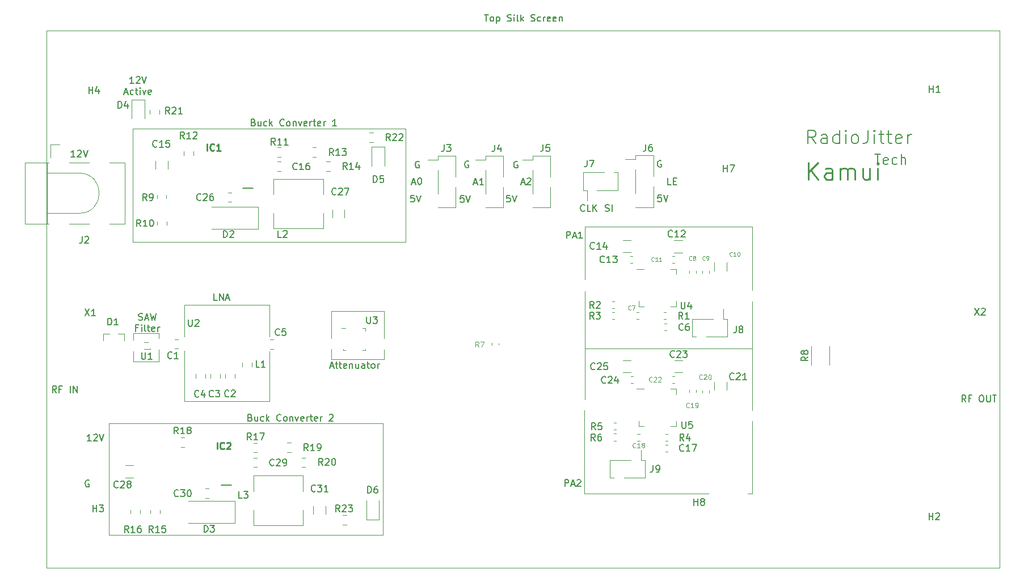
<source format=gbr>
G04 #@! TF.GenerationSoftware,KiCad,Pcbnew,(5.1.6)-1*
G04 #@! TF.CreationDate,2020-09-08T15:56:58+05:30*
G04 #@! TF.ProjectId,rj-2-4ghz-filter-amp,726a2d32-2d34-4676-987a-2d66696c7465,rev?*
G04 #@! TF.SameCoordinates,Original*
G04 #@! TF.FileFunction,Legend,Top*
G04 #@! TF.FilePolarity,Positive*
%FSLAX46Y46*%
G04 Gerber Fmt 4.6, Leading zero omitted, Abs format (unit mm)*
G04 Created by KiCad (PCBNEW (5.1.6)-1) date 2020-09-08 15:56:58*
%MOMM*%
%LPD*%
G01*
G04 APERTURE LIST*
%ADD10C,0.200000*%
%ADD11C,0.250000*%
%ADD12C,0.150000*%
%ADD13C,0.120000*%
G04 #@! TA.AperFunction,Profile*
%ADD14C,0.050000*%
G04 #@! TD*
%ADD15C,0.050000*%
%ADD16C,0.100000*%
%ADD17C,0.080000*%
%ADD18C,1.140000*%
%ADD19C,1.435000*%
%ADD20R,2.662000X3.552000*%
%ADD21R,1.627000X0.802000*%
%ADD22R,1.102000X2.612000*%
%ADD23R,2.612000X1.102000*%
%ADD24O,1.602000X2.102000*%
%ADD25C,2.102000*%
%ADD26R,2.102000X3.102000*%
%ADD27C,6.502000*%
%ADD28C,0.902000*%
%ADD29R,1.602000X2.302000*%
%ADD30R,3.602000X1.902000*%
%ADD31C,0.389500*%
%ADD32R,0.677000X0.677000*%
%ADD33O,0.602000X1.002000*%
%ADD34O,1.002000X0.602000*%
%ADD35C,0.314500*%
%ADD36R,0.527000X0.527000*%
%ADD37O,0.402000X0.802000*%
%ADD38O,0.802000X0.402000*%
%ADD39R,0.902000X1.002000*%
%ADD40R,5.203200X1.981200*%
%ADD41R,0.332000X0.402000*%
%ADD42C,0.254000*%
G04 APERTURE END LIST*
D10*
X206004328Y-60127401D02*
X205337661Y-59175020D01*
X204861471Y-60127401D02*
X204861471Y-58127401D01*
X205623376Y-58127401D01*
X205813852Y-58222640D01*
X205909090Y-58317878D01*
X206004328Y-58508354D01*
X206004328Y-58794068D01*
X205909090Y-58984544D01*
X205813852Y-59079782D01*
X205623376Y-59175020D01*
X204861471Y-59175020D01*
X207718614Y-60127401D02*
X207718614Y-59079782D01*
X207623376Y-58889306D01*
X207432900Y-58794068D01*
X207051947Y-58794068D01*
X206861471Y-58889306D01*
X207718614Y-60032163D02*
X207528138Y-60127401D01*
X207051947Y-60127401D01*
X206861471Y-60032163D01*
X206766233Y-59841687D01*
X206766233Y-59651211D01*
X206861471Y-59460735D01*
X207051947Y-59365497D01*
X207528138Y-59365497D01*
X207718614Y-59270259D01*
X209528138Y-60127401D02*
X209528138Y-58127401D01*
X209528138Y-60032163D02*
X209337661Y-60127401D01*
X208956709Y-60127401D01*
X208766233Y-60032163D01*
X208670995Y-59936925D01*
X208575757Y-59746449D01*
X208575757Y-59175020D01*
X208670995Y-58984544D01*
X208766233Y-58889306D01*
X208956709Y-58794068D01*
X209337661Y-58794068D01*
X209528138Y-58889306D01*
X210480519Y-60127401D02*
X210480519Y-58794068D01*
X210480519Y-58127401D02*
X210385280Y-58222640D01*
X210480519Y-58317878D01*
X210575757Y-58222640D01*
X210480519Y-58127401D01*
X210480519Y-58317878D01*
X211718614Y-60127401D02*
X211528138Y-60032163D01*
X211432900Y-59936925D01*
X211337661Y-59746449D01*
X211337661Y-59175020D01*
X211432900Y-58984544D01*
X211528138Y-58889306D01*
X211718614Y-58794068D01*
X212004328Y-58794068D01*
X212194804Y-58889306D01*
X212290042Y-58984544D01*
X212385280Y-59175020D01*
X212385280Y-59746449D01*
X212290042Y-59936925D01*
X212194804Y-60032163D01*
X212004328Y-60127401D01*
X211718614Y-60127401D01*
X213813852Y-58127401D02*
X213813852Y-59555973D01*
X213718614Y-59841687D01*
X213528138Y-60032163D01*
X213242423Y-60127401D01*
X213051947Y-60127401D01*
X214766233Y-60127401D02*
X214766233Y-58794068D01*
X214766233Y-58127401D02*
X214670995Y-58222640D01*
X214766233Y-58317878D01*
X214861471Y-58222640D01*
X214766233Y-58127401D01*
X214766233Y-58317878D01*
X215432900Y-58794068D02*
X216194804Y-58794068D01*
X215718614Y-58127401D02*
X215718614Y-59841687D01*
X215813852Y-60032163D01*
X216004328Y-60127401D01*
X216194804Y-60127401D01*
X216575757Y-58794068D02*
X217337661Y-58794068D01*
X216861471Y-58127401D02*
X216861471Y-59841687D01*
X216956709Y-60032163D01*
X217147185Y-60127401D01*
X217337661Y-60127401D01*
X218766233Y-60032163D02*
X218575757Y-60127401D01*
X218194804Y-60127401D01*
X218004328Y-60032163D01*
X217909090Y-59841687D01*
X217909090Y-59079782D01*
X218004328Y-58889306D01*
X218194804Y-58794068D01*
X218575757Y-58794068D01*
X218766233Y-58889306D01*
X218861471Y-59079782D01*
X218861471Y-59270259D01*
X217909090Y-59460735D01*
X219718614Y-60127401D02*
X219718614Y-58794068D01*
X219718614Y-59175020D02*
X219813852Y-58984544D01*
X219909090Y-58889306D01*
X220099566Y-58794068D01*
X220290042Y-58794068D01*
D11*
X204916368Y-65502912D02*
X204916368Y-63002912D01*
X206344940Y-65502912D02*
X205273511Y-64074340D01*
X206344940Y-63002912D02*
X204916368Y-64431483D01*
X208487797Y-65502912D02*
X208487797Y-64193388D01*
X208368749Y-63955293D01*
X208130654Y-63836245D01*
X207654463Y-63836245D01*
X207416368Y-63955293D01*
X208487797Y-65383864D02*
X208249701Y-65502912D01*
X207654463Y-65502912D01*
X207416368Y-65383864D01*
X207297320Y-65145769D01*
X207297320Y-64907674D01*
X207416368Y-64669579D01*
X207654463Y-64550531D01*
X208249701Y-64550531D01*
X208487797Y-64431483D01*
X209678273Y-65502912D02*
X209678273Y-63836245D01*
X209678273Y-64074340D02*
X209797320Y-63955293D01*
X210035416Y-63836245D01*
X210392559Y-63836245D01*
X210630654Y-63955293D01*
X210749701Y-64193388D01*
X210749701Y-65502912D01*
X210749701Y-64193388D02*
X210868749Y-63955293D01*
X211106844Y-63836245D01*
X211463987Y-63836245D01*
X211702082Y-63955293D01*
X211821130Y-64193388D01*
X211821130Y-65502912D01*
X214083035Y-63836245D02*
X214083035Y-65502912D01*
X213011606Y-63836245D02*
X213011606Y-65145769D01*
X213130654Y-65383864D01*
X213368749Y-65502912D01*
X213725892Y-65502912D01*
X213963987Y-65383864D01*
X214083035Y-65264817D01*
X215273511Y-65502912D02*
X215273511Y-63836245D01*
X215273511Y-63002912D02*
X215154463Y-63121960D01*
X215273511Y-63241007D01*
X215392559Y-63121960D01*
X215273511Y-63002912D01*
X215273511Y-63241007D01*
D12*
X214827942Y-61748931D02*
X215685085Y-61748931D01*
X215256514Y-63248931D02*
X215256514Y-61748931D01*
X216756514Y-63177502D02*
X216613657Y-63248931D01*
X216327942Y-63248931D01*
X216185085Y-63177502D01*
X216113657Y-63034645D01*
X216113657Y-62463217D01*
X216185085Y-62320360D01*
X216327942Y-62248931D01*
X216613657Y-62248931D01*
X216756514Y-62320360D01*
X216827942Y-62463217D01*
X216827942Y-62606074D01*
X216113657Y-62748931D01*
X218113657Y-63177502D02*
X217970800Y-63248931D01*
X217685085Y-63248931D01*
X217542228Y-63177502D01*
X217470800Y-63106074D01*
X217399371Y-62963217D01*
X217399371Y-62534645D01*
X217470800Y-62391788D01*
X217542228Y-62320360D01*
X217685085Y-62248931D01*
X217970800Y-62248931D01*
X218113657Y-62320360D01*
X218756514Y-63248931D02*
X218756514Y-61748931D01*
X219399371Y-63248931D02*
X219399371Y-62463217D01*
X219327942Y-62320360D01*
X219185085Y-62248931D01*
X218970800Y-62248931D01*
X218827942Y-62320360D01*
X218756514Y-62391788D01*
X156550457Y-40859460D02*
X157121885Y-40859460D01*
X156836171Y-41859460D02*
X156836171Y-40859460D01*
X157598076Y-41859460D02*
X157502838Y-41811841D01*
X157455219Y-41764222D01*
X157407600Y-41668984D01*
X157407600Y-41383270D01*
X157455219Y-41288032D01*
X157502838Y-41240413D01*
X157598076Y-41192794D01*
X157740933Y-41192794D01*
X157836171Y-41240413D01*
X157883790Y-41288032D01*
X157931409Y-41383270D01*
X157931409Y-41668984D01*
X157883790Y-41764222D01*
X157836171Y-41811841D01*
X157740933Y-41859460D01*
X157598076Y-41859460D01*
X158359980Y-41192794D02*
X158359980Y-42192794D01*
X158359980Y-41240413D02*
X158455219Y-41192794D01*
X158645695Y-41192794D01*
X158740933Y-41240413D01*
X158788552Y-41288032D01*
X158836171Y-41383270D01*
X158836171Y-41668984D01*
X158788552Y-41764222D01*
X158740933Y-41811841D01*
X158645695Y-41859460D01*
X158455219Y-41859460D01*
X158359980Y-41811841D01*
X159979028Y-41811841D02*
X160121885Y-41859460D01*
X160359980Y-41859460D01*
X160455219Y-41811841D01*
X160502838Y-41764222D01*
X160550457Y-41668984D01*
X160550457Y-41573746D01*
X160502838Y-41478508D01*
X160455219Y-41430889D01*
X160359980Y-41383270D01*
X160169504Y-41335651D01*
X160074266Y-41288032D01*
X160026647Y-41240413D01*
X159979028Y-41145175D01*
X159979028Y-41049937D01*
X160026647Y-40954699D01*
X160074266Y-40907080D01*
X160169504Y-40859460D01*
X160407600Y-40859460D01*
X160550457Y-40907080D01*
X160979028Y-41859460D02*
X160979028Y-41192794D01*
X160979028Y-40859460D02*
X160931409Y-40907080D01*
X160979028Y-40954699D01*
X161026647Y-40907080D01*
X160979028Y-40859460D01*
X160979028Y-40954699D01*
X161598076Y-41859460D02*
X161502838Y-41811841D01*
X161455219Y-41716603D01*
X161455219Y-40859460D01*
X161979028Y-41859460D02*
X161979028Y-40859460D01*
X162074266Y-41478508D02*
X162359980Y-41859460D01*
X162359980Y-41192794D02*
X161979028Y-41573746D01*
X163502838Y-41811841D02*
X163645695Y-41859460D01*
X163883790Y-41859460D01*
X163979028Y-41811841D01*
X164026647Y-41764222D01*
X164074266Y-41668984D01*
X164074266Y-41573746D01*
X164026647Y-41478508D01*
X163979028Y-41430889D01*
X163883790Y-41383270D01*
X163693314Y-41335651D01*
X163598076Y-41288032D01*
X163550457Y-41240413D01*
X163502838Y-41145175D01*
X163502838Y-41049937D01*
X163550457Y-40954699D01*
X163598076Y-40907080D01*
X163693314Y-40859460D01*
X163931409Y-40859460D01*
X164074266Y-40907080D01*
X164931409Y-41811841D02*
X164836171Y-41859460D01*
X164645695Y-41859460D01*
X164550457Y-41811841D01*
X164502838Y-41764222D01*
X164455219Y-41668984D01*
X164455219Y-41383270D01*
X164502838Y-41288032D01*
X164550457Y-41240413D01*
X164645695Y-41192794D01*
X164836171Y-41192794D01*
X164931409Y-41240413D01*
X165359980Y-41859460D02*
X165359980Y-41192794D01*
X165359980Y-41383270D02*
X165407600Y-41288032D01*
X165455219Y-41240413D01*
X165550457Y-41192794D01*
X165645695Y-41192794D01*
X166359980Y-41811841D02*
X166264742Y-41859460D01*
X166074266Y-41859460D01*
X165979028Y-41811841D01*
X165931409Y-41716603D01*
X165931409Y-41335651D01*
X165979028Y-41240413D01*
X166074266Y-41192794D01*
X166264742Y-41192794D01*
X166359980Y-41240413D01*
X166407600Y-41335651D01*
X166407600Y-41430889D01*
X165931409Y-41526127D01*
X167217123Y-41811841D02*
X167121885Y-41859460D01*
X166931409Y-41859460D01*
X166836171Y-41811841D01*
X166788552Y-41716603D01*
X166788552Y-41335651D01*
X166836171Y-41240413D01*
X166931409Y-41192794D01*
X167121885Y-41192794D01*
X167217123Y-41240413D01*
X167264742Y-41335651D01*
X167264742Y-41430889D01*
X166788552Y-41526127D01*
X167693314Y-41192794D02*
X167693314Y-41859460D01*
X167693314Y-41288032D02*
X167740933Y-41240413D01*
X167836171Y-41192794D01*
X167979028Y-41192794D01*
X168074266Y-41240413D01*
X168121885Y-41335651D01*
X168121885Y-41859460D01*
X121599440Y-101076451D02*
X121742297Y-101124070D01*
X121789916Y-101171689D01*
X121837535Y-101266927D01*
X121837535Y-101409784D01*
X121789916Y-101505022D01*
X121742297Y-101552641D01*
X121647059Y-101600260D01*
X121266106Y-101600260D01*
X121266106Y-100600260D01*
X121599440Y-100600260D01*
X121694678Y-100647880D01*
X121742297Y-100695499D01*
X121789916Y-100790737D01*
X121789916Y-100885975D01*
X121742297Y-100981213D01*
X121694678Y-101028832D01*
X121599440Y-101076451D01*
X121266106Y-101076451D01*
X122694678Y-100933594D02*
X122694678Y-101600260D01*
X122266106Y-100933594D02*
X122266106Y-101457403D01*
X122313725Y-101552641D01*
X122408963Y-101600260D01*
X122551820Y-101600260D01*
X122647059Y-101552641D01*
X122694678Y-101505022D01*
X123599440Y-101552641D02*
X123504201Y-101600260D01*
X123313725Y-101600260D01*
X123218487Y-101552641D01*
X123170868Y-101505022D01*
X123123249Y-101409784D01*
X123123249Y-101124070D01*
X123170868Y-101028832D01*
X123218487Y-100981213D01*
X123313725Y-100933594D01*
X123504201Y-100933594D01*
X123599440Y-100981213D01*
X124028011Y-101600260D02*
X124028011Y-100600260D01*
X124123249Y-101219308D02*
X124408963Y-101600260D01*
X124408963Y-100933594D02*
X124028011Y-101314546D01*
X126170868Y-101505022D02*
X126123249Y-101552641D01*
X125980392Y-101600260D01*
X125885154Y-101600260D01*
X125742297Y-101552641D01*
X125647059Y-101457403D01*
X125599440Y-101362165D01*
X125551820Y-101171689D01*
X125551820Y-101028832D01*
X125599440Y-100838356D01*
X125647059Y-100743118D01*
X125742297Y-100647880D01*
X125885154Y-100600260D01*
X125980392Y-100600260D01*
X126123249Y-100647880D01*
X126170868Y-100695499D01*
X126742297Y-101600260D02*
X126647059Y-101552641D01*
X126599440Y-101505022D01*
X126551820Y-101409784D01*
X126551820Y-101124070D01*
X126599440Y-101028832D01*
X126647059Y-100981213D01*
X126742297Y-100933594D01*
X126885154Y-100933594D01*
X126980392Y-100981213D01*
X127028011Y-101028832D01*
X127075630Y-101124070D01*
X127075630Y-101409784D01*
X127028011Y-101505022D01*
X126980392Y-101552641D01*
X126885154Y-101600260D01*
X126742297Y-101600260D01*
X127504201Y-100933594D02*
X127504201Y-101600260D01*
X127504201Y-101028832D02*
X127551820Y-100981213D01*
X127647059Y-100933594D01*
X127789916Y-100933594D01*
X127885154Y-100981213D01*
X127932773Y-101076451D01*
X127932773Y-101600260D01*
X128313725Y-100933594D02*
X128551820Y-101600260D01*
X128789916Y-100933594D01*
X129551820Y-101552641D02*
X129456582Y-101600260D01*
X129266106Y-101600260D01*
X129170868Y-101552641D01*
X129123249Y-101457403D01*
X129123249Y-101076451D01*
X129170868Y-100981213D01*
X129266106Y-100933594D01*
X129456582Y-100933594D01*
X129551820Y-100981213D01*
X129599440Y-101076451D01*
X129599440Y-101171689D01*
X129123249Y-101266927D01*
X130028011Y-101600260D02*
X130028011Y-100933594D01*
X130028011Y-101124070D02*
X130075630Y-101028832D01*
X130123249Y-100981213D01*
X130218487Y-100933594D01*
X130313725Y-100933594D01*
X130504201Y-100933594D02*
X130885154Y-100933594D01*
X130647059Y-100600260D02*
X130647059Y-101457403D01*
X130694678Y-101552641D01*
X130789916Y-101600260D01*
X130885154Y-101600260D01*
X131599440Y-101552641D02*
X131504201Y-101600260D01*
X131313725Y-101600260D01*
X131218487Y-101552641D01*
X131170868Y-101457403D01*
X131170868Y-101076451D01*
X131218487Y-100981213D01*
X131313725Y-100933594D01*
X131504201Y-100933594D01*
X131599440Y-100981213D01*
X131647059Y-101076451D01*
X131647059Y-101171689D01*
X131170868Y-101266927D01*
X132075630Y-101600260D02*
X132075630Y-100933594D01*
X132075630Y-101124070D02*
X132123249Y-101028832D01*
X132170868Y-100981213D01*
X132266106Y-100933594D01*
X132361344Y-100933594D01*
X133408963Y-100695499D02*
X133456582Y-100647880D01*
X133551820Y-100600260D01*
X133789916Y-100600260D01*
X133885154Y-100647880D01*
X133932773Y-100695499D01*
X133980392Y-100790737D01*
X133980392Y-100885975D01*
X133932773Y-101028832D01*
X133361344Y-101600260D01*
X133980392Y-101600260D01*
X122082040Y-56987131D02*
X122224897Y-57034750D01*
X122272516Y-57082369D01*
X122320135Y-57177607D01*
X122320135Y-57320464D01*
X122272516Y-57415702D01*
X122224897Y-57463321D01*
X122129659Y-57510940D01*
X121748706Y-57510940D01*
X121748706Y-56510940D01*
X122082040Y-56510940D01*
X122177278Y-56558560D01*
X122224897Y-56606179D01*
X122272516Y-56701417D01*
X122272516Y-56796655D01*
X122224897Y-56891893D01*
X122177278Y-56939512D01*
X122082040Y-56987131D01*
X121748706Y-56987131D01*
X123177278Y-56844274D02*
X123177278Y-57510940D01*
X122748706Y-56844274D02*
X122748706Y-57368083D01*
X122796325Y-57463321D01*
X122891563Y-57510940D01*
X123034420Y-57510940D01*
X123129659Y-57463321D01*
X123177278Y-57415702D01*
X124082040Y-57463321D02*
X123986801Y-57510940D01*
X123796325Y-57510940D01*
X123701087Y-57463321D01*
X123653468Y-57415702D01*
X123605849Y-57320464D01*
X123605849Y-57034750D01*
X123653468Y-56939512D01*
X123701087Y-56891893D01*
X123796325Y-56844274D01*
X123986801Y-56844274D01*
X124082040Y-56891893D01*
X124510611Y-57510940D02*
X124510611Y-56510940D01*
X124605849Y-57129988D02*
X124891563Y-57510940D01*
X124891563Y-56844274D02*
X124510611Y-57225226D01*
X126653468Y-57415702D02*
X126605849Y-57463321D01*
X126462992Y-57510940D01*
X126367754Y-57510940D01*
X126224897Y-57463321D01*
X126129659Y-57368083D01*
X126082040Y-57272845D01*
X126034420Y-57082369D01*
X126034420Y-56939512D01*
X126082040Y-56749036D01*
X126129659Y-56653798D01*
X126224897Y-56558560D01*
X126367754Y-56510940D01*
X126462992Y-56510940D01*
X126605849Y-56558560D01*
X126653468Y-56606179D01*
X127224897Y-57510940D02*
X127129659Y-57463321D01*
X127082040Y-57415702D01*
X127034420Y-57320464D01*
X127034420Y-57034750D01*
X127082040Y-56939512D01*
X127129659Y-56891893D01*
X127224897Y-56844274D01*
X127367754Y-56844274D01*
X127462992Y-56891893D01*
X127510611Y-56939512D01*
X127558230Y-57034750D01*
X127558230Y-57320464D01*
X127510611Y-57415702D01*
X127462992Y-57463321D01*
X127367754Y-57510940D01*
X127224897Y-57510940D01*
X127986801Y-56844274D02*
X127986801Y-57510940D01*
X127986801Y-56939512D02*
X128034420Y-56891893D01*
X128129659Y-56844274D01*
X128272516Y-56844274D01*
X128367754Y-56891893D01*
X128415373Y-56987131D01*
X128415373Y-57510940D01*
X128796325Y-56844274D02*
X129034420Y-57510940D01*
X129272516Y-56844274D01*
X130034420Y-57463321D02*
X129939182Y-57510940D01*
X129748706Y-57510940D01*
X129653468Y-57463321D01*
X129605849Y-57368083D01*
X129605849Y-56987131D01*
X129653468Y-56891893D01*
X129748706Y-56844274D01*
X129939182Y-56844274D01*
X130034420Y-56891893D01*
X130082040Y-56987131D01*
X130082040Y-57082369D01*
X129605849Y-57177607D01*
X130510611Y-57510940D02*
X130510611Y-56844274D01*
X130510611Y-57034750D02*
X130558230Y-56939512D01*
X130605849Y-56891893D01*
X130701087Y-56844274D01*
X130796325Y-56844274D01*
X130986801Y-56844274D02*
X131367754Y-56844274D01*
X131129659Y-56510940D02*
X131129659Y-57368083D01*
X131177278Y-57463321D01*
X131272516Y-57510940D01*
X131367754Y-57510940D01*
X132082040Y-57463321D02*
X131986801Y-57510940D01*
X131796325Y-57510940D01*
X131701087Y-57463321D01*
X131653468Y-57368083D01*
X131653468Y-56987131D01*
X131701087Y-56891893D01*
X131796325Y-56844274D01*
X131986801Y-56844274D01*
X132082040Y-56891893D01*
X132129659Y-56987131D01*
X132129659Y-57082369D01*
X131653468Y-57177607D01*
X132558230Y-57510940D02*
X132558230Y-56844274D01*
X132558230Y-57034750D02*
X132605849Y-56939512D01*
X132653468Y-56891893D01*
X132748706Y-56844274D01*
X132843944Y-56844274D01*
X134462992Y-57510940D02*
X133891563Y-57510940D01*
X134177278Y-57510940D02*
X134177278Y-56510940D01*
X134082040Y-56653798D01*
X133986801Y-56749036D01*
X133891563Y-56796655D01*
D13*
X141417040Y-118582440D02*
X100556060Y-118582440D01*
X141417040Y-101975920D02*
X141417040Y-118582440D01*
X100550980Y-101975920D02*
X141417040Y-101975920D01*
X100550980Y-118582440D02*
X100550980Y-101975920D01*
X144792700Y-74818240D02*
X104089200Y-74818240D01*
X144792700Y-57922160D02*
X144792700Y-74818240D01*
X104089200Y-57922160D02*
X144792700Y-57922160D01*
X104089200Y-74818240D02*
X104089200Y-57922160D01*
D12*
X104216912Y-51148740D02*
X103645483Y-51148740D01*
X103931198Y-51148740D02*
X103931198Y-50148740D01*
X103835960Y-50291598D01*
X103740721Y-50386836D01*
X103645483Y-50434455D01*
X104597864Y-50243979D02*
X104645483Y-50196360D01*
X104740721Y-50148740D01*
X104978817Y-50148740D01*
X105074055Y-50196360D01*
X105121674Y-50243979D01*
X105169293Y-50339217D01*
X105169293Y-50434455D01*
X105121674Y-50577312D01*
X104550245Y-51148740D01*
X105169293Y-51148740D01*
X105455007Y-50148740D02*
X105788340Y-51148740D01*
X106121674Y-50148740D01*
X102835960Y-52513026D02*
X103312150Y-52513026D01*
X102740721Y-52798740D02*
X103074055Y-51798740D01*
X103407388Y-52798740D01*
X104169293Y-52751121D02*
X104074055Y-52798740D01*
X103883579Y-52798740D01*
X103788340Y-52751121D01*
X103740721Y-52703502D01*
X103693102Y-52608264D01*
X103693102Y-52322550D01*
X103740721Y-52227312D01*
X103788340Y-52179693D01*
X103883579Y-52132074D01*
X104074055Y-52132074D01*
X104169293Y-52179693D01*
X104455007Y-52132074D02*
X104835960Y-52132074D01*
X104597864Y-51798740D02*
X104597864Y-52655883D01*
X104645483Y-52751121D01*
X104740721Y-52798740D01*
X104835960Y-52798740D01*
X105169293Y-52798740D02*
X105169293Y-52132074D01*
X105169293Y-51798740D02*
X105121674Y-51846360D01*
X105169293Y-51893979D01*
X105216912Y-51846360D01*
X105169293Y-51798740D01*
X105169293Y-51893979D01*
X105550245Y-52132074D02*
X105788340Y-52798740D01*
X106026436Y-52132074D01*
X106788340Y-52751121D02*
X106693102Y-52798740D01*
X106502626Y-52798740D01*
X106407388Y-52751121D01*
X106359769Y-52655883D01*
X106359769Y-52274931D01*
X106407388Y-52179693D01*
X106502626Y-52132074D01*
X106693102Y-52132074D01*
X106788340Y-52179693D01*
X106835960Y-52274931D01*
X106835960Y-52370169D01*
X106359769Y-52465407D01*
X95446292Y-62131200D02*
X94874863Y-62131200D01*
X95160578Y-62131200D02*
X95160578Y-61131200D01*
X95065340Y-61274058D01*
X94970101Y-61369296D01*
X94874863Y-61416915D01*
X95827244Y-61226439D02*
X95874863Y-61178820D01*
X95970101Y-61131200D01*
X96208197Y-61131200D01*
X96303435Y-61178820D01*
X96351054Y-61226439D01*
X96398673Y-61321677D01*
X96398673Y-61416915D01*
X96351054Y-61559772D01*
X95779625Y-62131200D01*
X96398673Y-62131200D01*
X96684387Y-61131200D02*
X97017720Y-62131200D01*
X97351054Y-61131200D01*
X184411002Y-66291720D02*
X183934812Y-66291720D01*
X183934812Y-65291720D01*
X184744336Y-65767911D02*
X185077669Y-65767911D01*
X185220526Y-66291720D02*
X184744336Y-66291720D01*
X184744336Y-65291720D01*
X185220526Y-65291720D01*
X174578710Y-70206501D02*
X174721567Y-70254120D01*
X174959662Y-70254120D01*
X175054900Y-70206501D01*
X175102520Y-70158882D01*
X175150139Y-70063644D01*
X175150139Y-69968406D01*
X175102520Y-69873168D01*
X175054900Y-69825549D01*
X174959662Y-69777930D01*
X174769186Y-69730311D01*
X174673948Y-69682692D01*
X174626329Y-69635073D01*
X174578710Y-69539835D01*
X174578710Y-69444597D01*
X174626329Y-69349359D01*
X174673948Y-69301740D01*
X174769186Y-69254120D01*
X175007281Y-69254120D01*
X175150139Y-69301740D01*
X175578710Y-70254120D02*
X175578710Y-69254120D01*
X171505001Y-70179202D02*
X171457382Y-70226821D01*
X171314525Y-70274440D01*
X171219287Y-70274440D01*
X171076430Y-70226821D01*
X170981192Y-70131583D01*
X170933573Y-70036345D01*
X170885954Y-69845869D01*
X170885954Y-69703012D01*
X170933573Y-69512536D01*
X170981192Y-69417298D01*
X171076430Y-69322060D01*
X171219287Y-69274440D01*
X171314525Y-69274440D01*
X171457382Y-69322060D01*
X171505001Y-69369679D01*
X172409763Y-70274440D02*
X171933573Y-70274440D01*
X171933573Y-69274440D01*
X172743097Y-70274440D02*
X172743097Y-69274440D01*
X173314525Y-70274440D02*
X172885954Y-69703012D01*
X173314525Y-69274440D02*
X172743097Y-69845869D01*
X162048914Y-65993306D02*
X162525104Y-65993306D01*
X161953676Y-66279020D02*
X162287009Y-65279020D01*
X162620342Y-66279020D01*
X162906057Y-65374259D02*
X162953676Y-65326640D01*
X163048914Y-65279020D01*
X163287009Y-65279020D01*
X163382247Y-65326640D01*
X163429866Y-65374259D01*
X163477485Y-65469497D01*
X163477485Y-65564735D01*
X163429866Y-65707592D01*
X162858438Y-66279020D01*
X163477485Y-66279020D01*
X155002954Y-66013626D02*
X155479144Y-66013626D01*
X154907716Y-66299340D02*
X155241049Y-65299340D01*
X155574382Y-66299340D01*
X156431525Y-66299340D02*
X155860097Y-66299340D01*
X156145811Y-66299340D02*
X156145811Y-65299340D01*
X156050573Y-65442198D01*
X155955335Y-65537436D01*
X155860097Y-65585055D01*
X145744654Y-65967906D02*
X146220844Y-65967906D01*
X145649416Y-66253620D02*
X145982749Y-65253620D01*
X146316082Y-66253620D01*
X146839892Y-65253620D02*
X146935130Y-65253620D01*
X147030368Y-65301240D01*
X147077987Y-65348859D01*
X147125606Y-65444097D01*
X147173225Y-65634573D01*
X147173225Y-65872668D01*
X147125606Y-66063144D01*
X147077987Y-66158382D01*
X147030368Y-66206001D01*
X146935130Y-66253620D01*
X146839892Y-66253620D01*
X146744654Y-66206001D01*
X146697035Y-66158382D01*
X146649416Y-66063144D01*
X146601797Y-65872668D01*
X146601797Y-65634573D01*
X146649416Y-65444097D01*
X146697035Y-65348859D01*
X146744654Y-65301240D01*
X146839892Y-65253620D01*
X182928544Y-62707900D02*
X182833306Y-62660280D01*
X182690449Y-62660280D01*
X182547592Y-62707900D01*
X182452354Y-62803138D01*
X182404735Y-62898376D01*
X182357116Y-63088852D01*
X182357116Y-63231709D01*
X182404735Y-63422185D01*
X182452354Y-63517423D01*
X182547592Y-63612661D01*
X182690449Y-63660280D01*
X182785687Y-63660280D01*
X182928544Y-63612661D01*
X182976163Y-63565042D01*
X182976163Y-63231709D01*
X182785687Y-63231709D01*
X161493484Y-62827280D02*
X161398246Y-62779660D01*
X161255389Y-62779660D01*
X161112532Y-62827280D01*
X161017294Y-62922518D01*
X160969675Y-63017756D01*
X160922056Y-63208232D01*
X160922056Y-63351089D01*
X160969675Y-63541565D01*
X161017294Y-63636803D01*
X161112532Y-63732041D01*
X161255389Y-63779660D01*
X161350627Y-63779660D01*
X161493484Y-63732041D01*
X161541103Y-63684422D01*
X161541103Y-63351089D01*
X161350627Y-63351089D01*
X154175744Y-62794260D02*
X154080506Y-62746640D01*
X153937649Y-62746640D01*
X153794792Y-62794260D01*
X153699554Y-62889498D01*
X153651935Y-62984736D01*
X153604316Y-63175212D01*
X153604316Y-63318069D01*
X153651935Y-63508545D01*
X153699554Y-63603783D01*
X153794792Y-63699021D01*
X153937649Y-63746640D01*
X154032887Y-63746640D01*
X154175744Y-63699021D01*
X154223363Y-63651402D01*
X154223363Y-63318069D01*
X154032887Y-63318069D01*
X146814824Y-62827280D02*
X146719586Y-62779660D01*
X146576729Y-62779660D01*
X146433872Y-62827280D01*
X146338634Y-62922518D01*
X146291015Y-63017756D01*
X146243396Y-63208232D01*
X146243396Y-63351089D01*
X146291015Y-63541565D01*
X146338634Y-63636803D01*
X146433872Y-63732041D01*
X146576729Y-63779660D01*
X146671967Y-63779660D01*
X146814824Y-63732041D01*
X146862443Y-63684422D01*
X146862443Y-63351089D01*
X146671967Y-63351089D01*
X182946063Y-67813940D02*
X182469873Y-67813940D01*
X182422254Y-68290131D01*
X182469873Y-68242512D01*
X182565111Y-68194893D01*
X182803206Y-68194893D01*
X182898444Y-68242512D01*
X182946063Y-68290131D01*
X182993682Y-68385369D01*
X182993682Y-68623464D01*
X182946063Y-68718702D01*
X182898444Y-68766321D01*
X182803206Y-68813940D01*
X182565111Y-68813940D01*
X182469873Y-68766321D01*
X182422254Y-68718702D01*
X183279397Y-67813940D02*
X183612730Y-68813940D01*
X183946063Y-67813940D01*
X160368003Y-67872360D02*
X159891813Y-67872360D01*
X159844194Y-68348551D01*
X159891813Y-68300932D01*
X159987051Y-68253313D01*
X160225146Y-68253313D01*
X160320384Y-68300932D01*
X160368003Y-68348551D01*
X160415622Y-68443789D01*
X160415622Y-68681884D01*
X160368003Y-68777122D01*
X160320384Y-68824741D01*
X160225146Y-68872360D01*
X159987051Y-68872360D01*
X159891813Y-68824741D01*
X159844194Y-68777122D01*
X160701337Y-67872360D02*
X161034670Y-68872360D01*
X161368003Y-67872360D01*
X153469363Y-67892680D02*
X152993173Y-67892680D01*
X152945554Y-68368871D01*
X152993173Y-68321252D01*
X153088411Y-68273633D01*
X153326506Y-68273633D01*
X153421744Y-68321252D01*
X153469363Y-68368871D01*
X153516982Y-68464109D01*
X153516982Y-68702204D01*
X153469363Y-68797442D01*
X153421744Y-68845061D01*
X153326506Y-68892680D01*
X153088411Y-68892680D01*
X152993173Y-68845061D01*
X152945554Y-68797442D01*
X153802697Y-67892680D02*
X154136030Y-68892680D01*
X154469363Y-67892680D01*
X146062723Y-67862200D02*
X145586533Y-67862200D01*
X145538914Y-68338391D01*
X145586533Y-68290772D01*
X145681771Y-68243153D01*
X145919866Y-68243153D01*
X146015104Y-68290772D01*
X146062723Y-68338391D01*
X146110342Y-68433629D01*
X146110342Y-68671724D01*
X146062723Y-68766962D01*
X146015104Y-68814581D01*
X145919866Y-68862200D01*
X145681771Y-68862200D01*
X145586533Y-68814581D01*
X145538914Y-68766962D01*
X146396057Y-67862200D02*
X146729390Y-68862200D01*
X147062723Y-67862200D01*
X228396088Y-98742760D02*
X228062755Y-98266570D01*
X227824660Y-98742760D02*
X227824660Y-97742760D01*
X228205612Y-97742760D01*
X228300850Y-97790380D01*
X228348469Y-97837999D01*
X228396088Y-97933237D01*
X228396088Y-98076094D01*
X228348469Y-98171332D01*
X228300850Y-98218951D01*
X228205612Y-98266570D01*
X227824660Y-98266570D01*
X229157993Y-98218951D02*
X228824660Y-98218951D01*
X228824660Y-98742760D02*
X228824660Y-97742760D01*
X229300850Y-97742760D01*
X230634183Y-97742760D02*
X230824660Y-97742760D01*
X230919898Y-97790380D01*
X231015136Y-97885618D01*
X231062755Y-98076094D01*
X231062755Y-98409427D01*
X231015136Y-98599903D01*
X230919898Y-98695141D01*
X230824660Y-98742760D01*
X230634183Y-98742760D01*
X230538945Y-98695141D01*
X230443707Y-98599903D01*
X230396088Y-98409427D01*
X230396088Y-98076094D01*
X230443707Y-97885618D01*
X230538945Y-97790380D01*
X230634183Y-97742760D01*
X231491326Y-97742760D02*
X231491326Y-98552284D01*
X231538945Y-98647522D01*
X231586564Y-98695141D01*
X231681802Y-98742760D01*
X231872279Y-98742760D01*
X231967517Y-98695141D01*
X232015136Y-98647522D01*
X232062755Y-98552284D01*
X232062755Y-97742760D01*
X232396088Y-97742760D02*
X232967517Y-97742760D01*
X232681802Y-98742760D02*
X232681802Y-97742760D01*
X168548513Y-111341160D02*
X168548513Y-110341160D01*
X168929465Y-110341160D01*
X169024703Y-110388780D01*
X169072322Y-110436399D01*
X169119941Y-110531637D01*
X169119941Y-110674494D01*
X169072322Y-110769732D01*
X169024703Y-110817351D01*
X168929465Y-110864970D01*
X168548513Y-110864970D01*
X169500894Y-111055446D02*
X169977084Y-111055446D01*
X169405656Y-111341160D02*
X169738989Y-110341160D01*
X170072322Y-111341160D01*
X170358037Y-110436399D02*
X170405656Y-110388780D01*
X170500894Y-110341160D01*
X170738989Y-110341160D01*
X170834227Y-110388780D01*
X170881846Y-110436399D01*
X170929465Y-110531637D01*
X170929465Y-110626875D01*
X170881846Y-110769732D01*
X170310418Y-111341160D01*
X170929465Y-111341160D01*
X168805053Y-74277480D02*
X168805053Y-73277480D01*
X169186005Y-73277480D01*
X169281243Y-73325100D01*
X169328862Y-73372719D01*
X169376481Y-73467957D01*
X169376481Y-73610814D01*
X169328862Y-73706052D01*
X169281243Y-73753671D01*
X169186005Y-73801290D01*
X168805053Y-73801290D01*
X169757434Y-73991766D02*
X170233624Y-73991766D01*
X169662196Y-74277480D02*
X169995529Y-73277480D01*
X170328862Y-74277480D01*
X171186005Y-74277480D02*
X170614577Y-74277480D01*
X170900291Y-74277480D02*
X170900291Y-73277480D01*
X170805053Y-73420338D01*
X170709815Y-73515576D01*
X170614577Y-73563195D01*
D13*
X196527420Y-112407700D02*
X171503340Y-112407700D01*
X196527420Y-101594920D02*
X196527420Y-112407700D01*
X196524880Y-90746580D02*
X196524880Y-99984560D01*
X171500800Y-99987100D02*
X171500800Y-112400080D01*
X171508420Y-90744040D02*
X171508420Y-98343720D01*
X107972860Y-92674440D02*
X107972860Y-90942160D01*
X104109520Y-92674440D02*
X107972860Y-92674440D01*
X104109520Y-91180920D02*
X104109520Y-92674440D01*
X107988100Y-88440260D02*
X107988100Y-89247980D01*
X104134920Y-88440260D02*
X107988100Y-88440260D01*
X104134920Y-89504520D02*
X104134920Y-88440260D01*
X111808260Y-84213700D02*
X124467620Y-84213700D01*
X111808260Y-89011760D02*
X111808260Y-84213700D01*
X124467620Y-88993980D02*
X124467620Y-84213700D01*
X124467620Y-98620580D02*
X124467620Y-91221560D01*
X111798100Y-98620580D02*
X124467620Y-98620580D01*
X111798100Y-91132660D02*
X111798100Y-98620580D01*
X141538960Y-92329000D02*
X141538960Y-90939620D01*
X133697980Y-92329000D02*
X141538960Y-92329000D01*
X133697980Y-90878660D02*
X133697980Y-92329000D01*
X133682740Y-89087960D02*
X133682740Y-89258140D01*
X133682740Y-85135720D02*
X133682740Y-89087960D01*
X141546580Y-85135720D02*
X133682740Y-85135720D01*
X141546580Y-89263220D02*
X141546580Y-85135720D01*
X171554140Y-80421480D02*
X171554140Y-72532240D01*
X196535040Y-72524620D02*
X171559220Y-72524620D01*
X196535040Y-72971660D02*
X196535040Y-72524620D01*
X196535040Y-82024220D02*
X196535040Y-72979280D01*
X196527420Y-90751660D02*
X196527420Y-83698080D01*
X171510960Y-90751660D02*
X196527420Y-90751660D01*
X171510960Y-82171540D02*
X171510960Y-90751660D01*
D12*
X133522222Y-93420226D02*
X133998413Y-93420226D01*
X133426984Y-93705940D02*
X133760318Y-92705940D01*
X134093651Y-93705940D01*
X134284127Y-93039274D02*
X134665080Y-93039274D01*
X134426984Y-92705940D02*
X134426984Y-93563083D01*
X134474603Y-93658321D01*
X134569841Y-93705940D01*
X134665080Y-93705940D01*
X134855556Y-93039274D02*
X135236508Y-93039274D01*
X134998413Y-92705940D02*
X134998413Y-93563083D01*
X135046032Y-93658321D01*
X135141270Y-93705940D01*
X135236508Y-93705940D01*
X135950794Y-93658321D02*
X135855556Y-93705940D01*
X135665080Y-93705940D01*
X135569841Y-93658321D01*
X135522222Y-93563083D01*
X135522222Y-93182131D01*
X135569841Y-93086893D01*
X135665080Y-93039274D01*
X135855556Y-93039274D01*
X135950794Y-93086893D01*
X135998413Y-93182131D01*
X135998413Y-93277369D01*
X135522222Y-93372607D01*
X136426984Y-93039274D02*
X136426984Y-93705940D01*
X136426984Y-93134512D02*
X136474603Y-93086893D01*
X136569841Y-93039274D01*
X136712699Y-93039274D01*
X136807937Y-93086893D01*
X136855556Y-93182131D01*
X136855556Y-93705940D01*
X137760318Y-93039274D02*
X137760318Y-93705940D01*
X137331746Y-93039274D02*
X137331746Y-93563083D01*
X137379365Y-93658321D01*
X137474603Y-93705940D01*
X137617460Y-93705940D01*
X137712699Y-93658321D01*
X137760318Y-93610702D01*
X138665080Y-93705940D02*
X138665080Y-93182131D01*
X138617460Y-93086893D01*
X138522222Y-93039274D01*
X138331746Y-93039274D01*
X138236508Y-93086893D01*
X138665080Y-93658321D02*
X138569841Y-93705940D01*
X138331746Y-93705940D01*
X138236508Y-93658321D01*
X138188889Y-93563083D01*
X138188889Y-93467845D01*
X138236508Y-93372607D01*
X138331746Y-93324988D01*
X138569841Y-93324988D01*
X138665080Y-93277369D01*
X138998413Y-93039274D02*
X139379365Y-93039274D01*
X139141270Y-92705940D02*
X139141270Y-93563083D01*
X139188889Y-93658321D01*
X139284127Y-93705940D01*
X139379365Y-93705940D01*
X139855556Y-93705940D02*
X139760318Y-93658321D01*
X139712699Y-93610702D01*
X139665080Y-93515464D01*
X139665080Y-93229750D01*
X139712699Y-93134512D01*
X139760318Y-93086893D01*
X139855556Y-93039274D01*
X139998413Y-93039274D01*
X140093651Y-93086893D01*
X140141270Y-93134512D01*
X140188889Y-93229750D01*
X140188889Y-93515464D01*
X140141270Y-93610702D01*
X140093651Y-93658321D01*
X139998413Y-93705940D01*
X139855556Y-93705940D01*
X140617460Y-93705940D02*
X140617460Y-93039274D01*
X140617460Y-93229750D02*
X140665080Y-93134512D01*
X140712699Y-93086893D01*
X140807937Y-93039274D01*
X140903175Y-93039274D01*
X116667042Y-83528160D02*
X116190852Y-83528160D01*
X116190852Y-82528160D01*
X117000376Y-83528160D02*
X117000376Y-82528160D01*
X117571804Y-83528160D01*
X117571804Y-82528160D01*
X118000376Y-83242446D02*
X118476566Y-83242446D01*
X117905138Y-83528160D02*
X118238471Y-82528160D01*
X118571804Y-83528160D01*
X104949785Y-86483321D02*
X105092642Y-86530940D01*
X105330738Y-86530940D01*
X105425976Y-86483321D01*
X105473595Y-86435702D01*
X105521214Y-86340464D01*
X105521214Y-86245226D01*
X105473595Y-86149988D01*
X105425976Y-86102369D01*
X105330738Y-86054750D01*
X105140261Y-86007131D01*
X105045023Y-85959512D01*
X104997404Y-85911893D01*
X104949785Y-85816655D01*
X104949785Y-85721417D01*
X104997404Y-85626179D01*
X105045023Y-85578560D01*
X105140261Y-85530940D01*
X105378357Y-85530940D01*
X105521214Y-85578560D01*
X105902166Y-86245226D02*
X106378357Y-86245226D01*
X105806928Y-86530940D02*
X106140261Y-85530940D01*
X106473595Y-86530940D01*
X106711690Y-85530940D02*
X106949785Y-86530940D01*
X107140261Y-85816655D01*
X107330738Y-86530940D01*
X107568833Y-85530940D01*
X104854547Y-87657131D02*
X104521214Y-87657131D01*
X104521214Y-88180940D02*
X104521214Y-87180940D01*
X104997404Y-87180940D01*
X105378357Y-88180940D02*
X105378357Y-87514274D01*
X105378357Y-87180940D02*
X105330738Y-87228560D01*
X105378357Y-87276179D01*
X105425976Y-87228560D01*
X105378357Y-87180940D01*
X105378357Y-87276179D01*
X105997404Y-88180940D02*
X105902166Y-88133321D01*
X105854547Y-88038083D01*
X105854547Y-87180940D01*
X106235500Y-87514274D02*
X106616452Y-87514274D01*
X106378357Y-87180940D02*
X106378357Y-88038083D01*
X106425976Y-88133321D01*
X106521214Y-88180940D01*
X106616452Y-88180940D01*
X107330738Y-88133321D02*
X107235500Y-88180940D01*
X107045023Y-88180940D01*
X106949785Y-88133321D01*
X106902166Y-88038083D01*
X106902166Y-87657131D01*
X106949785Y-87561893D01*
X107045023Y-87514274D01*
X107235500Y-87514274D01*
X107330738Y-87561893D01*
X107378357Y-87657131D01*
X107378357Y-87752369D01*
X106902166Y-87847607D01*
X107806928Y-88180940D02*
X107806928Y-87514274D01*
X107806928Y-87704750D02*
X107854547Y-87609512D01*
X107902166Y-87561893D01*
X107997404Y-87514274D01*
X108092642Y-87514274D01*
X92664755Y-97340680D02*
X92331421Y-96864490D01*
X92093326Y-97340680D02*
X92093326Y-96340680D01*
X92474279Y-96340680D01*
X92569517Y-96388300D01*
X92617136Y-96435919D01*
X92664755Y-96531157D01*
X92664755Y-96674014D01*
X92617136Y-96769252D01*
X92569517Y-96816871D01*
X92474279Y-96864490D01*
X92093326Y-96864490D01*
X93426660Y-96816871D02*
X93093326Y-96816871D01*
X93093326Y-97340680D02*
X93093326Y-96340680D01*
X93569517Y-96340680D01*
X94712374Y-97340680D02*
X94712374Y-96340680D01*
X95188564Y-97340680D02*
X95188564Y-96340680D01*
X95759993Y-97340680D01*
X95759993Y-96340680D01*
X97523584Y-110482760D02*
X97428346Y-110435140D01*
X97285489Y-110435140D01*
X97142632Y-110482760D01*
X97047394Y-110577998D01*
X96999775Y-110673236D01*
X96952156Y-110863712D01*
X96952156Y-111006569D01*
X96999775Y-111197045D01*
X97047394Y-111292283D01*
X97142632Y-111387521D01*
X97285489Y-111435140D01*
X97380727Y-111435140D01*
X97523584Y-111387521D01*
X97571203Y-111339902D01*
X97571203Y-111006569D01*
X97380727Y-111006569D01*
X97861832Y-104574600D02*
X97290403Y-104574600D01*
X97576118Y-104574600D02*
X97576118Y-103574600D01*
X97480880Y-103717458D01*
X97385641Y-103812696D01*
X97290403Y-103860315D01*
X98242784Y-103669839D02*
X98290403Y-103622220D01*
X98385641Y-103574600D01*
X98623737Y-103574600D01*
X98718975Y-103622220D01*
X98766594Y-103669839D01*
X98814213Y-103765077D01*
X98814213Y-103860315D01*
X98766594Y-104003172D01*
X98195165Y-104574600D01*
X98814213Y-104574600D01*
X99099927Y-103574600D02*
X99433260Y-104574600D01*
X99766594Y-103574600D01*
D14*
X233400600Y-43286680D02*
X91183460Y-43286680D01*
X91183460Y-43286680D02*
X91183460Y-123548140D01*
X233400600Y-123548140D02*
X233400600Y-43286680D01*
X91183460Y-123548140D02*
X233400600Y-123548140D01*
D13*
X208027480Y-93241635D02*
X208027480Y-90437507D01*
X205307480Y-93241635D02*
X205307480Y-90437507D01*
D10*
X118780840Y-111174760D02*
X117255840Y-111174760D01*
X122054900Y-66790800D02*
X120529900Y-66790800D01*
D13*
X178391280Y-107416100D02*
X175281280Y-107416100D01*
X175851280Y-110076100D02*
X175281280Y-110076100D01*
X180481280Y-107416100D02*
X179911280Y-107416100D01*
X179911280Y-107416100D02*
X179911280Y-105896100D01*
X180481280Y-110076100D02*
X177371280Y-110076100D01*
X175281280Y-107416100D02*
X175281280Y-110076100D01*
X180481280Y-107416100D02*
X180481280Y-110076100D01*
X190697580Y-86363500D02*
X187587580Y-86363500D01*
X188157580Y-89023500D02*
X187587580Y-89023500D01*
X192787580Y-86363500D02*
X192217580Y-86363500D01*
X192217580Y-86363500D02*
X192217580Y-84843500D01*
X192787580Y-89023500D02*
X189677580Y-89023500D01*
X187587580Y-86363500D02*
X187587580Y-89023500D01*
X192787580Y-86363500D02*
X192787580Y-89023500D01*
X173363160Y-67103300D02*
X176473160Y-67103300D01*
X175903160Y-64443300D02*
X176473160Y-64443300D01*
X171273160Y-67103300D02*
X171843160Y-67103300D01*
X171843160Y-67103300D02*
X171843160Y-68623300D01*
X171273160Y-64443300D02*
X174383160Y-64443300D01*
X176473160Y-67103300D02*
X176473160Y-64443300D01*
X171273160Y-67103300D02*
X171273160Y-64443300D01*
X179109060Y-64018700D02*
X179109060Y-67578700D01*
X181769060Y-66558700D02*
X181769060Y-69668700D01*
X181769060Y-69098700D02*
X181769060Y-69668700D01*
X179109060Y-61928700D02*
X179109060Y-62498700D01*
X179109060Y-62498700D02*
X177589060Y-62498700D01*
X181769060Y-61928700D02*
X181769060Y-65038700D01*
X179109060Y-69668700D02*
X181769060Y-69668700D01*
X179109060Y-61928700D02*
X181769060Y-61928700D01*
X163754760Y-64069500D02*
X163754760Y-67629500D01*
X166414760Y-66609500D02*
X166414760Y-69719500D01*
X166414760Y-69149500D02*
X166414760Y-69719500D01*
X163754760Y-61979500D02*
X163754760Y-62549500D01*
X163754760Y-62549500D02*
X162234760Y-62549500D01*
X166414760Y-61979500D02*
X166414760Y-65089500D01*
X163754760Y-69719500D02*
X166414760Y-69719500D01*
X163754760Y-61979500D02*
X166414760Y-61979500D01*
X156706260Y-64069500D02*
X156706260Y-67629500D01*
X159366260Y-66609500D02*
X159366260Y-69719500D01*
X159366260Y-69149500D02*
X159366260Y-69719500D01*
X156706260Y-61979500D02*
X156706260Y-62549500D01*
X156706260Y-62549500D02*
X155186260Y-62549500D01*
X159366260Y-61979500D02*
X159366260Y-65089500D01*
X156706260Y-69719500D02*
X159366260Y-69719500D01*
X156706260Y-61979500D02*
X159366260Y-61979500D01*
X149594260Y-64069500D02*
X149594260Y-67629500D01*
X152254260Y-66609500D02*
X152254260Y-69719500D01*
X152254260Y-69149500D02*
X152254260Y-69719500D01*
X149594260Y-61979500D02*
X149594260Y-62549500D01*
X149594260Y-62549500D02*
X148074260Y-62549500D01*
X152254260Y-61979500D02*
X152254260Y-65089500D01*
X149594260Y-69719500D02*
X152254260Y-69719500D01*
X149594260Y-61979500D02*
X152254260Y-61979500D01*
X91802800Y-60291300D02*
X91802800Y-62191300D01*
X93142800Y-60291300D02*
X91802800Y-60291300D01*
X87952800Y-62991300D02*
X91562800Y-62991300D01*
X102872800Y-72111300D02*
X102872800Y-62991300D01*
X94562800Y-62991300D02*
X97562800Y-62991300D01*
X100562800Y-62991300D02*
X102872800Y-62991300D01*
X100562800Y-72111300D02*
X102872800Y-72111300D01*
X94562800Y-72111300D02*
X97562800Y-72111300D01*
X87952800Y-72111300D02*
X91562800Y-72111300D01*
X87952800Y-72111300D02*
X87952800Y-62991300D01*
X91262800Y-72111300D02*
X91262800Y-62991300D01*
X91262800Y-64551300D02*
X96062800Y-64551300D01*
X91262800Y-70551300D02*
X96062800Y-70551300D01*
X96062800Y-64551300D02*
G75*
G02*
X96062800Y-70551300I0J-3000000D01*
G01*
X135944712Y-117100580D02*
X135422208Y-117100580D01*
X135944712Y-115680580D02*
X135422208Y-115680580D01*
X139936252Y-59950300D02*
X139413748Y-59950300D01*
X139936252Y-58530300D02*
X139413748Y-58530300D01*
X108017000Y-55150148D02*
X108017000Y-55672652D01*
X106597000Y-55150148D02*
X106597000Y-55672652D01*
X138923460Y-113490580D02*
X138923460Y-116350580D01*
X138923460Y-116350580D02*
X140843460Y-116350580D01*
X140843460Y-116350580D02*
X140843460Y-113490580D01*
X141635000Y-63490300D02*
X141635000Y-60630300D01*
X141635000Y-60630300D02*
X139715000Y-60630300D01*
X139715000Y-60630300D02*
X139715000Y-63490300D01*
X105816280Y-56420260D02*
X105816280Y-53560260D01*
X105816280Y-53560260D02*
X103896280Y-53560260D01*
X103896280Y-53560260D02*
X103896280Y-56420260D01*
X129269968Y-107069820D02*
X129792472Y-107069820D01*
X129269968Y-108489820D02*
X129792472Y-108489820D01*
X127652412Y-106269860D02*
X127129908Y-106269860D01*
X127652412Y-104849860D02*
X127129908Y-104849860D01*
X111272208Y-104055580D02*
X111794712Y-104055580D01*
X111272208Y-105475580D02*
X111794712Y-105475580D01*
X122623212Y-106292720D02*
X122100708Y-106292720D01*
X122623212Y-104872720D02*
X122100708Y-104872720D01*
X103706860Y-115375432D02*
X103706860Y-114852928D01*
X105126860Y-115375432D02*
X105126860Y-114852928D01*
X108113900Y-114856628D02*
X108113900Y-115379132D01*
X106693900Y-114856628D02*
X106693900Y-115379132D01*
X132971908Y-62802700D02*
X133494412Y-62802700D01*
X132971908Y-64222700D02*
X133494412Y-64222700D01*
X131447172Y-62134820D02*
X130924668Y-62134820D01*
X131447172Y-60714820D02*
X130924668Y-60714820D01*
X111697700Y-61856252D02*
X111697700Y-61333748D01*
X113117700Y-61856252D02*
X113117700Y-61333748D01*
X126169052Y-62152600D02*
X125646548Y-62152600D01*
X126169052Y-60732600D02*
X125646548Y-60732600D01*
X109107040Y-71796008D02*
X109107040Y-72318512D01*
X107687040Y-71796008D02*
X107687040Y-72318512D01*
X109091800Y-67828528D02*
X109091800Y-68351032D01*
X107671800Y-67828528D02*
X107671800Y-68351032D01*
X129496040Y-114856720D02*
X129496040Y-117156720D01*
X129496040Y-117156720D02*
X122096040Y-117156720D01*
X122096040Y-117156720D02*
X122096040Y-114856720D01*
X122096040Y-112056720D02*
X122096040Y-109756720D01*
X122096040Y-109756720D02*
X129496040Y-109756720D01*
X129496040Y-109756720D02*
X129496040Y-112056720D01*
X132494220Y-70544680D02*
X132494220Y-72844680D01*
X132494220Y-72844680D02*
X125094220Y-72844680D01*
X125094220Y-72844680D02*
X125094220Y-70544680D01*
X125094220Y-67744680D02*
X125094220Y-65444680D01*
X125094220Y-65444680D02*
X132494220Y-65444680D01*
X132494220Y-65444680D02*
X132494220Y-67744680D01*
X119279120Y-116854240D02*
X119279120Y-113554240D01*
X119279120Y-113554240D02*
X112379120Y-113554240D01*
X119279120Y-116854240D02*
X112379120Y-116854240D01*
X122750000Y-72865300D02*
X122750000Y-69565300D01*
X122750000Y-69565300D02*
X115850000Y-69565300D01*
X122750000Y-72865300D02*
X115850000Y-72865300D01*
X132812200Y-114312616D02*
X132812200Y-115516744D01*
X130992200Y-114312616D02*
X130992200Y-115516744D01*
X115450252Y-113110080D02*
X114927748Y-113110080D01*
X115450252Y-111690080D02*
X114927748Y-111690080D01*
X122103248Y-107059660D02*
X122625752Y-107059660D01*
X122103248Y-108479660D02*
X122625752Y-108479660D01*
X104190884Y-110063960D02*
X102986756Y-110063960D01*
X104190884Y-108243960D02*
X102986756Y-108243960D01*
X135673220Y-70028516D02*
X135673220Y-71232644D01*
X133853220Y-70028516D02*
X133853220Y-71232644D01*
X118794052Y-68870900D02*
X118271548Y-68870900D01*
X118794052Y-67450900D02*
X118271548Y-67450900D01*
X125616068Y-62856040D02*
X126138572Y-62856040D01*
X125616068Y-64276040D02*
X126138572Y-64276040D01*
X107484500Y-63962364D02*
X107484500Y-62758236D01*
X109304500Y-63962364D02*
X109304500Y-62758236D01*
X157690000Y-90259987D02*
X157690000Y-89917453D01*
X158710000Y-90259987D02*
X158710000Y-89917453D01*
X180358680Y-78888940D02*
X179258680Y-78888940D01*
X179558680Y-84488940D02*
X179558680Y-83688940D01*
X180358680Y-84488940D02*
X179558680Y-84488940D01*
X185158680Y-84488940D02*
X185158680Y-83688940D01*
X184358680Y-84488940D02*
X185158680Y-84488940D01*
X185158680Y-78888940D02*
X185158680Y-79688940D01*
X184358680Y-78888940D02*
X185158680Y-78888940D01*
X180358680Y-96790201D02*
X179258680Y-96790201D01*
X179558680Y-102390201D02*
X179558680Y-101590201D01*
X180358680Y-102390201D02*
X179558680Y-102390201D01*
X185158680Y-102390201D02*
X185158680Y-101590201D01*
X184358680Y-102390201D02*
X185158680Y-102390201D01*
X185158680Y-96790201D02*
X185158680Y-97590201D01*
X184358680Y-96790201D02*
X185158680Y-96790201D01*
X175855813Y-104523000D02*
X176198347Y-104523000D01*
X175855813Y-103503000D02*
X176198347Y-103503000D01*
X176167867Y-101836760D02*
X175825333Y-101836760D01*
X176167867Y-102856760D02*
X175825333Y-102856760D01*
X183562173Y-104548400D02*
X183904707Y-104548400D01*
X183562173Y-103528400D02*
X183904707Y-103528400D01*
X178434224Y-92515000D02*
X177230096Y-92515000D01*
X178434224Y-94335000D02*
X177230096Y-94335000D01*
X178762947Y-94890000D02*
X178420413Y-94890000D01*
X178762947Y-95910000D02*
X178420413Y-95910000D01*
X184939616Y-94335000D02*
X186143744Y-94335000D01*
X184939616Y-92515000D02*
X186143744Y-92515000D01*
X184545413Y-95910000D02*
X184887947Y-95910000D01*
X184545413Y-94890000D02*
X184887947Y-94890000D01*
X192701680Y-96927064D02*
X192701680Y-95722936D01*
X190881680Y-96927064D02*
X190881680Y-95722936D01*
X190059640Y-97326787D02*
X190059640Y-96984253D01*
X189039640Y-97326787D02*
X189039640Y-96984253D01*
X188139400Y-97320467D02*
X188139400Y-96977933D01*
X187119400Y-97320467D02*
X187119400Y-96977933D01*
X179718787Y-103508080D02*
X179376253Y-103508080D01*
X179718787Y-104528080D02*
X179376253Y-104528080D01*
X183582493Y-106153680D02*
X183925027Y-106153680D01*
X183582493Y-105133680D02*
X183925027Y-105133680D01*
X135844820Y-87697900D02*
X135244820Y-87697900D01*
X135444820Y-90997900D02*
X135444820Y-90597900D01*
X135844820Y-90997900D02*
X135444820Y-90997900D01*
X138744820Y-90997900D02*
X138744820Y-90597900D01*
X138344820Y-90997900D02*
X138744820Y-90997900D01*
X138744820Y-87697900D02*
X138744820Y-88097900D01*
X138344820Y-87697900D02*
X138744820Y-87697900D01*
X102791380Y-88584500D02*
X102791380Y-90044500D01*
X99631380Y-88584500D02*
X99631380Y-90744500D01*
X99631380Y-88584500D02*
X100561380Y-88584500D01*
X102791380Y-88584500D02*
X101861380Y-88584500D01*
D15*
X105502340Y-90845260D02*
X105502340Y-89845260D01*
X106702340Y-90845260D02*
X105502340Y-90845260D01*
X106702340Y-89845260D02*
X106702340Y-90845260D01*
X105502340Y-89845260D02*
X106702340Y-89845260D01*
D13*
X175637373Y-86351840D02*
X175979907Y-86351840D01*
X175637373Y-85331840D02*
X175979907Y-85331840D01*
X175976067Y-83706240D02*
X175633533Y-83706240D01*
X175976067Y-84726240D02*
X175633533Y-84726240D01*
X183351353Y-86379780D02*
X183693887Y-86379780D01*
X183351353Y-85359780D02*
X183693887Y-85359780D01*
X121847680Y-93429612D02*
X121847680Y-92907108D01*
X120427680Y-93429612D02*
X120427680Y-92907108D01*
X178418744Y-74565000D02*
X177214616Y-74565000D01*
X178418744Y-76385000D02*
X177214616Y-76385000D01*
X178662947Y-76940000D02*
X178320413Y-76940000D01*
X178662947Y-77960000D02*
X178320413Y-77960000D01*
X184877116Y-76410000D02*
X186081244Y-76410000D01*
X184877116Y-74590000D02*
X186081244Y-74590000D01*
X184545413Y-77960000D02*
X184887947Y-77960000D01*
X184545413Y-76940000D02*
X184887947Y-76940000D01*
X192701680Y-79127064D02*
X192701680Y-77922936D01*
X190881680Y-79127064D02*
X190881680Y-77922936D01*
X190051680Y-79496267D02*
X190051680Y-79153733D01*
X189031680Y-79496267D02*
X189031680Y-79153733D01*
X188139000Y-79489007D02*
X188139000Y-79146473D01*
X187119000Y-79489007D02*
X187119000Y-79146473D01*
X179627347Y-85339460D02*
X179284813Y-85339460D01*
X179627347Y-86359460D02*
X179284813Y-86359460D01*
X183409773Y-88079040D02*
X183752307Y-88079040D01*
X183409773Y-87059040D02*
X183752307Y-87059040D01*
X124531488Y-90808880D02*
X125053992Y-90808880D01*
X124531488Y-89388880D02*
X125053992Y-89388880D01*
X114908400Y-95121252D02*
X114908400Y-94598748D01*
X113488400Y-95121252D02*
X113488400Y-94598748D01*
X117118200Y-95122632D02*
X117118200Y-94600128D01*
X115698200Y-95122632D02*
X115698200Y-94600128D01*
X119289900Y-95125172D02*
X119289900Y-94602668D01*
X117869900Y-95125172D02*
X117869900Y-94602668D01*
X110345588Y-90801260D02*
X110868092Y-90801260D01*
X110345588Y-89381260D02*
X110868092Y-89381260D01*
D12*
X204839860Y-92006237D02*
X204363670Y-92339571D01*
X204839860Y-92577666D02*
X203839860Y-92577666D01*
X203839860Y-92196713D01*
X203887480Y-92101475D01*
X203935099Y-92053856D01*
X204030337Y-92006237D01*
X204173194Y-92006237D01*
X204268432Y-92053856D01*
X204316051Y-92101475D01*
X204363670Y-92196713D01*
X204363670Y-92577666D01*
X204268432Y-91434809D02*
X204220813Y-91530047D01*
X204173194Y-91577666D01*
X204077956Y-91625285D01*
X204030337Y-91625285D01*
X203935099Y-91577666D01*
X203887480Y-91530047D01*
X203839860Y-91434809D01*
X203839860Y-91244332D01*
X203887480Y-91149094D01*
X203935099Y-91101475D01*
X204030337Y-91053856D01*
X204077956Y-91053856D01*
X204173194Y-91101475D01*
X204220813Y-91149094D01*
X204268432Y-91244332D01*
X204268432Y-91434809D01*
X204316051Y-91530047D01*
X204363670Y-91577666D01*
X204458908Y-91625285D01*
X204649384Y-91625285D01*
X204744622Y-91577666D01*
X204792241Y-91530047D01*
X204839860Y-91434809D01*
X204839860Y-91244332D01*
X204792241Y-91149094D01*
X204744622Y-91101475D01*
X204649384Y-91053856D01*
X204458908Y-91053856D01*
X204363670Y-91101475D01*
X204316051Y-91149094D01*
X204268432Y-91244332D01*
D11*
X116663909Y-105786180D02*
X116663909Y-104786180D01*
X117711528Y-105690942D02*
X117663909Y-105738561D01*
X117521052Y-105786180D01*
X117425814Y-105786180D01*
X117282957Y-105738561D01*
X117187719Y-105643323D01*
X117140100Y-105548085D01*
X117092480Y-105357609D01*
X117092480Y-105214752D01*
X117140100Y-105024276D01*
X117187719Y-104929038D01*
X117282957Y-104833800D01*
X117425814Y-104786180D01*
X117521052Y-104786180D01*
X117663909Y-104833800D01*
X117711528Y-104881419D01*
X118092480Y-104881419D02*
X118140100Y-104833800D01*
X118235338Y-104786180D01*
X118473433Y-104786180D01*
X118568671Y-104833800D01*
X118616290Y-104881419D01*
X118663909Y-104976657D01*
X118663909Y-105071895D01*
X118616290Y-105214752D01*
X118044861Y-105786180D01*
X118663909Y-105786180D01*
X115160229Y-61183780D02*
X115160229Y-60183780D01*
X116207848Y-61088542D02*
X116160229Y-61136161D01*
X116017372Y-61183780D01*
X115922134Y-61183780D01*
X115779277Y-61136161D01*
X115684039Y-61040923D01*
X115636420Y-60945685D01*
X115588800Y-60755209D01*
X115588800Y-60612352D01*
X115636420Y-60421876D01*
X115684039Y-60326638D01*
X115779277Y-60231400D01*
X115922134Y-60183780D01*
X116017372Y-60183780D01*
X116160229Y-60231400D01*
X116207848Y-60279019D01*
X117160229Y-61183780D02*
X116588800Y-61183780D01*
X116874515Y-61183780D02*
X116874515Y-60183780D01*
X116779277Y-60326638D01*
X116684039Y-60421876D01*
X116588800Y-60469495D01*
D12*
X181700846Y-108227880D02*
X181700846Y-108942166D01*
X181653227Y-109085023D01*
X181557989Y-109180261D01*
X181415132Y-109227880D01*
X181319894Y-109227880D01*
X182224656Y-109227880D02*
X182415132Y-109227880D01*
X182510370Y-109180261D01*
X182557989Y-109132642D01*
X182653227Y-108989785D01*
X182700846Y-108799309D01*
X182700846Y-108418357D01*
X182653227Y-108323119D01*
X182605608Y-108275500D01*
X182510370Y-108227880D01*
X182319894Y-108227880D01*
X182224656Y-108275500D01*
X182177037Y-108323119D01*
X182129418Y-108418357D01*
X182129418Y-108656452D01*
X182177037Y-108751690D01*
X182224656Y-108799309D01*
X182319894Y-108846928D01*
X182510370Y-108846928D01*
X182605608Y-108799309D01*
X182653227Y-108751690D01*
X182700846Y-108656452D01*
X194121446Y-87412580D02*
X194121446Y-88126866D01*
X194073827Y-88269723D01*
X193978589Y-88364961D01*
X193835732Y-88412580D01*
X193740494Y-88412580D01*
X194740494Y-87841152D02*
X194645256Y-87793533D01*
X194597637Y-87745914D01*
X194550018Y-87650676D01*
X194550018Y-87603057D01*
X194597637Y-87507819D01*
X194645256Y-87460200D01*
X194740494Y-87412580D01*
X194930970Y-87412580D01*
X195026208Y-87460200D01*
X195073827Y-87507819D01*
X195121446Y-87603057D01*
X195121446Y-87650676D01*
X195073827Y-87745914D01*
X195026208Y-87793533D01*
X194930970Y-87841152D01*
X194740494Y-87841152D01*
X194645256Y-87888771D01*
X194597637Y-87936390D01*
X194550018Y-88031628D01*
X194550018Y-88222104D01*
X194597637Y-88317342D01*
X194645256Y-88364961D01*
X194740494Y-88412580D01*
X194930970Y-88412580D01*
X195026208Y-88364961D01*
X195073827Y-88317342D01*
X195121446Y-88222104D01*
X195121446Y-88031628D01*
X195073827Y-87936390D01*
X195026208Y-87888771D01*
X194930970Y-87841152D01*
X171868506Y-62624720D02*
X171868506Y-63339006D01*
X171820887Y-63481863D01*
X171725649Y-63577101D01*
X171582792Y-63624720D01*
X171487554Y-63624720D01*
X172249459Y-62624720D02*
X172916125Y-62624720D01*
X172487554Y-63624720D01*
X180639126Y-60275220D02*
X180639126Y-60989506D01*
X180591507Y-61132363D01*
X180496269Y-61227601D01*
X180353412Y-61275220D01*
X180258174Y-61275220D01*
X181543888Y-60275220D02*
X181353412Y-60275220D01*
X181258174Y-60322840D01*
X181210555Y-60370459D01*
X181115317Y-60513316D01*
X181067698Y-60703792D01*
X181067698Y-61084744D01*
X181115317Y-61179982D01*
X181162936Y-61227601D01*
X181258174Y-61275220D01*
X181448650Y-61275220D01*
X181543888Y-61227601D01*
X181591507Y-61179982D01*
X181639126Y-61084744D01*
X181639126Y-60846649D01*
X181591507Y-60751411D01*
X181543888Y-60703792D01*
X181448650Y-60656173D01*
X181258174Y-60656173D01*
X181162936Y-60703792D01*
X181115317Y-60751411D01*
X181067698Y-60846649D01*
X165302606Y-60300620D02*
X165302606Y-61014906D01*
X165254987Y-61157763D01*
X165159749Y-61253001D01*
X165016892Y-61300620D01*
X164921654Y-61300620D01*
X166254987Y-60300620D02*
X165778797Y-60300620D01*
X165731178Y-60776811D01*
X165778797Y-60729192D01*
X165874035Y-60681573D01*
X166112130Y-60681573D01*
X166207368Y-60729192D01*
X166254987Y-60776811D01*
X166302606Y-60872049D01*
X166302606Y-61110144D01*
X166254987Y-61205382D01*
X166207368Y-61253001D01*
X166112130Y-61300620D01*
X165874035Y-61300620D01*
X165778797Y-61253001D01*
X165731178Y-61205382D01*
X158076306Y-60333640D02*
X158076306Y-61047926D01*
X158028687Y-61190783D01*
X157933449Y-61286021D01*
X157790592Y-61333640D01*
X157695354Y-61333640D01*
X158981068Y-60666974D02*
X158981068Y-61333640D01*
X158742973Y-60286021D02*
X158504878Y-61000307D01*
X159123925Y-61000307D01*
X150527426Y-60310780D02*
X150527426Y-61025066D01*
X150479807Y-61167923D01*
X150384569Y-61263161D01*
X150241712Y-61310780D01*
X150146474Y-61310780D01*
X150908379Y-60310780D02*
X151527426Y-60310780D01*
X151194093Y-60691733D01*
X151336950Y-60691733D01*
X151432188Y-60739352D01*
X151479807Y-60786971D01*
X151527426Y-60882209D01*
X151527426Y-61120304D01*
X151479807Y-61215542D01*
X151432188Y-61263161D01*
X151336950Y-61310780D01*
X151051236Y-61310780D01*
X150955998Y-61263161D01*
X150908379Y-61215542D01*
X96501626Y-74024240D02*
X96501626Y-74738526D01*
X96454007Y-74881383D01*
X96358769Y-74976621D01*
X96215912Y-75024240D01*
X96120674Y-75024240D01*
X96930198Y-74119479D02*
X96977817Y-74071860D01*
X97073055Y-74024240D01*
X97311150Y-74024240D01*
X97406388Y-74071860D01*
X97454007Y-74119479D01*
X97501626Y-74214717D01*
X97501626Y-74309955D01*
X97454007Y-74452812D01*
X96882579Y-75024240D01*
X97501626Y-75024240D01*
X187812775Y-114185960D02*
X187812775Y-113185960D01*
X187812775Y-113662151D02*
X188384203Y-113662151D01*
X188384203Y-114185960D02*
X188384203Y-113185960D01*
X189003251Y-113614532D02*
X188908013Y-113566913D01*
X188860394Y-113519294D01*
X188812775Y-113424056D01*
X188812775Y-113376437D01*
X188860394Y-113281199D01*
X188908013Y-113233580D01*
X189003251Y-113185960D01*
X189193727Y-113185960D01*
X189288965Y-113233580D01*
X189336584Y-113281199D01*
X189384203Y-113376437D01*
X189384203Y-113424056D01*
X189336584Y-113519294D01*
X189288965Y-113566913D01*
X189193727Y-113614532D01*
X189003251Y-113614532D01*
X188908013Y-113662151D01*
X188860394Y-113709770D01*
X188812775Y-113805008D01*
X188812775Y-113995484D01*
X188860394Y-114090722D01*
X188908013Y-114138341D01*
X189003251Y-114185960D01*
X189193727Y-114185960D01*
X189288965Y-114138341D01*
X189336584Y-114090722D01*
X189384203Y-113995484D01*
X189384203Y-113805008D01*
X189336584Y-113709770D01*
X189288965Y-113662151D01*
X189193727Y-113614532D01*
X192238095Y-64337080D02*
X192238095Y-63337080D01*
X192238095Y-63813271D02*
X192809523Y-63813271D01*
X192809523Y-64337080D02*
X192809523Y-63337080D01*
X193190476Y-63337080D02*
X193857142Y-63337080D01*
X193428571Y-64337080D01*
X97518315Y-52649380D02*
X97518315Y-51649380D01*
X97518315Y-52125571D02*
X98089743Y-52125571D01*
X98089743Y-52649380D02*
X98089743Y-51649380D01*
X98994505Y-51982714D02*
X98994505Y-52649380D01*
X98756410Y-51601761D02*
X98518315Y-52316047D01*
X99137362Y-52316047D01*
X98117755Y-115130840D02*
X98117755Y-114130840D01*
X98117755Y-114607031D02*
X98689183Y-114607031D01*
X98689183Y-115130840D02*
X98689183Y-114130840D01*
X99070136Y-114130840D02*
X99689183Y-114130840D01*
X99355850Y-114511793D01*
X99498707Y-114511793D01*
X99593945Y-114559412D01*
X99641564Y-114607031D01*
X99689183Y-114702269D01*
X99689183Y-114940364D01*
X99641564Y-115035602D01*
X99593945Y-115083221D01*
X99498707Y-115130840D01*
X99212993Y-115130840D01*
X99117755Y-115083221D01*
X99070136Y-115035602D01*
X222905415Y-116309400D02*
X222905415Y-115309400D01*
X222905415Y-115785591D02*
X223476843Y-115785591D01*
X223476843Y-116309400D02*
X223476843Y-115309400D01*
X223905415Y-115404639D02*
X223953034Y-115357020D01*
X224048272Y-115309400D01*
X224286367Y-115309400D01*
X224381605Y-115357020D01*
X224429224Y-115404639D01*
X224476843Y-115499877D01*
X224476843Y-115595115D01*
X224429224Y-115737972D01*
X223857796Y-116309400D01*
X224476843Y-116309400D01*
X222968355Y-52470660D02*
X222968355Y-51470660D01*
X222968355Y-51946851D02*
X223539783Y-51946851D01*
X223539783Y-52470660D02*
X223539783Y-51470660D01*
X224539783Y-52470660D02*
X223968355Y-52470660D01*
X224254069Y-52470660D02*
X224254069Y-51470660D01*
X224158831Y-51613518D01*
X224063593Y-51708756D01*
X223968355Y-51756375D01*
X134940602Y-115142960D02*
X134607269Y-114666770D01*
X134369174Y-115142960D02*
X134369174Y-114142960D01*
X134750126Y-114142960D01*
X134845364Y-114190580D01*
X134892983Y-114238199D01*
X134940602Y-114333437D01*
X134940602Y-114476294D01*
X134892983Y-114571532D01*
X134845364Y-114619151D01*
X134750126Y-114666770D01*
X134369174Y-114666770D01*
X135321555Y-114238199D02*
X135369174Y-114190580D01*
X135464412Y-114142960D01*
X135702507Y-114142960D01*
X135797745Y-114190580D01*
X135845364Y-114238199D01*
X135892983Y-114333437D01*
X135892983Y-114428675D01*
X135845364Y-114571532D01*
X135273936Y-115142960D01*
X135892983Y-115142960D01*
X136226317Y-114142960D02*
X136845364Y-114142960D01*
X136512031Y-114523913D01*
X136654888Y-114523913D01*
X136750126Y-114571532D01*
X136797745Y-114619151D01*
X136845364Y-114714389D01*
X136845364Y-114952484D01*
X136797745Y-115047722D01*
X136750126Y-115095341D01*
X136654888Y-115142960D01*
X136369174Y-115142960D01*
X136273936Y-115095341D01*
X136226317Y-115047722D01*
X142482142Y-59667680D02*
X142148809Y-59191490D01*
X141910714Y-59667680D02*
X141910714Y-58667680D01*
X142291666Y-58667680D01*
X142386904Y-58715300D01*
X142434523Y-58762919D01*
X142482142Y-58858157D01*
X142482142Y-59001014D01*
X142434523Y-59096252D01*
X142386904Y-59143871D01*
X142291666Y-59191490D01*
X141910714Y-59191490D01*
X142863095Y-58762919D02*
X142910714Y-58715300D01*
X143005952Y-58667680D01*
X143244047Y-58667680D01*
X143339285Y-58715300D01*
X143386904Y-58762919D01*
X143434523Y-58858157D01*
X143434523Y-58953395D01*
X143386904Y-59096252D01*
X142815476Y-59667680D01*
X143434523Y-59667680D01*
X143815476Y-58762919D02*
X143863095Y-58715300D01*
X143958333Y-58667680D01*
X144196428Y-58667680D01*
X144291666Y-58715300D01*
X144339285Y-58762919D01*
X144386904Y-58858157D01*
X144386904Y-58953395D01*
X144339285Y-59096252D01*
X143767857Y-59667680D01*
X144386904Y-59667680D01*
X109567742Y-55697380D02*
X109234409Y-55221190D01*
X108996314Y-55697380D02*
X108996314Y-54697380D01*
X109377266Y-54697380D01*
X109472504Y-54745000D01*
X109520123Y-54792619D01*
X109567742Y-54887857D01*
X109567742Y-55030714D01*
X109520123Y-55125952D01*
X109472504Y-55173571D01*
X109377266Y-55221190D01*
X108996314Y-55221190D01*
X109948695Y-54792619D02*
X109996314Y-54745000D01*
X110091552Y-54697380D01*
X110329647Y-54697380D01*
X110424885Y-54745000D01*
X110472504Y-54792619D01*
X110520123Y-54887857D01*
X110520123Y-54983095D01*
X110472504Y-55125952D01*
X109901076Y-55697380D01*
X110520123Y-55697380D01*
X111472504Y-55697380D02*
X110901076Y-55697380D01*
X111186790Y-55697380D02*
X111186790Y-54697380D01*
X111091552Y-54840238D01*
X110996314Y-54935476D01*
X110901076Y-54983095D01*
X139120364Y-112342960D02*
X139120364Y-111342960D01*
X139358460Y-111342960D01*
X139501317Y-111390580D01*
X139596555Y-111485818D01*
X139644174Y-111581056D01*
X139691793Y-111771532D01*
X139691793Y-111914389D01*
X139644174Y-112104865D01*
X139596555Y-112200103D01*
X139501317Y-112295341D01*
X139358460Y-112342960D01*
X139120364Y-112342960D01*
X140548936Y-111342960D02*
X140358460Y-111342960D01*
X140263221Y-111390580D01*
X140215602Y-111438199D01*
X140120364Y-111581056D01*
X140072745Y-111771532D01*
X140072745Y-112152484D01*
X140120364Y-112247722D01*
X140167983Y-112295341D01*
X140263221Y-112342960D01*
X140453698Y-112342960D01*
X140548936Y-112295341D01*
X140596555Y-112247722D01*
X140644174Y-112152484D01*
X140644174Y-111914389D01*
X140596555Y-111819151D01*
X140548936Y-111771532D01*
X140453698Y-111723913D01*
X140263221Y-111723913D01*
X140167983Y-111771532D01*
X140120364Y-111819151D01*
X140072745Y-111914389D01*
X139990084Y-65957660D02*
X139990084Y-64957660D01*
X140228180Y-64957660D01*
X140371037Y-65005280D01*
X140466275Y-65100518D01*
X140513894Y-65195756D01*
X140561513Y-65386232D01*
X140561513Y-65529089D01*
X140513894Y-65719565D01*
X140466275Y-65814803D01*
X140371037Y-65910041D01*
X140228180Y-65957660D01*
X139990084Y-65957660D01*
X141466275Y-64957660D02*
X140990084Y-64957660D01*
X140942465Y-65433851D01*
X140990084Y-65386232D01*
X141085322Y-65338613D01*
X141323418Y-65338613D01*
X141418656Y-65386232D01*
X141466275Y-65433851D01*
X141513894Y-65529089D01*
X141513894Y-65767184D01*
X141466275Y-65862422D01*
X141418656Y-65910041D01*
X141323418Y-65957660D01*
X141085322Y-65957660D01*
X140990084Y-65910041D01*
X140942465Y-65862422D01*
X101885524Y-54831240D02*
X101885524Y-53831240D01*
X102123620Y-53831240D01*
X102266477Y-53878860D01*
X102361715Y-53974098D01*
X102409334Y-54069336D01*
X102456953Y-54259812D01*
X102456953Y-54402669D01*
X102409334Y-54593145D01*
X102361715Y-54688383D01*
X102266477Y-54783621D01*
X102123620Y-54831240D01*
X101885524Y-54831240D01*
X103314096Y-54164574D02*
X103314096Y-54831240D01*
X103076000Y-53783621D02*
X102837905Y-54497907D01*
X103456953Y-54497907D01*
X132425202Y-108181400D02*
X132091869Y-107705210D01*
X131853774Y-108181400D02*
X131853774Y-107181400D01*
X132234726Y-107181400D01*
X132329964Y-107229020D01*
X132377583Y-107276639D01*
X132425202Y-107371877D01*
X132425202Y-107514734D01*
X132377583Y-107609972D01*
X132329964Y-107657591D01*
X132234726Y-107705210D01*
X131853774Y-107705210D01*
X132806155Y-107276639D02*
X132853774Y-107229020D01*
X132949012Y-107181400D01*
X133187107Y-107181400D01*
X133282345Y-107229020D01*
X133329964Y-107276639D01*
X133377583Y-107371877D01*
X133377583Y-107467115D01*
X133329964Y-107609972D01*
X132758536Y-108181400D01*
X133377583Y-108181400D01*
X133996631Y-107181400D02*
X134091869Y-107181400D01*
X134187107Y-107229020D01*
X134234726Y-107276639D01*
X134282345Y-107371877D01*
X134329964Y-107562353D01*
X134329964Y-107800448D01*
X134282345Y-107990924D01*
X134234726Y-108086162D01*
X134187107Y-108133781D01*
X134091869Y-108181400D01*
X133996631Y-108181400D01*
X133901393Y-108133781D01*
X133853774Y-108086162D01*
X133806155Y-107990924D01*
X133758536Y-107800448D01*
X133758536Y-107562353D01*
X133806155Y-107371877D01*
X133853774Y-107276639D01*
X133901393Y-107229020D01*
X133996631Y-107181400D01*
X130247262Y-106012240D02*
X129913929Y-105536050D01*
X129675834Y-106012240D02*
X129675834Y-105012240D01*
X130056786Y-105012240D01*
X130152024Y-105059860D01*
X130199643Y-105107479D01*
X130247262Y-105202717D01*
X130247262Y-105345574D01*
X130199643Y-105440812D01*
X130152024Y-105488431D01*
X130056786Y-105536050D01*
X129675834Y-105536050D01*
X131199643Y-106012240D02*
X130628215Y-106012240D01*
X130913929Y-106012240D02*
X130913929Y-105012240D01*
X130818691Y-105155098D01*
X130723453Y-105250336D01*
X130628215Y-105297955D01*
X131675834Y-106012240D02*
X131866310Y-106012240D01*
X131961548Y-105964621D01*
X132009167Y-105917002D01*
X132104405Y-105774145D01*
X132152024Y-105583669D01*
X132152024Y-105202717D01*
X132104405Y-105107479D01*
X132056786Y-105059860D01*
X131961548Y-105012240D01*
X131771072Y-105012240D01*
X131675834Y-105059860D01*
X131628215Y-105107479D01*
X131580596Y-105202717D01*
X131580596Y-105440812D01*
X131628215Y-105536050D01*
X131675834Y-105583669D01*
X131771072Y-105631288D01*
X131961548Y-105631288D01*
X132056786Y-105583669D01*
X132104405Y-105536050D01*
X132152024Y-105440812D01*
X110840602Y-103492960D02*
X110507269Y-103016770D01*
X110269174Y-103492960D02*
X110269174Y-102492960D01*
X110650126Y-102492960D01*
X110745364Y-102540580D01*
X110792983Y-102588199D01*
X110840602Y-102683437D01*
X110840602Y-102826294D01*
X110792983Y-102921532D01*
X110745364Y-102969151D01*
X110650126Y-103016770D01*
X110269174Y-103016770D01*
X111792983Y-103492960D02*
X111221555Y-103492960D01*
X111507269Y-103492960D02*
X111507269Y-102492960D01*
X111412031Y-102635818D01*
X111316793Y-102731056D01*
X111221555Y-102778675D01*
X112364412Y-102921532D02*
X112269174Y-102873913D01*
X112221555Y-102826294D01*
X112173936Y-102731056D01*
X112173936Y-102683437D01*
X112221555Y-102588199D01*
X112269174Y-102540580D01*
X112364412Y-102492960D01*
X112554888Y-102492960D01*
X112650126Y-102540580D01*
X112697745Y-102588199D01*
X112745364Y-102683437D01*
X112745364Y-102731056D01*
X112697745Y-102826294D01*
X112650126Y-102873913D01*
X112554888Y-102921532D01*
X112364412Y-102921532D01*
X112269174Y-102969151D01*
X112221555Y-103016770D01*
X112173936Y-103112008D01*
X112173936Y-103302484D01*
X112221555Y-103397722D01*
X112269174Y-103445341D01*
X112364412Y-103492960D01*
X112554888Y-103492960D01*
X112650126Y-103445341D01*
X112697745Y-103397722D01*
X112745364Y-103302484D01*
X112745364Y-103112008D01*
X112697745Y-103016770D01*
X112650126Y-102969151D01*
X112554888Y-102921532D01*
X121765602Y-104417960D02*
X121432269Y-103941770D01*
X121194174Y-104417960D02*
X121194174Y-103417960D01*
X121575126Y-103417960D01*
X121670364Y-103465580D01*
X121717983Y-103513199D01*
X121765602Y-103608437D01*
X121765602Y-103751294D01*
X121717983Y-103846532D01*
X121670364Y-103894151D01*
X121575126Y-103941770D01*
X121194174Y-103941770D01*
X122717983Y-104417960D02*
X122146555Y-104417960D01*
X122432269Y-104417960D02*
X122432269Y-103417960D01*
X122337031Y-103560818D01*
X122241793Y-103656056D01*
X122146555Y-103703675D01*
X123051317Y-103417960D02*
X123717983Y-103417960D01*
X123289412Y-104417960D01*
X103440602Y-118242960D02*
X103107269Y-117766770D01*
X102869174Y-118242960D02*
X102869174Y-117242960D01*
X103250126Y-117242960D01*
X103345364Y-117290580D01*
X103392983Y-117338199D01*
X103440602Y-117433437D01*
X103440602Y-117576294D01*
X103392983Y-117671532D01*
X103345364Y-117719151D01*
X103250126Y-117766770D01*
X102869174Y-117766770D01*
X104392983Y-118242960D02*
X103821555Y-118242960D01*
X104107269Y-118242960D02*
X104107269Y-117242960D01*
X104012031Y-117385818D01*
X103916793Y-117481056D01*
X103821555Y-117528675D01*
X105250126Y-117242960D02*
X105059650Y-117242960D01*
X104964412Y-117290580D01*
X104916793Y-117338199D01*
X104821555Y-117481056D01*
X104773936Y-117671532D01*
X104773936Y-118052484D01*
X104821555Y-118147722D01*
X104869174Y-118195341D01*
X104964412Y-118242960D01*
X105154888Y-118242960D01*
X105250126Y-118195341D01*
X105297745Y-118147722D01*
X105345364Y-118052484D01*
X105345364Y-117814389D01*
X105297745Y-117719151D01*
X105250126Y-117671532D01*
X105154888Y-117623913D01*
X104964412Y-117623913D01*
X104869174Y-117671532D01*
X104821555Y-117719151D01*
X104773936Y-117814389D01*
X107090602Y-118242960D02*
X106757269Y-117766770D01*
X106519174Y-118242960D02*
X106519174Y-117242960D01*
X106900126Y-117242960D01*
X106995364Y-117290580D01*
X107042983Y-117338199D01*
X107090602Y-117433437D01*
X107090602Y-117576294D01*
X107042983Y-117671532D01*
X106995364Y-117719151D01*
X106900126Y-117766770D01*
X106519174Y-117766770D01*
X108042983Y-118242960D02*
X107471555Y-118242960D01*
X107757269Y-118242960D02*
X107757269Y-117242960D01*
X107662031Y-117385818D01*
X107566793Y-117481056D01*
X107471555Y-117528675D01*
X108947745Y-117242960D02*
X108471555Y-117242960D01*
X108423936Y-117719151D01*
X108471555Y-117671532D01*
X108566793Y-117623913D01*
X108804888Y-117623913D01*
X108900126Y-117671532D01*
X108947745Y-117719151D01*
X108995364Y-117814389D01*
X108995364Y-118052484D01*
X108947745Y-118147722D01*
X108900126Y-118195341D01*
X108804888Y-118242960D01*
X108566793Y-118242960D01*
X108471555Y-118195341D01*
X108423936Y-118147722D01*
X136032142Y-63967680D02*
X135698809Y-63491490D01*
X135460714Y-63967680D02*
X135460714Y-62967680D01*
X135841666Y-62967680D01*
X135936904Y-63015300D01*
X135984523Y-63062919D01*
X136032142Y-63158157D01*
X136032142Y-63301014D01*
X135984523Y-63396252D01*
X135936904Y-63443871D01*
X135841666Y-63491490D01*
X135460714Y-63491490D01*
X136984523Y-63967680D02*
X136413095Y-63967680D01*
X136698809Y-63967680D02*
X136698809Y-62967680D01*
X136603571Y-63110538D01*
X136508333Y-63205776D01*
X136413095Y-63253395D01*
X137841666Y-63301014D02*
X137841666Y-63967680D01*
X137603571Y-62920061D02*
X137365476Y-63634347D01*
X137984523Y-63634347D01*
X134012702Y-61900060D02*
X133679369Y-61423870D01*
X133441274Y-61900060D02*
X133441274Y-60900060D01*
X133822226Y-60900060D01*
X133917464Y-60947680D01*
X133965083Y-60995299D01*
X134012702Y-61090537D01*
X134012702Y-61233394D01*
X133965083Y-61328632D01*
X133917464Y-61376251D01*
X133822226Y-61423870D01*
X133441274Y-61423870D01*
X134965083Y-61900060D02*
X134393655Y-61900060D01*
X134679369Y-61900060D02*
X134679369Y-60900060D01*
X134584131Y-61042918D01*
X134488893Y-61138156D01*
X134393655Y-61185775D01*
X135298417Y-60900060D02*
X135917464Y-60900060D01*
X135584131Y-61281013D01*
X135726988Y-61281013D01*
X135822226Y-61328632D01*
X135869845Y-61376251D01*
X135917464Y-61471489D01*
X135917464Y-61709584D01*
X135869845Y-61804822D01*
X135822226Y-61852441D01*
X135726988Y-61900060D01*
X135441274Y-61900060D01*
X135346036Y-61852441D01*
X135298417Y-61804822D01*
X111752142Y-59405780D02*
X111418809Y-58929590D01*
X111180714Y-59405780D02*
X111180714Y-58405780D01*
X111561666Y-58405780D01*
X111656904Y-58453400D01*
X111704523Y-58501019D01*
X111752142Y-58596257D01*
X111752142Y-58739114D01*
X111704523Y-58834352D01*
X111656904Y-58881971D01*
X111561666Y-58929590D01*
X111180714Y-58929590D01*
X112704523Y-59405780D02*
X112133095Y-59405780D01*
X112418809Y-59405780D02*
X112418809Y-58405780D01*
X112323571Y-58548638D01*
X112228333Y-58643876D01*
X112133095Y-58691495D01*
X113085476Y-58501019D02*
X113133095Y-58453400D01*
X113228333Y-58405780D01*
X113466428Y-58405780D01*
X113561666Y-58453400D01*
X113609285Y-58501019D01*
X113656904Y-58596257D01*
X113656904Y-58691495D01*
X113609285Y-58834352D01*
X113037857Y-59405780D01*
X113656904Y-59405780D01*
X125336062Y-60327800D02*
X125002729Y-59851610D01*
X124764634Y-60327800D02*
X124764634Y-59327800D01*
X125145586Y-59327800D01*
X125240824Y-59375420D01*
X125288443Y-59423039D01*
X125336062Y-59518277D01*
X125336062Y-59661134D01*
X125288443Y-59756372D01*
X125240824Y-59803991D01*
X125145586Y-59851610D01*
X124764634Y-59851610D01*
X126288443Y-60327800D02*
X125717015Y-60327800D01*
X126002729Y-60327800D02*
X126002729Y-59327800D01*
X125907491Y-59470658D01*
X125812253Y-59565896D01*
X125717015Y-59613515D01*
X127240824Y-60327800D02*
X126669396Y-60327800D01*
X126955110Y-60327800D02*
X126955110Y-59327800D01*
X126859872Y-59470658D01*
X126764634Y-59565896D01*
X126669396Y-59613515D01*
X105254822Y-72509640D02*
X104921489Y-72033450D01*
X104683394Y-72509640D02*
X104683394Y-71509640D01*
X105064346Y-71509640D01*
X105159584Y-71557260D01*
X105207203Y-71604879D01*
X105254822Y-71700117D01*
X105254822Y-71842974D01*
X105207203Y-71938212D01*
X105159584Y-71985831D01*
X105064346Y-72033450D01*
X104683394Y-72033450D01*
X106207203Y-72509640D02*
X105635775Y-72509640D01*
X105921489Y-72509640D02*
X105921489Y-71509640D01*
X105826251Y-71652498D01*
X105731013Y-71747736D01*
X105635775Y-71795355D01*
X106826251Y-71509640D02*
X106921489Y-71509640D01*
X107016727Y-71557260D01*
X107064346Y-71604879D01*
X107111965Y-71700117D01*
X107159584Y-71890593D01*
X107159584Y-72128688D01*
X107111965Y-72319164D01*
X107064346Y-72414402D01*
X107016727Y-72462021D01*
X106921489Y-72509640D01*
X106826251Y-72509640D01*
X106731013Y-72462021D01*
X106683394Y-72414402D01*
X106635775Y-72319164D01*
X106588156Y-72128688D01*
X106588156Y-71890593D01*
X106635775Y-71700117D01*
X106683394Y-71604879D01*
X106731013Y-71557260D01*
X106826251Y-71509640D01*
X106157733Y-68643760D02*
X105824400Y-68167570D01*
X105586304Y-68643760D02*
X105586304Y-67643760D01*
X105967257Y-67643760D01*
X106062495Y-67691380D01*
X106110114Y-67738999D01*
X106157733Y-67834237D01*
X106157733Y-67977094D01*
X106110114Y-68072332D01*
X106062495Y-68119951D01*
X105967257Y-68167570D01*
X105586304Y-68167570D01*
X106633923Y-68643760D02*
X106824400Y-68643760D01*
X106919638Y-68596141D01*
X106967257Y-68548522D01*
X107062495Y-68405665D01*
X107110114Y-68215189D01*
X107110114Y-67834237D01*
X107062495Y-67738999D01*
X107014876Y-67691380D01*
X106919638Y-67643760D01*
X106729161Y-67643760D01*
X106633923Y-67691380D01*
X106586304Y-67738999D01*
X106538685Y-67834237D01*
X106538685Y-68072332D01*
X106586304Y-68167570D01*
X106633923Y-68215189D01*
X106729161Y-68262808D01*
X106919638Y-68262808D01*
X107014876Y-68215189D01*
X107062495Y-68167570D01*
X107110114Y-68072332D01*
X120391793Y-113117960D02*
X119915602Y-113117960D01*
X119915602Y-112117960D01*
X120629888Y-112117960D02*
X121248936Y-112117960D01*
X120915602Y-112498913D01*
X121058460Y-112498913D01*
X121153698Y-112546532D01*
X121201317Y-112594151D01*
X121248936Y-112689389D01*
X121248936Y-112927484D01*
X121201317Y-113022722D01*
X121153698Y-113070341D01*
X121058460Y-113117960D01*
X120772745Y-113117960D01*
X120677507Y-113070341D01*
X120629888Y-113022722D01*
X126258333Y-74142680D02*
X125782142Y-74142680D01*
X125782142Y-73142680D01*
X126544047Y-73237919D02*
X126591666Y-73190300D01*
X126686904Y-73142680D01*
X126925000Y-73142680D01*
X127020238Y-73190300D01*
X127067857Y-73237919D01*
X127115476Y-73333157D01*
X127115476Y-73428395D01*
X127067857Y-73571252D01*
X126496428Y-74142680D01*
X127115476Y-74142680D01*
X114715064Y-118161060D02*
X114715064Y-117161060D01*
X114953160Y-117161060D01*
X115096017Y-117208680D01*
X115191255Y-117303918D01*
X115238874Y-117399156D01*
X115286493Y-117589632D01*
X115286493Y-117732489D01*
X115238874Y-117922965D01*
X115191255Y-118018203D01*
X115096017Y-118113441D01*
X114953160Y-118161060D01*
X114715064Y-118161060D01*
X115619826Y-117161060D02*
X116238874Y-117161060D01*
X115905540Y-117542013D01*
X116048398Y-117542013D01*
X116143636Y-117589632D01*
X116191255Y-117637251D01*
X116238874Y-117732489D01*
X116238874Y-117970584D01*
X116191255Y-118065822D01*
X116143636Y-118113441D01*
X116048398Y-118161060D01*
X115762683Y-118161060D01*
X115667445Y-118113441D01*
X115619826Y-118065822D01*
X117611904Y-74167680D02*
X117611904Y-73167680D01*
X117850000Y-73167680D01*
X117992857Y-73215300D01*
X118088095Y-73310538D01*
X118135714Y-73405776D01*
X118183333Y-73596252D01*
X118183333Y-73739109D01*
X118135714Y-73929585D01*
X118088095Y-74024823D01*
X117992857Y-74120061D01*
X117850000Y-74167680D01*
X117611904Y-74167680D01*
X118564285Y-73262919D02*
X118611904Y-73215300D01*
X118707142Y-73167680D01*
X118945238Y-73167680D01*
X119040476Y-73215300D01*
X119088095Y-73262919D01*
X119135714Y-73358157D01*
X119135714Y-73453395D01*
X119088095Y-73596252D01*
X118516666Y-74167680D01*
X119135714Y-74167680D01*
X131315602Y-112047722D02*
X131267983Y-112095341D01*
X131125126Y-112142960D01*
X131029888Y-112142960D01*
X130887031Y-112095341D01*
X130791793Y-112000103D01*
X130744174Y-111904865D01*
X130696555Y-111714389D01*
X130696555Y-111571532D01*
X130744174Y-111381056D01*
X130791793Y-111285818D01*
X130887031Y-111190580D01*
X131029888Y-111142960D01*
X131125126Y-111142960D01*
X131267983Y-111190580D01*
X131315602Y-111238199D01*
X131648936Y-111142960D02*
X132267983Y-111142960D01*
X131934650Y-111523913D01*
X132077507Y-111523913D01*
X132172745Y-111571532D01*
X132220364Y-111619151D01*
X132267983Y-111714389D01*
X132267983Y-111952484D01*
X132220364Y-112047722D01*
X132172745Y-112095341D01*
X132077507Y-112142960D01*
X131791793Y-112142960D01*
X131696555Y-112095341D01*
X131648936Y-112047722D01*
X133220364Y-112142960D02*
X132648936Y-112142960D01*
X132934650Y-112142960D02*
X132934650Y-111142960D01*
X132839412Y-111285818D01*
X132744174Y-111381056D01*
X132648936Y-111428675D01*
X110860602Y-112769922D02*
X110812983Y-112817541D01*
X110670126Y-112865160D01*
X110574888Y-112865160D01*
X110432031Y-112817541D01*
X110336793Y-112722303D01*
X110289174Y-112627065D01*
X110241555Y-112436589D01*
X110241555Y-112293732D01*
X110289174Y-112103256D01*
X110336793Y-112008018D01*
X110432031Y-111912780D01*
X110574888Y-111865160D01*
X110670126Y-111865160D01*
X110812983Y-111912780D01*
X110860602Y-111960399D01*
X111193936Y-111865160D02*
X111812983Y-111865160D01*
X111479650Y-112246113D01*
X111622507Y-112246113D01*
X111717745Y-112293732D01*
X111765364Y-112341351D01*
X111812983Y-112436589D01*
X111812983Y-112674684D01*
X111765364Y-112769922D01*
X111717745Y-112817541D01*
X111622507Y-112865160D01*
X111336793Y-112865160D01*
X111241555Y-112817541D01*
X111193936Y-112769922D01*
X112432031Y-111865160D02*
X112527269Y-111865160D01*
X112622507Y-111912780D01*
X112670126Y-111960399D01*
X112717745Y-112055637D01*
X112765364Y-112246113D01*
X112765364Y-112484208D01*
X112717745Y-112674684D01*
X112670126Y-112769922D01*
X112622507Y-112817541D01*
X112527269Y-112865160D01*
X112432031Y-112865160D01*
X112336793Y-112817541D01*
X112289174Y-112769922D01*
X112241555Y-112674684D01*
X112193936Y-112484208D01*
X112193936Y-112246113D01*
X112241555Y-112055637D01*
X112289174Y-111960399D01*
X112336793Y-111912780D01*
X112432031Y-111865160D01*
X125125242Y-108187762D02*
X125077623Y-108235381D01*
X124934766Y-108283000D01*
X124839528Y-108283000D01*
X124696671Y-108235381D01*
X124601433Y-108140143D01*
X124553814Y-108044905D01*
X124506195Y-107854429D01*
X124506195Y-107711572D01*
X124553814Y-107521096D01*
X124601433Y-107425858D01*
X124696671Y-107330620D01*
X124839528Y-107283000D01*
X124934766Y-107283000D01*
X125077623Y-107330620D01*
X125125242Y-107378239D01*
X125506195Y-107378239D02*
X125553814Y-107330620D01*
X125649052Y-107283000D01*
X125887147Y-107283000D01*
X125982385Y-107330620D01*
X126030004Y-107378239D01*
X126077623Y-107473477D01*
X126077623Y-107568715D01*
X126030004Y-107711572D01*
X125458576Y-108283000D01*
X126077623Y-108283000D01*
X126553814Y-108283000D02*
X126744290Y-108283000D01*
X126839528Y-108235381D01*
X126887147Y-108187762D01*
X126982385Y-108044905D01*
X127030004Y-107854429D01*
X127030004Y-107473477D01*
X126982385Y-107378239D01*
X126934766Y-107330620D01*
X126839528Y-107283000D01*
X126649052Y-107283000D01*
X126553814Y-107330620D01*
X126506195Y-107378239D01*
X126458576Y-107473477D01*
X126458576Y-107711572D01*
X126506195Y-107806810D01*
X126553814Y-107854429D01*
X126649052Y-107902048D01*
X126839528Y-107902048D01*
X126934766Y-107854429D01*
X126982385Y-107806810D01*
X127030004Y-107711572D01*
X101881702Y-111461822D02*
X101834083Y-111509441D01*
X101691226Y-111557060D01*
X101595988Y-111557060D01*
X101453131Y-111509441D01*
X101357893Y-111414203D01*
X101310274Y-111318965D01*
X101262655Y-111128489D01*
X101262655Y-110985632D01*
X101310274Y-110795156D01*
X101357893Y-110699918D01*
X101453131Y-110604680D01*
X101595988Y-110557060D01*
X101691226Y-110557060D01*
X101834083Y-110604680D01*
X101881702Y-110652299D01*
X102262655Y-110652299D02*
X102310274Y-110604680D01*
X102405512Y-110557060D01*
X102643607Y-110557060D01*
X102738845Y-110604680D01*
X102786464Y-110652299D01*
X102834083Y-110747537D01*
X102834083Y-110842775D01*
X102786464Y-110985632D01*
X102215036Y-111557060D01*
X102834083Y-111557060D01*
X103405512Y-110985632D02*
X103310274Y-110938013D01*
X103262655Y-110890394D01*
X103215036Y-110795156D01*
X103215036Y-110747537D01*
X103262655Y-110652299D01*
X103310274Y-110604680D01*
X103405512Y-110557060D01*
X103595988Y-110557060D01*
X103691226Y-110604680D01*
X103738845Y-110652299D01*
X103786464Y-110747537D01*
X103786464Y-110795156D01*
X103738845Y-110890394D01*
X103691226Y-110938013D01*
X103595988Y-110985632D01*
X103405512Y-110985632D01*
X103310274Y-111033251D01*
X103262655Y-111080870D01*
X103215036Y-111176108D01*
X103215036Y-111366584D01*
X103262655Y-111461822D01*
X103310274Y-111509441D01*
X103405512Y-111557060D01*
X103595988Y-111557060D01*
X103691226Y-111509441D01*
X103738845Y-111461822D01*
X103786464Y-111366584D01*
X103786464Y-111176108D01*
X103738845Y-111080870D01*
X103691226Y-111033251D01*
X103595988Y-110985632D01*
X134399762Y-67698422D02*
X134352143Y-67746041D01*
X134209286Y-67793660D01*
X134114048Y-67793660D01*
X133971191Y-67746041D01*
X133875953Y-67650803D01*
X133828334Y-67555565D01*
X133780715Y-67365089D01*
X133780715Y-67222232D01*
X133828334Y-67031756D01*
X133875953Y-66936518D01*
X133971191Y-66841280D01*
X134114048Y-66793660D01*
X134209286Y-66793660D01*
X134352143Y-66841280D01*
X134399762Y-66888899D01*
X134780715Y-66888899D02*
X134828334Y-66841280D01*
X134923572Y-66793660D01*
X135161667Y-66793660D01*
X135256905Y-66841280D01*
X135304524Y-66888899D01*
X135352143Y-66984137D01*
X135352143Y-67079375D01*
X135304524Y-67222232D01*
X134733096Y-67793660D01*
X135352143Y-67793660D01*
X135685477Y-66793660D02*
X136352143Y-66793660D01*
X135923572Y-67793660D01*
X114219642Y-68543442D02*
X114172023Y-68591061D01*
X114029166Y-68638680D01*
X113933928Y-68638680D01*
X113791071Y-68591061D01*
X113695833Y-68495823D01*
X113648214Y-68400585D01*
X113600595Y-68210109D01*
X113600595Y-68067252D01*
X113648214Y-67876776D01*
X113695833Y-67781538D01*
X113791071Y-67686300D01*
X113933928Y-67638680D01*
X114029166Y-67638680D01*
X114172023Y-67686300D01*
X114219642Y-67733919D01*
X114600595Y-67733919D02*
X114648214Y-67686300D01*
X114743452Y-67638680D01*
X114981547Y-67638680D01*
X115076785Y-67686300D01*
X115124404Y-67733919D01*
X115172023Y-67829157D01*
X115172023Y-67924395D01*
X115124404Y-68067252D01*
X114552976Y-68638680D01*
X115172023Y-68638680D01*
X116029166Y-67638680D02*
X115838690Y-67638680D01*
X115743452Y-67686300D01*
X115695833Y-67733919D01*
X115600595Y-67876776D01*
X115552976Y-68067252D01*
X115552976Y-68448204D01*
X115600595Y-68543442D01*
X115648214Y-68591061D01*
X115743452Y-68638680D01*
X115933928Y-68638680D01*
X116029166Y-68591061D01*
X116076785Y-68543442D01*
X116124404Y-68448204D01*
X116124404Y-68210109D01*
X116076785Y-68114871D01*
X116029166Y-68067252D01*
X115933928Y-68019633D01*
X115743452Y-68019633D01*
X115648214Y-68067252D01*
X115600595Y-68114871D01*
X115552976Y-68210109D01*
X128587262Y-63938422D02*
X128539643Y-63986041D01*
X128396786Y-64033660D01*
X128301548Y-64033660D01*
X128158691Y-63986041D01*
X128063453Y-63890803D01*
X128015834Y-63795565D01*
X127968215Y-63605089D01*
X127968215Y-63462232D01*
X128015834Y-63271756D01*
X128063453Y-63176518D01*
X128158691Y-63081280D01*
X128301548Y-63033660D01*
X128396786Y-63033660D01*
X128539643Y-63081280D01*
X128587262Y-63128899D01*
X129539643Y-64033660D02*
X128968215Y-64033660D01*
X129253929Y-64033660D02*
X129253929Y-63033660D01*
X129158691Y-63176518D01*
X129063453Y-63271756D01*
X128968215Y-63319375D01*
X130396786Y-63033660D02*
X130206310Y-63033660D01*
X130111072Y-63081280D01*
X130063453Y-63128899D01*
X129968215Y-63271756D01*
X129920596Y-63462232D01*
X129920596Y-63843184D01*
X129968215Y-63938422D01*
X130015834Y-63986041D01*
X130111072Y-64033660D01*
X130301548Y-64033660D01*
X130396786Y-63986041D01*
X130444405Y-63938422D01*
X130492024Y-63843184D01*
X130492024Y-63605089D01*
X130444405Y-63509851D01*
X130396786Y-63462232D01*
X130301548Y-63414613D01*
X130111072Y-63414613D01*
X130015834Y-63462232D01*
X129968215Y-63509851D01*
X129920596Y-63605089D01*
X107675442Y-60567842D02*
X107627823Y-60615461D01*
X107484966Y-60663080D01*
X107389728Y-60663080D01*
X107246871Y-60615461D01*
X107151633Y-60520223D01*
X107104014Y-60424985D01*
X107056395Y-60234509D01*
X107056395Y-60091652D01*
X107104014Y-59901176D01*
X107151633Y-59805938D01*
X107246871Y-59710700D01*
X107389728Y-59663080D01*
X107484966Y-59663080D01*
X107627823Y-59710700D01*
X107675442Y-59758319D01*
X108627823Y-60663080D02*
X108056395Y-60663080D01*
X108342109Y-60663080D02*
X108342109Y-59663080D01*
X108246871Y-59805938D01*
X108151633Y-59901176D01*
X108056395Y-59948795D01*
X109532585Y-59663080D02*
X109056395Y-59663080D01*
X109008776Y-60139271D01*
X109056395Y-60091652D01*
X109151633Y-60044033D01*
X109389728Y-60044033D01*
X109484966Y-60091652D01*
X109532585Y-60139271D01*
X109580204Y-60234509D01*
X109580204Y-60472604D01*
X109532585Y-60567842D01*
X109484966Y-60615461D01*
X109389728Y-60663080D01*
X109151633Y-60663080D01*
X109056395Y-60615461D01*
X109008776Y-60567842D01*
X112377315Y-86421980D02*
X112377315Y-87231504D01*
X112424934Y-87326742D01*
X112472553Y-87374361D01*
X112567791Y-87421980D01*
X112758267Y-87421980D01*
X112853505Y-87374361D01*
X112901124Y-87326742D01*
X112948743Y-87231504D01*
X112948743Y-86421980D01*
X113377315Y-86517219D02*
X113424934Y-86469600D01*
X113520172Y-86421980D01*
X113758267Y-86421980D01*
X113853505Y-86469600D01*
X113901124Y-86517219D01*
X113948743Y-86612457D01*
X113948743Y-86707695D01*
X113901124Y-86850552D01*
X113329696Y-87421980D01*
X113948743Y-87421980D01*
D16*
X155693126Y-90531904D02*
X155426460Y-90150952D01*
X155235983Y-90531904D02*
X155235983Y-89731904D01*
X155540745Y-89731904D01*
X155616936Y-89770000D01*
X155655031Y-89808095D01*
X155693126Y-89884285D01*
X155693126Y-89998571D01*
X155655031Y-90074761D01*
X155616936Y-90112857D01*
X155540745Y-90150952D01*
X155235983Y-90150952D01*
X155959793Y-89731904D02*
X156493126Y-89731904D01*
X156150269Y-90531904D01*
D12*
X185904775Y-83827380D02*
X185904775Y-84636904D01*
X185952394Y-84732142D01*
X186000013Y-84779761D01*
X186095251Y-84827380D01*
X186285727Y-84827380D01*
X186380965Y-84779761D01*
X186428584Y-84732142D01*
X186476203Y-84636904D01*
X186476203Y-83827380D01*
X187380965Y-84160714D02*
X187380965Y-84827380D01*
X187142870Y-83779761D02*
X186904775Y-84494047D01*
X187523822Y-84494047D01*
X186029775Y-101677380D02*
X186029775Y-102486904D01*
X186077394Y-102582142D01*
X186125013Y-102629761D01*
X186220251Y-102677380D01*
X186410727Y-102677380D01*
X186505965Y-102629761D01*
X186553584Y-102582142D01*
X186601203Y-102486904D01*
X186601203Y-101677380D01*
X187553584Y-101677380D02*
X187077394Y-101677380D01*
X187029775Y-102153571D01*
X187077394Y-102105952D01*
X187172632Y-102058333D01*
X187410727Y-102058333D01*
X187505965Y-102105952D01*
X187553584Y-102153571D01*
X187601203Y-102248809D01*
X187601203Y-102486904D01*
X187553584Y-102582142D01*
X187505965Y-102629761D01*
X187410727Y-102677380D01*
X187172632Y-102677380D01*
X187077394Y-102629761D01*
X187029775Y-102582142D01*
X173086733Y-104521260D02*
X172753400Y-104045070D01*
X172515304Y-104521260D02*
X172515304Y-103521260D01*
X172896257Y-103521260D01*
X172991495Y-103568880D01*
X173039114Y-103616499D01*
X173086733Y-103711737D01*
X173086733Y-103854594D01*
X173039114Y-103949832D01*
X172991495Y-103997451D01*
X172896257Y-104045070D01*
X172515304Y-104045070D01*
X173943876Y-103521260D02*
X173753400Y-103521260D01*
X173658161Y-103568880D01*
X173610542Y-103616499D01*
X173515304Y-103759356D01*
X173467685Y-103949832D01*
X173467685Y-104330784D01*
X173515304Y-104426022D01*
X173562923Y-104473641D01*
X173658161Y-104521260D01*
X173848638Y-104521260D01*
X173943876Y-104473641D01*
X173991495Y-104426022D01*
X174039114Y-104330784D01*
X174039114Y-104092689D01*
X173991495Y-103997451D01*
X173943876Y-103949832D01*
X173848638Y-103902213D01*
X173658161Y-103902213D01*
X173562923Y-103949832D01*
X173515304Y-103997451D01*
X173467685Y-104092689D01*
X173112133Y-102880420D02*
X172778800Y-102404230D01*
X172540704Y-102880420D02*
X172540704Y-101880420D01*
X172921657Y-101880420D01*
X173016895Y-101928040D01*
X173064514Y-101975659D01*
X173112133Y-102070897D01*
X173112133Y-102213754D01*
X173064514Y-102308992D01*
X173016895Y-102356611D01*
X172921657Y-102404230D01*
X172540704Y-102404230D01*
X174016895Y-101880420D02*
X173540704Y-101880420D01*
X173493085Y-102356611D01*
X173540704Y-102308992D01*
X173635942Y-102261373D01*
X173874038Y-102261373D01*
X173969276Y-102308992D01*
X174016895Y-102356611D01*
X174064514Y-102451849D01*
X174064514Y-102689944D01*
X174016895Y-102785182D01*
X173969276Y-102832801D01*
X173874038Y-102880420D01*
X173635942Y-102880420D01*
X173540704Y-102832801D01*
X173493085Y-102785182D01*
X186304893Y-104526340D02*
X185971560Y-104050150D01*
X185733464Y-104526340D02*
X185733464Y-103526340D01*
X186114417Y-103526340D01*
X186209655Y-103573960D01*
X186257274Y-103621579D01*
X186304893Y-103716817D01*
X186304893Y-103859674D01*
X186257274Y-103954912D01*
X186209655Y-104002531D01*
X186114417Y-104050150D01*
X185733464Y-104050150D01*
X187162036Y-103859674D02*
X187162036Y-104526340D01*
X186923940Y-103478721D02*
X186685845Y-104193007D01*
X187304893Y-104193007D01*
X173038942Y-93822782D02*
X172991323Y-93870401D01*
X172848466Y-93918020D01*
X172753228Y-93918020D01*
X172610371Y-93870401D01*
X172515133Y-93775163D01*
X172467514Y-93679925D01*
X172419895Y-93489449D01*
X172419895Y-93346592D01*
X172467514Y-93156116D01*
X172515133Y-93060878D01*
X172610371Y-92965640D01*
X172753228Y-92918020D01*
X172848466Y-92918020D01*
X172991323Y-92965640D01*
X173038942Y-93013259D01*
X173419895Y-93013259D02*
X173467514Y-92965640D01*
X173562752Y-92918020D01*
X173800847Y-92918020D01*
X173896085Y-92965640D01*
X173943704Y-93013259D01*
X173991323Y-93108497D01*
X173991323Y-93203735D01*
X173943704Y-93346592D01*
X173372276Y-93918020D01*
X173991323Y-93918020D01*
X174896085Y-92918020D02*
X174419895Y-92918020D01*
X174372276Y-93394211D01*
X174419895Y-93346592D01*
X174515133Y-93298973D01*
X174753228Y-93298973D01*
X174848466Y-93346592D01*
X174896085Y-93394211D01*
X174943704Y-93489449D01*
X174943704Y-93727544D01*
X174896085Y-93822782D01*
X174848466Y-93870401D01*
X174753228Y-93918020D01*
X174515133Y-93918020D01*
X174419895Y-93870401D01*
X174372276Y-93822782D01*
X174651902Y-95853662D02*
X174604283Y-95901281D01*
X174461426Y-95948900D01*
X174366188Y-95948900D01*
X174223331Y-95901281D01*
X174128093Y-95806043D01*
X174080474Y-95710805D01*
X174032855Y-95520329D01*
X174032855Y-95377472D01*
X174080474Y-95186996D01*
X174128093Y-95091758D01*
X174223331Y-94996520D01*
X174366188Y-94948900D01*
X174461426Y-94948900D01*
X174604283Y-94996520D01*
X174651902Y-95044139D01*
X175032855Y-95044139D02*
X175080474Y-94996520D01*
X175175712Y-94948900D01*
X175413807Y-94948900D01*
X175509045Y-94996520D01*
X175556664Y-95044139D01*
X175604283Y-95139377D01*
X175604283Y-95234615D01*
X175556664Y-95377472D01*
X174985236Y-95948900D01*
X175604283Y-95948900D01*
X176461426Y-95282234D02*
X176461426Y-95948900D01*
X176223331Y-94901281D02*
X175985236Y-95615567D01*
X176604283Y-95615567D01*
X184898822Y-91982142D02*
X184851203Y-92029761D01*
X184708346Y-92077380D01*
X184613108Y-92077380D01*
X184470251Y-92029761D01*
X184375013Y-91934523D01*
X184327394Y-91839285D01*
X184279775Y-91648809D01*
X184279775Y-91505952D01*
X184327394Y-91315476D01*
X184375013Y-91220238D01*
X184470251Y-91125000D01*
X184613108Y-91077380D01*
X184708346Y-91077380D01*
X184851203Y-91125000D01*
X184898822Y-91172619D01*
X185279775Y-91172619D02*
X185327394Y-91125000D01*
X185422632Y-91077380D01*
X185660727Y-91077380D01*
X185755965Y-91125000D01*
X185803584Y-91172619D01*
X185851203Y-91267857D01*
X185851203Y-91363095D01*
X185803584Y-91505952D01*
X185232156Y-92077380D01*
X185851203Y-92077380D01*
X186184537Y-91077380D02*
X186803584Y-91077380D01*
X186470251Y-91458333D01*
X186613108Y-91458333D01*
X186708346Y-91505952D01*
X186755965Y-91553571D01*
X186803584Y-91648809D01*
X186803584Y-91886904D01*
X186755965Y-91982142D01*
X186708346Y-92029761D01*
X186613108Y-92077380D01*
X186327394Y-92077380D01*
X186232156Y-92029761D01*
X186184537Y-91982142D01*
D15*
X181566680Y-95650000D02*
X181533346Y-95683333D01*
X181433346Y-95716666D01*
X181366680Y-95716666D01*
X181266680Y-95683333D01*
X181200013Y-95616666D01*
X181166680Y-95550000D01*
X181133346Y-95416666D01*
X181133346Y-95316666D01*
X181166680Y-95183333D01*
X181200013Y-95116666D01*
X181266680Y-95050000D01*
X181366680Y-95016666D01*
X181433346Y-95016666D01*
X181533346Y-95050000D01*
X181566680Y-95083333D01*
X181833346Y-95083333D02*
X181866680Y-95050000D01*
X181933346Y-95016666D01*
X182100013Y-95016666D01*
X182166680Y-95050000D01*
X182200013Y-95083333D01*
X182233346Y-95150000D01*
X182233346Y-95216666D01*
X182200013Y-95316666D01*
X181800013Y-95716666D01*
X182233346Y-95716666D01*
X182500013Y-95083333D02*
X182533346Y-95050000D01*
X182600013Y-95016666D01*
X182766680Y-95016666D01*
X182833346Y-95050000D01*
X182866680Y-95083333D01*
X182900013Y-95150000D01*
X182900013Y-95216666D01*
X182866680Y-95316666D01*
X182466680Y-95716666D01*
X182900013Y-95716666D01*
D12*
X193773822Y-95332142D02*
X193726203Y-95379761D01*
X193583346Y-95427380D01*
X193488108Y-95427380D01*
X193345251Y-95379761D01*
X193250013Y-95284523D01*
X193202394Y-95189285D01*
X193154775Y-94998809D01*
X193154775Y-94855952D01*
X193202394Y-94665476D01*
X193250013Y-94570238D01*
X193345251Y-94475000D01*
X193488108Y-94427380D01*
X193583346Y-94427380D01*
X193726203Y-94475000D01*
X193773822Y-94522619D01*
X194154775Y-94522619D02*
X194202394Y-94475000D01*
X194297632Y-94427380D01*
X194535727Y-94427380D01*
X194630965Y-94475000D01*
X194678584Y-94522619D01*
X194726203Y-94617857D01*
X194726203Y-94713095D01*
X194678584Y-94855952D01*
X194107156Y-95427380D01*
X194726203Y-95427380D01*
X195678584Y-95427380D02*
X195107156Y-95427380D01*
X195392870Y-95427380D02*
X195392870Y-94427380D01*
X195297632Y-94570238D01*
X195202394Y-94665476D01*
X195107156Y-94713095D01*
D15*
X189048840Y-95297320D02*
X189015506Y-95330653D01*
X188915506Y-95363986D01*
X188848840Y-95363986D01*
X188748840Y-95330653D01*
X188682173Y-95263986D01*
X188648840Y-95197320D01*
X188615506Y-95063986D01*
X188615506Y-94963986D01*
X188648840Y-94830653D01*
X188682173Y-94763986D01*
X188748840Y-94697320D01*
X188848840Y-94663986D01*
X188915506Y-94663986D01*
X189015506Y-94697320D01*
X189048840Y-94730653D01*
X189315506Y-94730653D02*
X189348840Y-94697320D01*
X189415506Y-94663986D01*
X189582173Y-94663986D01*
X189648840Y-94697320D01*
X189682173Y-94730653D01*
X189715506Y-94797320D01*
X189715506Y-94863986D01*
X189682173Y-94963986D01*
X189282173Y-95363986D01*
X189715506Y-95363986D01*
X190148840Y-94663986D02*
X190215506Y-94663986D01*
X190282173Y-94697320D01*
X190315506Y-94730653D01*
X190348840Y-94797320D01*
X190382173Y-94930653D01*
X190382173Y-95097320D01*
X190348840Y-95230653D01*
X190315506Y-95297320D01*
X190282173Y-95330653D01*
X190215506Y-95363986D01*
X190148840Y-95363986D01*
X190082173Y-95330653D01*
X190048840Y-95297320D01*
X190015506Y-95230653D01*
X189982173Y-95097320D01*
X189982173Y-94930653D01*
X190015506Y-94797320D01*
X190048840Y-94730653D01*
X190082173Y-94697320D01*
X190148840Y-94663986D01*
X187091680Y-99525000D02*
X187058346Y-99558333D01*
X186958346Y-99591666D01*
X186891680Y-99591666D01*
X186791680Y-99558333D01*
X186725013Y-99491666D01*
X186691680Y-99425000D01*
X186658346Y-99291666D01*
X186658346Y-99191666D01*
X186691680Y-99058333D01*
X186725013Y-98991666D01*
X186791680Y-98925000D01*
X186891680Y-98891666D01*
X186958346Y-98891666D01*
X187058346Y-98925000D01*
X187091680Y-98958333D01*
X187758346Y-99591666D02*
X187358346Y-99591666D01*
X187558346Y-99591666D02*
X187558346Y-98891666D01*
X187491680Y-98991666D01*
X187425013Y-99058333D01*
X187358346Y-99091666D01*
X188091680Y-99591666D02*
X188225013Y-99591666D01*
X188291680Y-99558333D01*
X188325013Y-99525000D01*
X188391680Y-99425000D01*
X188425013Y-99291666D01*
X188425013Y-99025000D01*
X188391680Y-98958333D01*
X188358346Y-98925000D01*
X188291680Y-98891666D01*
X188158346Y-98891666D01*
X188091680Y-98925000D01*
X188058346Y-98958333D01*
X188025013Y-99025000D01*
X188025013Y-99191666D01*
X188058346Y-99258333D01*
X188091680Y-99291666D01*
X188158346Y-99325000D01*
X188291680Y-99325000D01*
X188358346Y-99291666D01*
X188391680Y-99258333D01*
X188425013Y-99191666D01*
X179107680Y-105497440D02*
X179074346Y-105530773D01*
X178974346Y-105564106D01*
X178907680Y-105564106D01*
X178807680Y-105530773D01*
X178741013Y-105464106D01*
X178707680Y-105397440D01*
X178674346Y-105264106D01*
X178674346Y-105164106D01*
X178707680Y-105030773D01*
X178741013Y-104964106D01*
X178807680Y-104897440D01*
X178907680Y-104864106D01*
X178974346Y-104864106D01*
X179074346Y-104897440D01*
X179107680Y-104930773D01*
X179774346Y-105564106D02*
X179374346Y-105564106D01*
X179574346Y-105564106D02*
X179574346Y-104864106D01*
X179507680Y-104964106D01*
X179441013Y-105030773D01*
X179374346Y-105064106D01*
X180174346Y-105164106D02*
X180107680Y-105130773D01*
X180074346Y-105097440D01*
X180041013Y-105030773D01*
X180041013Y-104997440D01*
X180074346Y-104930773D01*
X180107680Y-104897440D01*
X180174346Y-104864106D01*
X180307680Y-104864106D01*
X180374346Y-104897440D01*
X180407680Y-104930773D01*
X180441013Y-104997440D01*
X180441013Y-105030773D01*
X180407680Y-105097440D01*
X180374346Y-105130773D01*
X180307680Y-105164106D01*
X180174346Y-105164106D01*
X180107680Y-105197440D01*
X180074346Y-105230773D01*
X180041013Y-105297440D01*
X180041013Y-105430773D01*
X180074346Y-105497440D01*
X180107680Y-105530773D01*
X180174346Y-105564106D01*
X180307680Y-105564106D01*
X180374346Y-105530773D01*
X180407680Y-105497440D01*
X180441013Y-105430773D01*
X180441013Y-105297440D01*
X180407680Y-105230773D01*
X180374346Y-105197440D01*
X180307680Y-105164106D01*
D12*
X186296062Y-106000822D02*
X186248443Y-106048441D01*
X186105586Y-106096060D01*
X186010348Y-106096060D01*
X185867491Y-106048441D01*
X185772253Y-105953203D01*
X185724634Y-105857965D01*
X185677015Y-105667489D01*
X185677015Y-105524632D01*
X185724634Y-105334156D01*
X185772253Y-105238918D01*
X185867491Y-105143680D01*
X186010348Y-105096060D01*
X186105586Y-105096060D01*
X186248443Y-105143680D01*
X186296062Y-105191299D01*
X187248443Y-106096060D02*
X186677015Y-106096060D01*
X186962729Y-106096060D02*
X186962729Y-105096060D01*
X186867491Y-105238918D01*
X186772253Y-105334156D01*
X186677015Y-105381775D01*
X187581777Y-105096060D02*
X188248443Y-105096060D01*
X187819872Y-106096060D01*
X138983815Y-85995260D02*
X138983815Y-86804784D01*
X139031434Y-86900022D01*
X139079053Y-86947641D01*
X139174291Y-86995260D01*
X139364767Y-86995260D01*
X139460005Y-86947641D01*
X139507624Y-86900022D01*
X139555243Y-86804784D01*
X139555243Y-85995260D01*
X139936196Y-85995260D02*
X140555243Y-85995260D01*
X140221910Y-86376213D01*
X140364767Y-86376213D01*
X140460005Y-86423832D01*
X140507624Y-86471451D01*
X140555243Y-86566689D01*
X140555243Y-86804784D01*
X140507624Y-86900022D01*
X140460005Y-86947641D01*
X140364767Y-86995260D01*
X140079053Y-86995260D01*
X139983815Y-86947641D01*
X139936196Y-86900022D01*
X100358984Y-87239100D02*
X100358984Y-86239100D01*
X100597080Y-86239100D01*
X100739937Y-86286720D01*
X100835175Y-86381958D01*
X100882794Y-86477196D01*
X100930413Y-86667672D01*
X100930413Y-86810529D01*
X100882794Y-87001005D01*
X100835175Y-87096243D01*
X100739937Y-87191481D01*
X100597080Y-87239100D01*
X100358984Y-87239100D01*
X101882794Y-87239100D02*
X101311365Y-87239100D01*
X101597080Y-87239100D02*
X101597080Y-86239100D01*
X101501841Y-86381958D01*
X101406603Y-86477196D01*
X101311365Y-86524815D01*
X229720876Y-84745580D02*
X230387542Y-85745580D01*
X230387542Y-84745580D02*
X229720876Y-85745580D01*
X230720876Y-84840819D02*
X230768495Y-84793200D01*
X230863733Y-84745580D01*
X231101828Y-84745580D01*
X231197066Y-84793200D01*
X231244685Y-84840819D01*
X231292304Y-84936057D01*
X231292304Y-85031295D01*
X231244685Y-85174152D01*
X230673257Y-85745580D01*
X231292304Y-85745580D01*
X96922056Y-84864960D02*
X97588722Y-85864960D01*
X97588722Y-84864960D02*
X96922056Y-85864960D01*
X98493484Y-85864960D02*
X97922056Y-85864960D01*
X98207770Y-85864960D02*
X98207770Y-84864960D01*
X98112532Y-85007818D01*
X98017294Y-85103056D01*
X97922056Y-85150675D01*
X105388095Y-91352380D02*
X105388095Y-92161904D01*
X105435714Y-92257142D01*
X105483333Y-92304761D01*
X105578571Y-92352380D01*
X105769047Y-92352380D01*
X105864285Y-92304761D01*
X105911904Y-92257142D01*
X105959523Y-92161904D01*
X105959523Y-91352380D01*
X106959523Y-92352380D02*
X106388095Y-92352380D01*
X106673809Y-92352380D02*
X106673809Y-91352380D01*
X106578571Y-91495238D01*
X106483333Y-91590476D01*
X106388095Y-91638095D01*
X172870833Y-86332320D02*
X172537500Y-85856130D01*
X172299404Y-86332320D02*
X172299404Y-85332320D01*
X172680357Y-85332320D01*
X172775595Y-85379940D01*
X172823214Y-85427559D01*
X172870833Y-85522797D01*
X172870833Y-85665654D01*
X172823214Y-85760892D01*
X172775595Y-85808511D01*
X172680357Y-85856130D01*
X172299404Y-85856130D01*
X173204166Y-85332320D02*
X173823214Y-85332320D01*
X173489880Y-85713273D01*
X173632738Y-85713273D01*
X173727976Y-85760892D01*
X173775595Y-85808511D01*
X173823214Y-85903749D01*
X173823214Y-86141844D01*
X173775595Y-86237082D01*
X173727976Y-86284701D01*
X173632738Y-86332320D01*
X173347023Y-86332320D01*
X173251785Y-86284701D01*
X173204166Y-86237082D01*
X172877153Y-84749900D02*
X172543820Y-84273710D01*
X172305724Y-84749900D02*
X172305724Y-83749900D01*
X172686677Y-83749900D01*
X172781915Y-83797520D01*
X172829534Y-83845139D01*
X172877153Y-83940377D01*
X172877153Y-84083234D01*
X172829534Y-84178472D01*
X172781915Y-84226091D01*
X172686677Y-84273710D01*
X172305724Y-84273710D01*
X173258105Y-83845139D02*
X173305724Y-83797520D01*
X173400962Y-83749900D01*
X173639058Y-83749900D01*
X173734296Y-83797520D01*
X173781915Y-83845139D01*
X173829534Y-83940377D01*
X173829534Y-84035615D01*
X173781915Y-84178472D01*
X173210486Y-84749900D01*
X173829534Y-84749900D01*
X186149953Y-86339940D02*
X185816620Y-85863750D01*
X185578524Y-86339940D02*
X185578524Y-85339940D01*
X185959477Y-85339940D01*
X186054715Y-85387560D01*
X186102334Y-85435179D01*
X186149953Y-85530417D01*
X186149953Y-85673274D01*
X186102334Y-85768512D01*
X186054715Y-85816131D01*
X185959477Y-85863750D01*
X185578524Y-85863750D01*
X187102334Y-86339940D02*
X186530905Y-86339940D01*
X186816620Y-86339940D02*
X186816620Y-85339940D01*
X186721381Y-85482798D01*
X186626143Y-85578036D01*
X186530905Y-85625655D01*
X122962373Y-93558620D02*
X122486182Y-93558620D01*
X122486182Y-92558620D01*
X123819516Y-93558620D02*
X123248087Y-93558620D01*
X123533801Y-93558620D02*
X123533801Y-92558620D01*
X123438563Y-92701478D01*
X123343325Y-92796716D01*
X123248087Y-92844335D01*
X172954882Y-75816902D02*
X172907263Y-75864521D01*
X172764406Y-75912140D01*
X172669168Y-75912140D01*
X172526311Y-75864521D01*
X172431073Y-75769283D01*
X172383454Y-75674045D01*
X172335835Y-75483569D01*
X172335835Y-75340712D01*
X172383454Y-75150236D01*
X172431073Y-75054998D01*
X172526311Y-74959760D01*
X172669168Y-74912140D01*
X172764406Y-74912140D01*
X172907263Y-74959760D01*
X172954882Y-75007379D01*
X173907263Y-75912140D02*
X173335835Y-75912140D01*
X173621549Y-75912140D02*
X173621549Y-74912140D01*
X173526311Y-75054998D01*
X173431073Y-75150236D01*
X173335835Y-75197855D01*
X174764406Y-75245474D02*
X174764406Y-75912140D01*
X174526311Y-74864521D02*
X174288216Y-75578807D01*
X174907263Y-75578807D01*
X174437602Y-77827462D02*
X174389983Y-77875081D01*
X174247126Y-77922700D01*
X174151888Y-77922700D01*
X174009031Y-77875081D01*
X173913793Y-77779843D01*
X173866174Y-77684605D01*
X173818555Y-77494129D01*
X173818555Y-77351272D01*
X173866174Y-77160796D01*
X173913793Y-77065558D01*
X174009031Y-76970320D01*
X174151888Y-76922700D01*
X174247126Y-76922700D01*
X174389983Y-76970320D01*
X174437602Y-77017939D01*
X175389983Y-77922700D02*
X174818555Y-77922700D01*
X175104269Y-77922700D02*
X175104269Y-76922700D01*
X175009031Y-77065558D01*
X174913793Y-77160796D01*
X174818555Y-77208415D01*
X175723317Y-76922700D02*
X176342364Y-76922700D01*
X176009031Y-77303653D01*
X176151888Y-77303653D01*
X176247126Y-77351272D01*
X176294745Y-77398891D01*
X176342364Y-77494129D01*
X176342364Y-77732224D01*
X176294745Y-77827462D01*
X176247126Y-77875081D01*
X176151888Y-77922700D01*
X175866174Y-77922700D01*
X175770936Y-77875081D01*
X175723317Y-77827462D01*
X184602642Y-74010562D02*
X184555023Y-74058181D01*
X184412166Y-74105800D01*
X184316928Y-74105800D01*
X184174071Y-74058181D01*
X184078833Y-73962943D01*
X184031214Y-73867705D01*
X183983595Y-73677229D01*
X183983595Y-73534372D01*
X184031214Y-73343896D01*
X184078833Y-73248658D01*
X184174071Y-73153420D01*
X184316928Y-73105800D01*
X184412166Y-73105800D01*
X184555023Y-73153420D01*
X184602642Y-73201039D01*
X185555023Y-74105800D02*
X184983595Y-74105800D01*
X185269309Y-74105800D02*
X185269309Y-73105800D01*
X185174071Y-73248658D01*
X185078833Y-73343896D01*
X184983595Y-73391515D01*
X185935976Y-73201039D02*
X185983595Y-73153420D01*
X186078833Y-73105800D01*
X186316928Y-73105800D01*
X186412166Y-73153420D01*
X186459785Y-73201039D01*
X186507404Y-73296277D01*
X186507404Y-73391515D01*
X186459785Y-73534372D01*
X185888357Y-74105800D01*
X186507404Y-74105800D01*
D17*
X181855965Y-77664285D02*
X181827394Y-77692857D01*
X181741680Y-77721428D01*
X181684537Y-77721428D01*
X181598822Y-77692857D01*
X181541680Y-77635714D01*
X181513108Y-77578571D01*
X181484537Y-77464285D01*
X181484537Y-77378571D01*
X181513108Y-77264285D01*
X181541680Y-77207142D01*
X181598822Y-77150000D01*
X181684537Y-77121428D01*
X181741680Y-77121428D01*
X181827394Y-77150000D01*
X181855965Y-77178571D01*
X182427394Y-77721428D02*
X182084537Y-77721428D01*
X182255965Y-77721428D02*
X182255965Y-77121428D01*
X182198822Y-77207142D01*
X182141680Y-77264285D01*
X182084537Y-77292857D01*
X182998822Y-77721428D02*
X182655965Y-77721428D01*
X182827394Y-77721428D02*
X182827394Y-77121428D01*
X182770251Y-77207142D01*
X182713108Y-77264285D01*
X182655965Y-77292857D01*
X193530965Y-76889285D02*
X193502394Y-76917857D01*
X193416680Y-76946428D01*
X193359537Y-76946428D01*
X193273822Y-76917857D01*
X193216680Y-76860714D01*
X193188108Y-76803571D01*
X193159537Y-76689285D01*
X193159537Y-76603571D01*
X193188108Y-76489285D01*
X193216680Y-76432142D01*
X193273822Y-76375000D01*
X193359537Y-76346428D01*
X193416680Y-76346428D01*
X193502394Y-76375000D01*
X193530965Y-76403571D01*
X194102394Y-76946428D02*
X193759537Y-76946428D01*
X193930965Y-76946428D02*
X193930965Y-76346428D01*
X193873822Y-76432142D01*
X193816680Y-76489285D01*
X193759537Y-76517857D01*
X194473822Y-76346428D02*
X194530965Y-76346428D01*
X194588108Y-76375000D01*
X194616680Y-76403571D01*
X194645251Y-76460714D01*
X194673822Y-76575000D01*
X194673822Y-76717857D01*
X194645251Y-76832142D01*
X194616680Y-76889285D01*
X194588108Y-76917857D01*
X194530965Y-76946428D01*
X194473822Y-76946428D01*
X194416680Y-76917857D01*
X194388108Y-76889285D01*
X194359537Y-76832142D01*
X194330965Y-76717857D01*
X194330965Y-76575000D01*
X194359537Y-76460714D01*
X194388108Y-76403571D01*
X194416680Y-76375000D01*
X194473822Y-76346428D01*
X189459460Y-77509825D02*
X189430888Y-77538397D01*
X189345174Y-77566968D01*
X189288031Y-77566968D01*
X189202317Y-77538397D01*
X189145174Y-77481254D01*
X189116602Y-77424111D01*
X189088031Y-77309825D01*
X189088031Y-77224111D01*
X189116602Y-77109825D01*
X189145174Y-77052682D01*
X189202317Y-76995540D01*
X189288031Y-76966968D01*
X189345174Y-76966968D01*
X189430888Y-76995540D01*
X189459460Y-77024111D01*
X189745174Y-77566968D02*
X189859460Y-77566968D01*
X189916602Y-77538397D01*
X189945174Y-77509825D01*
X190002317Y-77424111D01*
X190030888Y-77309825D01*
X190030888Y-77081254D01*
X190002317Y-77024111D01*
X189973745Y-76995540D01*
X189916602Y-76966968D01*
X189802317Y-76966968D01*
X189745174Y-76995540D01*
X189716602Y-77024111D01*
X189688031Y-77081254D01*
X189688031Y-77224111D01*
X189716602Y-77281254D01*
X189745174Y-77309825D01*
X189802317Y-77338397D01*
X189916602Y-77338397D01*
X189973745Y-77309825D01*
X190002317Y-77281254D01*
X190030888Y-77224111D01*
X187466680Y-77514285D02*
X187438108Y-77542857D01*
X187352394Y-77571428D01*
X187295251Y-77571428D01*
X187209537Y-77542857D01*
X187152394Y-77485714D01*
X187123822Y-77428571D01*
X187095251Y-77314285D01*
X187095251Y-77228571D01*
X187123822Y-77114285D01*
X187152394Y-77057142D01*
X187209537Y-77000000D01*
X187295251Y-76971428D01*
X187352394Y-76971428D01*
X187438108Y-77000000D01*
X187466680Y-77028571D01*
X187809537Y-77228571D02*
X187752394Y-77200000D01*
X187723822Y-77171428D01*
X187695251Y-77114285D01*
X187695251Y-77085714D01*
X187723822Y-77028571D01*
X187752394Y-77000000D01*
X187809537Y-76971428D01*
X187923822Y-76971428D01*
X187980965Y-77000000D01*
X188009537Y-77028571D01*
X188038108Y-77085714D01*
X188038108Y-77114285D01*
X188009537Y-77171428D01*
X187980965Y-77200000D01*
X187923822Y-77228571D01*
X187809537Y-77228571D01*
X187752394Y-77257142D01*
X187723822Y-77285714D01*
X187695251Y-77342857D01*
X187695251Y-77457142D01*
X187723822Y-77514285D01*
X187752394Y-77542857D01*
X187809537Y-77571428D01*
X187923822Y-77571428D01*
X187980965Y-77542857D01*
X188009537Y-77514285D01*
X188038108Y-77457142D01*
X188038108Y-77342857D01*
X188009537Y-77285714D01*
X187980965Y-77257142D01*
X187923822Y-77228571D01*
X178395960Y-84908045D02*
X178367388Y-84936617D01*
X178281674Y-84965188D01*
X178224531Y-84965188D01*
X178138817Y-84936617D01*
X178081674Y-84879474D01*
X178053102Y-84822331D01*
X178024531Y-84708045D01*
X178024531Y-84622331D01*
X178053102Y-84508045D01*
X178081674Y-84450902D01*
X178138817Y-84393760D01*
X178224531Y-84365188D01*
X178281674Y-84365188D01*
X178367388Y-84393760D01*
X178395960Y-84422331D01*
X178595960Y-84365188D02*
X178995960Y-84365188D01*
X178738817Y-84965188D01*
D12*
X186191893Y-87954122D02*
X186144274Y-88001741D01*
X186001417Y-88049360D01*
X185906179Y-88049360D01*
X185763321Y-88001741D01*
X185668083Y-87906503D01*
X185620464Y-87811265D01*
X185572845Y-87620789D01*
X185572845Y-87477932D01*
X185620464Y-87287456D01*
X185668083Y-87192218D01*
X185763321Y-87096980D01*
X185906179Y-87049360D01*
X186001417Y-87049360D01*
X186144274Y-87096980D01*
X186191893Y-87144599D01*
X187049036Y-87049360D02*
X186858560Y-87049360D01*
X186763321Y-87096980D01*
X186715702Y-87144599D01*
X186620464Y-87287456D01*
X186572845Y-87477932D01*
X186572845Y-87858884D01*
X186620464Y-87954122D01*
X186668083Y-88001741D01*
X186763321Y-88049360D01*
X186953798Y-88049360D01*
X187049036Y-88001741D01*
X187096655Y-87954122D01*
X187144274Y-87858884D01*
X187144274Y-87620789D01*
X187096655Y-87525551D01*
X187049036Y-87477932D01*
X186953798Y-87430313D01*
X186763321Y-87430313D01*
X186668083Y-87477932D01*
X186620464Y-87525551D01*
X186572845Y-87620789D01*
X125964653Y-88700882D02*
X125917034Y-88748501D01*
X125774177Y-88796120D01*
X125678939Y-88796120D01*
X125536081Y-88748501D01*
X125440843Y-88653263D01*
X125393224Y-88558025D01*
X125345605Y-88367549D01*
X125345605Y-88224692D01*
X125393224Y-88034216D01*
X125440843Y-87938978D01*
X125536081Y-87843740D01*
X125678939Y-87796120D01*
X125774177Y-87796120D01*
X125917034Y-87843740D01*
X125964653Y-87891359D01*
X126869415Y-87796120D02*
X126393224Y-87796120D01*
X126345605Y-88272311D01*
X126393224Y-88224692D01*
X126488462Y-88177073D01*
X126726558Y-88177073D01*
X126821796Y-88224692D01*
X126869415Y-88272311D01*
X126917034Y-88367549D01*
X126917034Y-88605644D01*
X126869415Y-88700882D01*
X126821796Y-88748501D01*
X126726558Y-88796120D01*
X126488462Y-88796120D01*
X126393224Y-88748501D01*
X126345605Y-88700882D01*
X113908333Y-97907142D02*
X113860714Y-97954761D01*
X113717857Y-98002380D01*
X113622619Y-98002380D01*
X113479761Y-97954761D01*
X113384523Y-97859523D01*
X113336904Y-97764285D01*
X113289285Y-97573809D01*
X113289285Y-97430952D01*
X113336904Y-97240476D01*
X113384523Y-97145238D01*
X113479761Y-97050000D01*
X113622619Y-97002380D01*
X113717857Y-97002380D01*
X113860714Y-97050000D01*
X113908333Y-97097619D01*
X114765476Y-97335714D02*
X114765476Y-98002380D01*
X114527380Y-96954761D02*
X114289285Y-97669047D01*
X114908333Y-97669047D01*
X116108333Y-97893142D02*
X116060714Y-97940761D01*
X115917857Y-97988380D01*
X115822619Y-97988380D01*
X115679761Y-97940761D01*
X115584523Y-97845523D01*
X115536904Y-97750285D01*
X115489285Y-97559809D01*
X115489285Y-97416952D01*
X115536904Y-97226476D01*
X115584523Y-97131238D01*
X115679761Y-97036000D01*
X115822619Y-96988380D01*
X115917857Y-96988380D01*
X116060714Y-97036000D01*
X116108333Y-97083619D01*
X116441666Y-96988380D02*
X117060714Y-96988380D01*
X116727380Y-97369333D01*
X116870238Y-97369333D01*
X116965476Y-97416952D01*
X117013095Y-97464571D01*
X117060714Y-97559809D01*
X117060714Y-97797904D01*
X117013095Y-97893142D01*
X116965476Y-97940761D01*
X116870238Y-97988380D01*
X116584523Y-97988380D01*
X116489285Y-97940761D01*
X116441666Y-97893142D01*
X118408333Y-97882142D02*
X118360714Y-97929761D01*
X118217857Y-97977380D01*
X118122619Y-97977380D01*
X117979761Y-97929761D01*
X117884523Y-97834523D01*
X117836904Y-97739285D01*
X117789285Y-97548809D01*
X117789285Y-97405952D01*
X117836904Y-97215476D01*
X117884523Y-97120238D01*
X117979761Y-97025000D01*
X118122619Y-96977380D01*
X118217857Y-96977380D01*
X118360714Y-97025000D01*
X118408333Y-97072619D01*
X118789285Y-97072619D02*
X118836904Y-97025000D01*
X118932142Y-96977380D01*
X119170238Y-96977380D01*
X119265476Y-97025000D01*
X119313095Y-97072619D01*
X119360714Y-97167857D01*
X119360714Y-97263095D01*
X119313095Y-97405952D01*
X118741666Y-97977380D01*
X119360714Y-97977380D01*
X109896613Y-92157822D02*
X109848994Y-92205441D01*
X109706137Y-92253060D01*
X109610899Y-92253060D01*
X109468041Y-92205441D01*
X109372803Y-92110203D01*
X109325184Y-92014965D01*
X109277565Y-91824489D01*
X109277565Y-91681632D01*
X109325184Y-91491156D01*
X109372803Y-91395918D01*
X109468041Y-91300680D01*
X109610899Y-91253060D01*
X109706137Y-91253060D01*
X109848994Y-91300680D01*
X109896613Y-91348299D01*
X110848994Y-92253060D02*
X110277565Y-92253060D01*
X110563280Y-92253060D02*
X110563280Y-91253060D01*
X110468041Y-91395918D01*
X110372803Y-91491156D01*
X110277565Y-91538775D01*
%LPC*%
X207176478Y-40902640D02*
X207747906Y-40902640D01*
X207462192Y-41902640D02*
X207462192Y-40902640D01*
X208224097Y-41902640D02*
X208128859Y-41855021D01*
X208081240Y-41807402D01*
X208033620Y-41712164D01*
X208033620Y-41426450D01*
X208081240Y-41331212D01*
X208128859Y-41283593D01*
X208224097Y-41235974D01*
X208366954Y-41235974D01*
X208462192Y-41283593D01*
X208509811Y-41331212D01*
X208557430Y-41426450D01*
X208557430Y-41712164D01*
X208509811Y-41807402D01*
X208462192Y-41855021D01*
X208366954Y-41902640D01*
X208224097Y-41902640D01*
X208986001Y-41235974D02*
X208986001Y-42235974D01*
X208986001Y-41283593D02*
X209081240Y-41235974D01*
X209271716Y-41235974D01*
X209366954Y-41283593D01*
X209414573Y-41331212D01*
X209462192Y-41426450D01*
X209462192Y-41712164D01*
X209414573Y-41807402D01*
X209366954Y-41855021D01*
X209271716Y-41902640D01*
X209081240Y-41902640D01*
X208986001Y-41855021D01*
X210652668Y-41902640D02*
X210652668Y-40902640D01*
X210986001Y-41616926D01*
X211319335Y-40902640D01*
X211319335Y-41902640D01*
X212224097Y-41902640D02*
X212224097Y-41378831D01*
X212176478Y-41283593D01*
X212081240Y-41235974D01*
X211890763Y-41235974D01*
X211795525Y-41283593D01*
X212224097Y-41855021D02*
X212128859Y-41902640D01*
X211890763Y-41902640D01*
X211795525Y-41855021D01*
X211747906Y-41759783D01*
X211747906Y-41664545D01*
X211795525Y-41569307D01*
X211890763Y-41521688D01*
X212128859Y-41521688D01*
X212224097Y-41474069D01*
X212652668Y-41855021D02*
X212747906Y-41902640D01*
X212938382Y-41902640D01*
X213033620Y-41855021D01*
X213081240Y-41759783D01*
X213081240Y-41712164D01*
X213033620Y-41616926D01*
X212938382Y-41569307D01*
X212795525Y-41569307D01*
X212700287Y-41521688D01*
X212652668Y-41426450D01*
X212652668Y-41378831D01*
X212700287Y-41283593D01*
X212795525Y-41235974D01*
X212938382Y-41235974D01*
X213033620Y-41283593D01*
X213509811Y-41902640D02*
X213509811Y-40902640D01*
X213605049Y-41521688D02*
X213890763Y-41902640D01*
X213890763Y-41235974D02*
X213509811Y-41616926D01*
D18*
X217367480Y-102917071D02*
X211667480Y-102917071D01*
X217612818Y-102911048D02*
X217367480Y-102917071D01*
X217857565Y-102892994D02*
X217612818Y-102911048D01*
X218101132Y-102862953D02*
X217857565Y-102892994D01*
X218342931Y-102820997D02*
X218101132Y-102862953D01*
X218582380Y-102767227D02*
X218342931Y-102820997D01*
X218818903Y-102701772D02*
X218582380Y-102767227D01*
X219051929Y-102624791D02*
X218818903Y-102701772D01*
X219280896Y-102536468D02*
X219051929Y-102624791D01*
X219505255Y-102437017D02*
X219280896Y-102536468D01*
X219724463Y-102326676D02*
X219505255Y-102437017D01*
X219937993Y-102205713D02*
X219724463Y-102326676D01*
X220145330Y-102074418D02*
X219937993Y-102205713D01*
X220345975Y-101933108D02*
X220145330Y-102074418D01*
X220539445Y-101782122D02*
X220345975Y-101933108D01*
X220725274Y-101621826D02*
X220539445Y-101782122D01*
X220903013Y-101452604D02*
X220725274Y-101621826D01*
X221072234Y-101274865D02*
X220903013Y-101452604D01*
X221232531Y-101089037D02*
X221072234Y-101274865D01*
X221383516Y-100895567D02*
X221232531Y-101089037D01*
X221524827Y-100694921D02*
X221383516Y-100895567D01*
X221656122Y-100487584D02*
X221524827Y-100694921D01*
X221777085Y-100274054D02*
X221656122Y-100487584D01*
X221887425Y-100054846D02*
X221777085Y-100274054D01*
X221986876Y-99830487D02*
X221887425Y-100054846D01*
X222075199Y-99601520D02*
X221986876Y-99830487D01*
X222152180Y-99368494D02*
X222075199Y-99601520D01*
X222217635Y-99131971D02*
X222152180Y-99368494D01*
X222271405Y-98892522D02*
X222217635Y-99131971D01*
X222313361Y-98650723D02*
X222271405Y-98892522D01*
X222343402Y-98407156D02*
X222313361Y-98650723D01*
X222361456Y-98162409D02*
X222343402Y-98407156D01*
X222367480Y-97917071D02*
X222361456Y-98162409D01*
X222367480Y-97917071D02*
X222367480Y-91384760D01*
X211422141Y-102911048D02*
X211667480Y-102917071D01*
X211177394Y-102892994D02*
X211422141Y-102911048D01*
X210933827Y-102862953D02*
X211177394Y-102892994D01*
X210692028Y-102820997D02*
X210933827Y-102862953D01*
X210452579Y-102767227D02*
X210692028Y-102820997D01*
X210216056Y-102701772D02*
X210452579Y-102767227D01*
X209983030Y-102624791D02*
X210216056Y-102701772D01*
X209754062Y-102536468D02*
X209983030Y-102624791D01*
X209529704Y-102437017D02*
X209754062Y-102536468D01*
X209310496Y-102326677D02*
X209529704Y-102437017D01*
X209096966Y-102205714D02*
X209310496Y-102326677D01*
X208889628Y-102074419D02*
X209096966Y-102205714D01*
X208688983Y-101933108D02*
X208889628Y-102074419D01*
X208495513Y-101782123D02*
X208688983Y-101933108D01*
X208309685Y-101621826D02*
X208495513Y-101782123D01*
X208131946Y-101452604D02*
X208309685Y-101621826D01*
X207962724Y-101274865D02*
X208131946Y-101452604D01*
X207802427Y-101089037D02*
X207962724Y-101274865D01*
X207651442Y-100895567D02*
X207802427Y-101089037D01*
X207510131Y-100694922D02*
X207651442Y-100895567D01*
X207378836Y-100487584D02*
X207510131Y-100694922D01*
X207257873Y-100274054D02*
X207378836Y-100487584D01*
X207147533Y-100054846D02*
X207257873Y-100274054D01*
X207048082Y-99830488D02*
X207147533Y-100054846D01*
X206959759Y-99601520D02*
X207048082Y-99830488D01*
X206882778Y-99368494D02*
X206959759Y-99601520D01*
X206817323Y-99131971D02*
X206882778Y-99368494D01*
X206763553Y-98892522D02*
X206817323Y-99131971D01*
X206721597Y-98650723D02*
X206763553Y-98892522D01*
X206691556Y-98407156D02*
X206721597Y-98650723D01*
X206673502Y-98162409D02*
X206691556Y-98407156D01*
X206667480Y-97917071D02*
X206673502Y-98162409D01*
X206667480Y-97917071D02*
X206667480Y-94177071D01*
X222367480Y-91384760D02*
X222367480Y-91842071D01*
X222367480Y-85762071D02*
X222367480Y-91384760D01*
D19*
X230474520Y-91839571D02*
X222550000Y-91839571D01*
D18*
X217367480Y-80762071D02*
X211667480Y-80762071D01*
X217612818Y-80768093D02*
X217367480Y-80762071D01*
X217857565Y-80786147D02*
X217612818Y-80768093D01*
X218101132Y-80816188D02*
X217857565Y-80786147D01*
X218342931Y-80858144D02*
X218101132Y-80816188D01*
X218582380Y-80911914D02*
X218342931Y-80858144D01*
X218818903Y-80977369D02*
X218582380Y-80911914D01*
X219051929Y-81054350D02*
X218818903Y-80977369D01*
X219280896Y-81142673D02*
X219051929Y-81054350D01*
X219505255Y-81242124D02*
X219280896Y-81142673D01*
X219724463Y-81352465D02*
X219505255Y-81242124D01*
X219937993Y-81473428D02*
X219724463Y-81352465D01*
X220145330Y-81604723D02*
X219937993Y-81473428D01*
X220345975Y-81746033D02*
X220145330Y-81604723D01*
X220539445Y-81897019D02*
X220345975Y-81746033D01*
X220725274Y-82057315D02*
X220539445Y-81897019D01*
X220903013Y-82226537D02*
X220725274Y-82057315D01*
X221072234Y-82404276D02*
X220903013Y-82226537D01*
X221232531Y-82590104D02*
X221072234Y-82404276D01*
X221383516Y-82783574D02*
X221232531Y-82590104D01*
X221524827Y-82984220D02*
X221383516Y-82783574D01*
X221656122Y-83191557D02*
X221524827Y-82984220D01*
X221777085Y-83405087D02*
X221656122Y-83191557D01*
X221887425Y-83624295D02*
X221777085Y-83405087D01*
X221986876Y-83848654D02*
X221887425Y-83624295D01*
X222075199Y-84077621D02*
X221986876Y-83848654D01*
X222152180Y-84310647D02*
X222075199Y-84077621D01*
X222217635Y-84547170D02*
X222152180Y-84310647D01*
X222271405Y-84786619D02*
X222217635Y-84547170D01*
X222313361Y-85028418D02*
X222271405Y-84786619D01*
X222343402Y-85271985D02*
X222313361Y-85028418D01*
X222361456Y-85516732D02*
X222343402Y-85271985D01*
X222367480Y-85762071D02*
X222361456Y-85516732D01*
X211422141Y-80768093D02*
X211667480Y-80762071D01*
X211177394Y-80786147D02*
X211422141Y-80768093D01*
X210933827Y-80816188D02*
X211177394Y-80786147D01*
X210692028Y-80858144D02*
X210933827Y-80816188D01*
X210452579Y-80911914D02*
X210692028Y-80858144D01*
X210216056Y-80977369D02*
X210452579Y-80911914D01*
X209983030Y-81054350D02*
X210216056Y-80977369D01*
X209754062Y-81142673D02*
X209983030Y-81054350D01*
X209529704Y-81242124D02*
X209754062Y-81142673D01*
X209310496Y-81352464D02*
X209529704Y-81242124D01*
X209096966Y-81473427D02*
X209310496Y-81352464D01*
X208889628Y-81604722D02*
X209096966Y-81473427D01*
X208688983Y-81746033D02*
X208889628Y-81604722D01*
X208495513Y-81897018D02*
X208688983Y-81746033D01*
X208309685Y-82057315D02*
X208495513Y-81897018D01*
X208131946Y-82226537D02*
X208309685Y-82057315D01*
X207962724Y-82404276D02*
X208131946Y-82226537D01*
X207802427Y-82590104D02*
X207962724Y-82404276D01*
X207651442Y-82783574D02*
X207802427Y-82590104D01*
X207510131Y-82984219D02*
X207651442Y-82783574D01*
X207378836Y-83191557D02*
X207510131Y-82984219D01*
X207257873Y-83405087D02*
X207378836Y-83191557D01*
X207147533Y-83624295D02*
X207257873Y-83405087D01*
X207048082Y-83848653D02*
X207147533Y-83624295D01*
X206959759Y-84077621D02*
X207048082Y-83848653D01*
X206882778Y-84310647D02*
X206959759Y-84077621D01*
X206817323Y-84547170D02*
X206882778Y-84310647D01*
X206763553Y-84786619D02*
X206817323Y-84547170D01*
X206721597Y-85028418D02*
X206763553Y-84786619D01*
X206691556Y-85271985D02*
X206721597Y-85028418D01*
X206673502Y-85516732D02*
X206691556Y-85271985D01*
X206667480Y-85762071D02*
X206673502Y-85516732D01*
X206667480Y-85762071D02*
X206667480Y-89502071D01*
D19*
X200667480Y-97177071D02*
X200667480Y-97790201D01*
X200671093Y-97029867D02*
X200667480Y-97177071D01*
X200681925Y-96883019D02*
X200671093Y-97029867D01*
X200699950Y-96736879D02*
X200681925Y-96883019D01*
X200725124Y-96591800D02*
X200699950Y-96736879D01*
X200757386Y-96448130D02*
X200725124Y-96591800D01*
X200796658Y-96306216D02*
X200757386Y-96448130D01*
X200842847Y-96166401D02*
X200796658Y-96306216D01*
X200895841Y-96029020D02*
X200842847Y-96166401D01*
X200955512Y-95894405D02*
X200895841Y-96029020D01*
X201021716Y-95762880D02*
X200955512Y-95894405D01*
X201094294Y-95634762D02*
X201021716Y-95762880D01*
X201173071Y-95510360D02*
X201094294Y-95634762D01*
X201257857Y-95389973D02*
X201173071Y-95510360D01*
X201348448Y-95273891D02*
X201257857Y-95389973D01*
X201444626Y-95162394D02*
X201348448Y-95273891D01*
X201546159Y-95055750D02*
X201444626Y-95162394D01*
X201652803Y-94954217D02*
X201546159Y-95055750D01*
X201764300Y-94858039D02*
X201652803Y-94954217D01*
X201880382Y-94767448D02*
X201764300Y-94858039D01*
X202000769Y-94682662D02*
X201880382Y-94767448D01*
X202125171Y-94603885D02*
X202000769Y-94682662D01*
X202253289Y-94531307D02*
X202125171Y-94603885D01*
X202384814Y-94465103D02*
X202253289Y-94531307D01*
X202519429Y-94405432D02*
X202384814Y-94465103D01*
X202656810Y-94352438D02*
X202519429Y-94405432D01*
X202796625Y-94306249D02*
X202656810Y-94352438D01*
X202938539Y-94266977D02*
X202796625Y-94306249D01*
X203227288Y-94209541D02*
X203082209Y-94234715D01*
X203373428Y-94191516D02*
X203227288Y-94209541D01*
X203520276Y-94180684D02*
X203373428Y-94191516D01*
X203667480Y-94177071D02*
X203520276Y-94180684D01*
X203667480Y-94177071D02*
X206667480Y-94177071D01*
X200667480Y-86502071D02*
X200667480Y-85888940D01*
X200671093Y-86649274D02*
X200667480Y-86502071D01*
X200681925Y-86796122D02*
X200671093Y-86649274D01*
X200699950Y-86942262D02*
X200681925Y-86796122D01*
X200725124Y-87087341D02*
X200699950Y-86942262D01*
X200757386Y-87231011D02*
X200725124Y-87087341D01*
X200796658Y-87372925D02*
X200757386Y-87231011D01*
X200842847Y-87512740D02*
X200796658Y-87372925D01*
X200895841Y-87650121D02*
X200842847Y-87512740D01*
X200955512Y-87784736D02*
X200895841Y-87650121D01*
X201021716Y-87916261D02*
X200955512Y-87784736D01*
X201094294Y-88044379D02*
X201021716Y-87916261D01*
X201173071Y-88168781D02*
X201094294Y-88044379D01*
X201257857Y-88289168D02*
X201173071Y-88168781D01*
X201348448Y-88405250D02*
X201257857Y-88289168D01*
X201444626Y-88516747D02*
X201348448Y-88405250D01*
X201546159Y-88623391D02*
X201444626Y-88516747D01*
X201652803Y-88724924D02*
X201546159Y-88623391D01*
X201764300Y-88821102D02*
X201652803Y-88724924D01*
X201880382Y-88911693D02*
X201764300Y-88821102D01*
X202000769Y-88996479D02*
X201880382Y-88911693D01*
X202125171Y-89075256D02*
X202000769Y-88996479D01*
X202253289Y-89147834D02*
X202125171Y-89075256D01*
X202384814Y-89214038D02*
X202253289Y-89147834D01*
X202519429Y-89273709D02*
X202384814Y-89214038D01*
X202656810Y-89326703D02*
X202519429Y-89273709D01*
X202796625Y-89372892D02*
X202656810Y-89326703D01*
X202938539Y-89412164D02*
X202796625Y-89372892D01*
X203082209Y-89444426D02*
X202938539Y-89412164D01*
X203227288Y-89469600D02*
X203082209Y-89444426D01*
X203373428Y-89487625D02*
X203227288Y-89469600D01*
X203520276Y-89498457D02*
X203373428Y-89487625D01*
X203667480Y-89502071D02*
X203520276Y-89498457D01*
X203667480Y-89502071D02*
X206667480Y-89502071D01*
X200240665Y-99332509D02*
X200313243Y-99204391D01*
X200077102Y-99577298D02*
X200161888Y-99456911D01*
X199454577Y-100199823D02*
X199570659Y-100109232D01*
X199682156Y-100013054D02*
X199788800Y-99911521D01*
X199570659Y-100109232D02*
X199682156Y-100013054D01*
X199986511Y-99693380D02*
X200077102Y-99577298D01*
X199209788Y-100363386D02*
X199334190Y-100284609D01*
X199081670Y-100435964D02*
X199209788Y-100363386D01*
X199890333Y-99804877D02*
X199986511Y-99693380D01*
X197814683Y-100786587D02*
X197961531Y-100775755D01*
X199334190Y-100284609D02*
X199454577Y-100199823D01*
X197667480Y-100790201D02*
X197814683Y-100786587D01*
X198396420Y-100700294D02*
X198538334Y-100661022D01*
X199788800Y-99911521D02*
X199890333Y-99804877D01*
X198678149Y-100614833D02*
X198815530Y-100561839D01*
X200161888Y-99456911D02*
X200240665Y-99332509D01*
X198107671Y-100757730D02*
X198252750Y-100732556D01*
X197961531Y-100775755D02*
X198107671Y-100757730D01*
X198538334Y-100661022D02*
X198678149Y-100614833D01*
X198252750Y-100732556D02*
X198396420Y-100700294D01*
X184858680Y-100790201D02*
X197667480Y-100790201D01*
X198815530Y-100561839D02*
X198950145Y-100502168D01*
X198950145Y-100502168D02*
X199081670Y-100435964D01*
X200313243Y-99204391D02*
X200379447Y-99072866D01*
X200663866Y-97937404D02*
X200667480Y-97790201D01*
X200379447Y-99072866D02*
X200439118Y-98938251D01*
X200439118Y-98938251D02*
X200492112Y-98800870D01*
X200492112Y-98800870D02*
X200538301Y-98661055D01*
X200538301Y-98661055D02*
X200577573Y-98519141D01*
X200577573Y-98519141D02*
X200609835Y-98375471D01*
X200609835Y-98375471D02*
X200635009Y-98230392D01*
X200635009Y-98230392D02*
X200653034Y-98084252D01*
X200653034Y-98084252D02*
X200663866Y-97937404D01*
X200240665Y-84346631D02*
X200313243Y-84474749D01*
X200161888Y-84222229D02*
X200240665Y-84346631D01*
X199986511Y-83985760D02*
X200077102Y-84101842D01*
X199890333Y-83874263D02*
X199986511Y-83985760D01*
X199788800Y-83767619D02*
X199890333Y-83874263D01*
X199682156Y-83666086D02*
X199788800Y-83767619D01*
X199570659Y-83569908D02*
X199682156Y-83666086D01*
X199334190Y-83394531D02*
X199454577Y-83479317D01*
X199454577Y-83479317D02*
X199570659Y-83569908D01*
X199209788Y-83315754D02*
X199334190Y-83394531D01*
X197961531Y-82903385D02*
X198107671Y-82921410D01*
X199081670Y-83243176D02*
X199209788Y-83315754D01*
X197814683Y-82892553D02*
X197961531Y-82903385D01*
X198950145Y-83176972D02*
X199081670Y-83243176D01*
X184858680Y-82888940D02*
X197667480Y-82888940D01*
X198107671Y-82921410D02*
X198252750Y-82946584D01*
X200439118Y-84740889D02*
X200492112Y-84878270D01*
X198396420Y-82978846D02*
X198538334Y-83018118D01*
X200077102Y-84101842D02*
X200161888Y-84222229D01*
X197667480Y-82888940D02*
X197814683Y-82892553D01*
X198252750Y-82946584D02*
X198396420Y-82978846D01*
X198538334Y-83018118D02*
X198678149Y-83064307D01*
X200492112Y-84878270D02*
X200538301Y-85018085D01*
X198815530Y-83117301D02*
X198950145Y-83176972D01*
X198678149Y-83064307D02*
X198815530Y-83117301D01*
X200635009Y-85448748D02*
X200653034Y-85594888D01*
X200313243Y-84474749D02*
X200379447Y-84606274D01*
X200379447Y-84606274D02*
X200439118Y-84740889D01*
X200538301Y-85018085D02*
X200577573Y-85159999D01*
X200577573Y-85159999D02*
X200609835Y-85303669D01*
X200609835Y-85303669D02*
X200635009Y-85448748D01*
X200653034Y-85594888D02*
X200663866Y-85741736D01*
X200663866Y-85741736D02*
X200667480Y-85888940D01*
X164832000Y-96190201D02*
X164832000Y-93963720D01*
X164835613Y-96337404D02*
X164832000Y-96190201D01*
X164846445Y-96484252D02*
X164835613Y-96337404D01*
X164864470Y-96630392D02*
X164846445Y-96484252D01*
X164889644Y-96775471D02*
X164864470Y-96630392D01*
X164921906Y-96919141D02*
X164889644Y-96775471D01*
X164961178Y-97061055D02*
X164921906Y-96919141D01*
X165007367Y-97200870D02*
X164961178Y-97061055D01*
X165060361Y-97338251D02*
X165007367Y-97200870D01*
X165120032Y-97472866D02*
X165060361Y-97338251D01*
X165186236Y-97604391D02*
X165120032Y-97472866D01*
X165258814Y-97732509D02*
X165186236Y-97604391D01*
X165337591Y-97856911D02*
X165258814Y-97732509D01*
X165422377Y-97977298D02*
X165337591Y-97856911D01*
X165512968Y-98093380D02*
X165422377Y-97977298D01*
X165609146Y-98204877D02*
X165512968Y-98093380D01*
X165710679Y-98311521D02*
X165609146Y-98204877D01*
X165817323Y-98413054D02*
X165710679Y-98311521D01*
X165928820Y-98509232D02*
X165817323Y-98413054D01*
X166044902Y-98599823D02*
X165928820Y-98509232D01*
X166165289Y-98684609D02*
X166044902Y-98599823D01*
X166289691Y-98763386D02*
X166165289Y-98684609D01*
X166417809Y-98835964D02*
X166289691Y-98763386D01*
X166549334Y-98902168D02*
X166417809Y-98835964D01*
X166683949Y-98961839D02*
X166549334Y-98902168D01*
X166821330Y-99014833D02*
X166683949Y-98961839D01*
X166961145Y-99061022D02*
X166821330Y-99014833D01*
X167103059Y-99100294D02*
X166961145Y-99061022D01*
X167246729Y-99132556D02*
X167103059Y-99100294D01*
X167391808Y-99157730D02*
X167246729Y-99132556D01*
X167537948Y-99175755D02*
X167391808Y-99157730D01*
X167684796Y-99186587D02*
X167537948Y-99175755D01*
X167832000Y-99190201D02*
X167684796Y-99186587D01*
X167832000Y-99190201D02*
X180000000Y-99190201D01*
X164828386Y-93816516D02*
X164832000Y-93963720D01*
X164817554Y-93669668D02*
X164828386Y-93816516D01*
X164799529Y-93523528D02*
X164817554Y-93669668D01*
X164774355Y-93378449D02*
X164799529Y-93523528D01*
X164742093Y-93234779D02*
X164774355Y-93378449D01*
X164702821Y-93092865D02*
X164742093Y-93234779D01*
X164656632Y-92953050D02*
X164702821Y-93092865D01*
X164603638Y-92815669D02*
X164656632Y-92953050D01*
X164543967Y-92681054D02*
X164603638Y-92815669D01*
X164477763Y-92549529D02*
X164543967Y-92681054D01*
X164405185Y-92421411D02*
X164477763Y-92549529D01*
X164326408Y-92297009D02*
X164405185Y-92421411D01*
X164241622Y-92176622D02*
X164326408Y-92297009D01*
X164151031Y-92060540D02*
X164241622Y-92176622D01*
X164054853Y-91949043D02*
X164151031Y-92060540D01*
X163953320Y-91842399D02*
X164054853Y-91949043D01*
X163846676Y-91740866D02*
X163953320Y-91842399D01*
X163735179Y-91644688D02*
X163846676Y-91740866D01*
X163619097Y-91554097D02*
X163735179Y-91644688D01*
X163498710Y-91469311D02*
X163619097Y-91554097D01*
X163374308Y-91390534D02*
X163498710Y-91469311D01*
X163246190Y-91317956D02*
X163374308Y-91390534D01*
X163114665Y-91251752D02*
X163246190Y-91317956D01*
X162980050Y-91192081D02*
X163114665Y-91251752D01*
X162842669Y-91139087D02*
X162980050Y-91192081D01*
X162702854Y-91092898D02*
X162842669Y-91139087D01*
X162560940Y-91053626D02*
X162702854Y-91092898D01*
X162417270Y-91021364D02*
X162560940Y-91053626D01*
X162272191Y-90996190D02*
X162417270Y-91021364D01*
X162126051Y-90978165D02*
X162272191Y-90996190D01*
X161979203Y-90967333D02*
X162126051Y-90978165D01*
X161832000Y-90963720D02*
X161979203Y-90967333D01*
X161832000Y-90963720D02*
X158200000Y-90963720D01*
X164832000Y-84288940D02*
X164832000Y-86213720D01*
X164835613Y-84141736D02*
X164832000Y-84288940D01*
X164846445Y-83994888D02*
X164835613Y-84141736D01*
X164864470Y-83848748D02*
X164846445Y-83994888D01*
X164889644Y-83703669D02*
X164864470Y-83848748D01*
X164921906Y-83559999D02*
X164889644Y-83703669D01*
X164961178Y-83418085D02*
X164921906Y-83559999D01*
X165007367Y-83278270D02*
X164961178Y-83418085D01*
X165060361Y-83140889D02*
X165007367Y-83278270D01*
X165120032Y-83006274D02*
X165060361Y-83140889D01*
X165186236Y-82874749D02*
X165120032Y-83006274D01*
X165258814Y-82746631D02*
X165186236Y-82874749D01*
X165337591Y-82622229D02*
X165258814Y-82746631D01*
X165422377Y-82501842D02*
X165337591Y-82622229D01*
X165512968Y-82385760D02*
X165422377Y-82501842D01*
X165609146Y-82274263D02*
X165512968Y-82385760D01*
X165710679Y-82167619D02*
X165609146Y-82274263D01*
X165817323Y-82066086D02*
X165710679Y-82167619D01*
X165928820Y-81969908D02*
X165817323Y-82066086D01*
X166044902Y-81879317D02*
X165928820Y-81969908D01*
X166165289Y-81794531D02*
X166044902Y-81879317D01*
X166289691Y-81715754D02*
X166165289Y-81794531D01*
X166417809Y-81643176D02*
X166289691Y-81715754D01*
X166549334Y-81576972D02*
X166417809Y-81643176D01*
X166683949Y-81517301D02*
X166549334Y-81576972D01*
X166821330Y-81464307D02*
X166683949Y-81517301D01*
X166961145Y-81418118D02*
X166821330Y-81464307D01*
X167103059Y-81378846D02*
X166961145Y-81418118D01*
X167246729Y-81346584D02*
X167103059Y-81378846D01*
X167391808Y-81321410D02*
X167246729Y-81346584D01*
X167537948Y-81303385D02*
X167391808Y-81321410D01*
X167684796Y-81292553D02*
X167537948Y-81303385D01*
X167832000Y-81288940D02*
X167684796Y-81292553D01*
X167832000Y-81288940D02*
X180000000Y-81288940D01*
X161832000Y-89213720D02*
X158200000Y-89213720D01*
X161979203Y-89210106D02*
X161832000Y-89213720D01*
X162126051Y-89199274D02*
X161979203Y-89210106D01*
X162272191Y-89181249D02*
X162126051Y-89199274D01*
X162417270Y-89156075D02*
X162272191Y-89181249D01*
X162560940Y-89123813D02*
X162417270Y-89156075D01*
X162702854Y-89084541D02*
X162560940Y-89123813D01*
X162842669Y-89038352D02*
X162702854Y-89084541D01*
X162980050Y-88985358D02*
X162842669Y-89038352D01*
X163114665Y-88925687D02*
X162980050Y-88985358D01*
X163246190Y-88859483D02*
X163114665Y-88925687D01*
X163374308Y-88786905D02*
X163246190Y-88859483D01*
X163498710Y-88708128D02*
X163374308Y-88786905D01*
X163619097Y-88623342D02*
X163498710Y-88708128D01*
X163735179Y-88532751D02*
X163619097Y-88623342D01*
X163846676Y-88436573D02*
X163735179Y-88532751D01*
X163953320Y-88335040D02*
X163846676Y-88436573D01*
X164054853Y-88228396D02*
X163953320Y-88335040D01*
X164151031Y-88116899D02*
X164054853Y-88228396D01*
X164241622Y-88000817D02*
X164151031Y-88116899D01*
X164326408Y-87880430D02*
X164241622Y-88000817D01*
X164405185Y-87756028D02*
X164326408Y-87880430D01*
X164477763Y-87627910D02*
X164405185Y-87756028D01*
X164543967Y-87496385D02*
X164477763Y-87627910D01*
X164603638Y-87361770D02*
X164543967Y-87496385D01*
X164656632Y-87224389D02*
X164603638Y-87361770D01*
X164702821Y-87084574D02*
X164656632Y-87224389D01*
X164742093Y-86942660D02*
X164702821Y-87084574D01*
X164774355Y-86798990D02*
X164742093Y-86942660D01*
X164799529Y-86653911D02*
X164774355Y-86798990D01*
X164817554Y-86507771D02*
X164799529Y-86653911D01*
X164828386Y-86360923D02*
X164817554Y-86507771D01*
X164832000Y-86213720D02*
X164828386Y-86360923D01*
D18*
X153200000Y-101177900D02*
X149000000Y-101177900D01*
X153445338Y-101171877D02*
X153200000Y-101177900D01*
X153690085Y-101153823D02*
X153445338Y-101171877D01*
X153933652Y-101123782D02*
X153690085Y-101153823D01*
X154175451Y-101081826D02*
X153933652Y-101123782D01*
X154414900Y-101028056D02*
X154175451Y-101081826D01*
X154651423Y-100962601D02*
X154414900Y-101028056D01*
X154884449Y-100885620D02*
X154651423Y-100962601D01*
X155113417Y-100797297D02*
X154884449Y-100885620D01*
X155337775Y-100697846D02*
X155113417Y-100797297D01*
X155556983Y-100587506D02*
X155337775Y-100697846D01*
X155770513Y-100466543D02*
X155556983Y-100587506D01*
X155977851Y-100335248D02*
X155770513Y-100466543D01*
X156178496Y-100193937D02*
X155977851Y-100335248D01*
X156371966Y-100042952D02*
X156178496Y-100193937D01*
X156557794Y-99882655D02*
X156371966Y-100042952D01*
X156735533Y-99713433D02*
X156557794Y-99882655D01*
X156904755Y-99535694D02*
X156735533Y-99713433D01*
X157065052Y-99349866D02*
X156904755Y-99535694D01*
X157216037Y-99156396D02*
X157065052Y-99349866D01*
X157357348Y-98955751D02*
X157216037Y-99156396D01*
X157488643Y-98748413D02*
X157357348Y-98955751D01*
X157609606Y-98534883D02*
X157488643Y-98748413D01*
X157719946Y-98315675D02*
X157609606Y-98534883D01*
X157819397Y-98091317D02*
X157719946Y-98315675D01*
X157907720Y-97862349D02*
X157819397Y-98091317D01*
X157984701Y-97629323D02*
X157907720Y-97862349D01*
X158050156Y-97392800D02*
X157984701Y-97629323D01*
X158103926Y-97153351D02*
X158050156Y-97392800D01*
X158145882Y-96911552D02*
X158103926Y-97153351D01*
X158175923Y-96667985D02*
X158145882Y-96911552D01*
X158193977Y-96423238D02*
X158175923Y-96667985D01*
X158200000Y-96177900D02*
X158193977Y-96423238D01*
X158200000Y-96177900D02*
X158200000Y-90963720D01*
X144000000Y-96177900D02*
X144000000Y-84017900D01*
X144006022Y-96423238D02*
X144000000Y-96177900D01*
X144024076Y-96667985D02*
X144006022Y-96423238D01*
X144054117Y-96911552D02*
X144024076Y-96667985D01*
X144096073Y-97153351D02*
X144054117Y-96911552D01*
X144149843Y-97392800D02*
X144096073Y-97153351D01*
X144215298Y-97629323D02*
X144149843Y-97392800D01*
X144292279Y-97862349D02*
X144215298Y-97629323D01*
X144380602Y-98091317D02*
X144292279Y-97862349D01*
X144480053Y-98315675D02*
X144380602Y-98091317D01*
X144590393Y-98534883D02*
X144480053Y-98315675D01*
X144711356Y-98748413D02*
X144590393Y-98534883D01*
X144842651Y-98955751D02*
X144711356Y-98748413D01*
X144983962Y-99156396D02*
X144842651Y-98955751D01*
X145134947Y-99349866D02*
X144983962Y-99156396D01*
X145295244Y-99535694D02*
X145134947Y-99349866D01*
X145464466Y-99713433D02*
X145295244Y-99535694D01*
X145642205Y-99882655D02*
X145464466Y-99713433D01*
X145828033Y-100042952D02*
X145642205Y-99882655D01*
X146021503Y-100193937D02*
X145828033Y-100042952D01*
X146222148Y-100335248D02*
X146021503Y-100193937D01*
X146429486Y-100466543D02*
X146222148Y-100335248D01*
X146643016Y-100587506D02*
X146429486Y-100466543D01*
X146862224Y-100697846D02*
X146643016Y-100587506D01*
X147086582Y-100797297D02*
X146862224Y-100697846D01*
X147315550Y-100885620D02*
X147086582Y-100797297D01*
X147548576Y-100962601D02*
X147315550Y-100885620D01*
X147785099Y-101028056D02*
X147548576Y-100962601D01*
X148024548Y-101081826D02*
X147785099Y-101028056D01*
X148266347Y-101123782D02*
X148024548Y-101081826D01*
X148509914Y-101153823D02*
X148266347Y-101123782D01*
X148754661Y-101171877D02*
X148509914Y-101153823D01*
X149000000Y-101177900D02*
X148754661Y-101171877D01*
X153200000Y-79017900D02*
X149000000Y-79017900D01*
X153445338Y-79023922D02*
X153200000Y-79017900D01*
X153690085Y-79041976D02*
X153445338Y-79023922D01*
X153933652Y-79072017D02*
X153690085Y-79041976D01*
X154175451Y-79113973D02*
X153933652Y-79072017D01*
X154414900Y-79167743D02*
X154175451Y-79113973D01*
X154651423Y-79233198D02*
X154414900Y-79167743D01*
X154884449Y-79310179D02*
X154651423Y-79233198D01*
X155113417Y-79398502D02*
X154884449Y-79310179D01*
X155337775Y-79497953D02*
X155113417Y-79398502D01*
X155556983Y-79608293D02*
X155337775Y-79497953D01*
X155770513Y-79729256D02*
X155556983Y-79608293D01*
X155977851Y-79860551D02*
X155770513Y-79729256D01*
X156178496Y-80001862D02*
X155977851Y-79860551D01*
X156371966Y-80152847D02*
X156178496Y-80001862D01*
X156557794Y-80313144D02*
X156371966Y-80152847D01*
X156735533Y-80482366D02*
X156557794Y-80313144D01*
X156904755Y-80660105D02*
X156735533Y-80482366D01*
X157065052Y-80845933D02*
X156904755Y-80660105D01*
X157216037Y-81039403D02*
X157065052Y-80845933D01*
X157357348Y-81240048D02*
X157216037Y-81039403D01*
X157488643Y-81447386D02*
X157357348Y-81240048D01*
X157609606Y-81660916D02*
X157488643Y-81447386D01*
X157719946Y-81880124D02*
X157609606Y-81660916D01*
X157819397Y-82104482D02*
X157719946Y-81880124D01*
X157907720Y-82333450D02*
X157819397Y-82104482D01*
X157984701Y-82566476D02*
X157907720Y-82333450D01*
X158050156Y-82802999D02*
X157984701Y-82566476D01*
X158103926Y-83042448D02*
X158050156Y-82802999D01*
X158145882Y-83284247D02*
X158103926Y-83042448D01*
X158175923Y-83527814D02*
X158145882Y-83284247D01*
X158193977Y-83772561D02*
X158175923Y-83527814D01*
X158200000Y-84017900D02*
X158193977Y-83772561D01*
X158200000Y-84017900D02*
X158200000Y-89213720D01*
X144006022Y-83772561D02*
X144000000Y-84017900D01*
X144024076Y-83527814D02*
X144006022Y-83772561D01*
X144054117Y-83284247D02*
X144024076Y-83527814D01*
X144096073Y-83042448D02*
X144054117Y-83284247D01*
X144149843Y-82802999D02*
X144096073Y-83042448D01*
X144215298Y-82566476D02*
X144149843Y-82802999D01*
X144292279Y-82333450D02*
X144215298Y-82566476D01*
X144380602Y-82104482D02*
X144292279Y-82333450D01*
X144480053Y-81880124D02*
X144380602Y-82104482D01*
X144590393Y-81660916D02*
X144480053Y-81880124D01*
X144711356Y-81447386D02*
X144590393Y-81660916D01*
X144842651Y-81240048D02*
X144711356Y-81447386D01*
X144983962Y-81039403D02*
X144842651Y-81240048D01*
X145134947Y-80845933D02*
X144983962Y-81039403D01*
X145295244Y-80660105D02*
X145134947Y-80845933D01*
X145464466Y-80482366D02*
X145295244Y-80660105D01*
X145642205Y-80313144D02*
X145464466Y-80482366D01*
X145828033Y-80152847D02*
X145642205Y-80313144D01*
X146021503Y-80001862D02*
X145828033Y-80152847D01*
X146222148Y-79860551D02*
X146021503Y-80001862D01*
X146429486Y-79729256D02*
X146222148Y-79860551D01*
X146643016Y-79608293D02*
X146429486Y-79729256D01*
X146862224Y-79497953D02*
X146643016Y-79608293D01*
X147086582Y-79398502D02*
X146862224Y-79497953D01*
X147315550Y-79310179D02*
X147086582Y-79398502D01*
X147548576Y-79233198D02*
X147315550Y-79310179D01*
X147785099Y-79167743D02*
X147548576Y-79233198D01*
X148024548Y-79113973D02*
X147785099Y-79167743D01*
X148266347Y-79072017D02*
X148024548Y-79113973D01*
X148509914Y-79041976D02*
X148266347Y-79072017D01*
X148754661Y-79023922D02*
X148509914Y-79041976D01*
X149000000Y-79017900D02*
X148754661Y-79023922D01*
D19*
X138844020Y-90097900D02*
X143850000Y-90097900D01*
X125817740Y-90098880D02*
X135351520Y-90098880D01*
X121051120Y-90098880D02*
X118834600Y-90098880D01*
X121686320Y-90098880D02*
X121051120Y-90098880D01*
X123767740Y-90098880D02*
X121686320Y-90098880D01*
X115825140Y-90089420D02*
X111633680Y-90089420D01*
X109581840Y-90091260D02*
X107012740Y-90091260D01*
X100261380Y-90344500D02*
X94092520Y-90344500D01*
X100261380Y-90344500D02*
X102161380Y-90344500D01*
X102161380Y-90344500D02*
X105216960Y-90344500D01*
G36*
G01*
X207776760Y-90315571D02*
X205558200Y-90315571D01*
G75*
G02*
X205291480Y-90048851I0J266720D01*
G01*
X205291480Y-88955291D01*
G75*
G02*
X205558200Y-88688571I266720J0D01*
G01*
X207776760Y-88688571D01*
G75*
G02*
X208043480Y-88955291I0J-266720D01*
G01*
X208043480Y-90048851D01*
G75*
G02*
X207776760Y-90315571I-266720J0D01*
G01*
G37*
G36*
G01*
X207776760Y-94990571D02*
X205558200Y-94990571D01*
G75*
G02*
X205291480Y-94723851I0J266720D01*
G01*
X205291480Y-93630291D01*
G75*
G02*
X205558200Y-93363571I266720J0D01*
G01*
X207776760Y-93363571D01*
G75*
G02*
X208043480Y-93630291I0J-266720D01*
G01*
X208043480Y-94723851D01*
G75*
G02*
X207776760Y-94990571I-266720J0D01*
G01*
G37*
D20*
X115305840Y-108569760D03*
D21*
X112593840Y-110474760D03*
X112593840Y-109204760D03*
X112593840Y-107934760D03*
X112593840Y-106664760D03*
X118017840Y-106664760D03*
X118017840Y-107934760D03*
X118017840Y-109204760D03*
X118017840Y-110474760D03*
D20*
X118579900Y-64185800D03*
D21*
X115867900Y-66090800D03*
X115867900Y-64820800D03*
X115867900Y-63550800D03*
X115867900Y-62280800D03*
X121291900Y-62280800D03*
X121291900Y-63550800D03*
X121291900Y-64820800D03*
X121291900Y-66090800D03*
D22*
X179151280Y-107091100D03*
X176611280Y-110401100D03*
X191457580Y-86038500D03*
X188917580Y-89348500D03*
X172603160Y-67428300D03*
X175143160Y-64118300D03*
D23*
X178784060Y-63258700D03*
X178784060Y-68338700D03*
X182094060Y-65798700D03*
X163429760Y-63309500D03*
X163429760Y-68389500D03*
X166739760Y-65849500D03*
X156381260Y-63309500D03*
X156381260Y-68389500D03*
X159691260Y-65849500D03*
X149269260Y-63309500D03*
X149269260Y-68389500D03*
X152579260Y-65849500D03*
D24*
X93162800Y-67551300D03*
D25*
X97562800Y-67551300D03*
D26*
X93062800Y-62051300D03*
X99062800Y-62051300D03*
X99062800Y-73051300D03*
X93062800Y-73051300D03*
D27*
X193000000Y-110825280D03*
D28*
X195400000Y-110825280D03*
X194697056Y-112522336D03*
X193000000Y-113225280D03*
X191302944Y-112522336D03*
X190600000Y-110825280D03*
X191302944Y-109128224D03*
X193000000Y-108425280D03*
X194697056Y-109128224D03*
D27*
X193000000Y-68084700D03*
D28*
X195400000Y-68084700D03*
X194697056Y-69781756D03*
X193000000Y-70484700D03*
X191302944Y-69781756D03*
X190600000Y-68084700D03*
X191302944Y-66387644D03*
X193000000Y-65684700D03*
X194697056Y-66387644D03*
X98197056Y-46302944D03*
X96500000Y-45600000D03*
X94802944Y-46302944D03*
X94100000Y-48000000D03*
X94802944Y-49697056D03*
X96500000Y-50400000D03*
X98197056Y-49697056D03*
X98900000Y-48000000D03*
D27*
X96500000Y-48000000D03*
D28*
X98197056Y-116802944D03*
X96500000Y-116100000D03*
X94802944Y-116802944D03*
X94100000Y-118500000D03*
X94802944Y-120197056D03*
X96500000Y-120900000D03*
X98197056Y-120197056D03*
X98900000Y-118500000D03*
D27*
X96500000Y-118500000D03*
X228000000Y-118500000D03*
D28*
X230400000Y-118500000D03*
X229697056Y-120197056D03*
X228000000Y-120900000D03*
X226302944Y-120197056D03*
X225600000Y-118500000D03*
X226302944Y-116802944D03*
X228000000Y-116100000D03*
X229697056Y-116802944D03*
D27*
X228000000Y-48000000D03*
D28*
X230400000Y-48000000D03*
X229697056Y-49697056D03*
X228000000Y-50400000D03*
X226302944Y-49697056D03*
X225600000Y-48000000D03*
X226302944Y-46302944D03*
X228000000Y-45600000D03*
X229697056Y-46302944D03*
G36*
G01*
X137334460Y-115911753D02*
X137334460Y-116869407D01*
G75*
G02*
X137062287Y-117141580I-272173J0D01*
G01*
X136354633Y-117141580D01*
G75*
G02*
X136082460Y-116869407I0J272173D01*
G01*
X136082460Y-115911753D01*
G75*
G02*
X136354633Y-115639580I272173J0D01*
G01*
X137062287Y-115639580D01*
G75*
G02*
X137334460Y-115911753I0J-272173D01*
G01*
G37*
G36*
G01*
X135284460Y-115911753D02*
X135284460Y-116869407D01*
G75*
G02*
X135012287Y-117141580I-272173J0D01*
G01*
X134304633Y-117141580D01*
G75*
G02*
X134032460Y-116869407I0J272173D01*
G01*
X134032460Y-115911753D01*
G75*
G02*
X134304633Y-115639580I272173J0D01*
G01*
X135012287Y-115639580D01*
G75*
G02*
X135284460Y-115911753I0J-272173D01*
G01*
G37*
G36*
G01*
X141326000Y-58761473D02*
X141326000Y-59719127D01*
G75*
G02*
X141053827Y-59991300I-272173J0D01*
G01*
X140346173Y-59991300D01*
G75*
G02*
X140074000Y-59719127I0J272173D01*
G01*
X140074000Y-58761473D01*
G75*
G02*
X140346173Y-58489300I272173J0D01*
G01*
X141053827Y-58489300D01*
G75*
G02*
X141326000Y-58761473I0J-272173D01*
G01*
G37*
G36*
G01*
X139276000Y-58761473D02*
X139276000Y-59719127D01*
G75*
G02*
X139003827Y-59991300I-272173J0D01*
G01*
X138296173Y-59991300D01*
G75*
G02*
X138024000Y-59719127I0J272173D01*
G01*
X138024000Y-58761473D01*
G75*
G02*
X138296173Y-58489300I272173J0D01*
G01*
X139003827Y-58489300D01*
G75*
G02*
X139276000Y-58761473I0J-272173D01*
G01*
G37*
G36*
G01*
X106828173Y-53760400D02*
X107785827Y-53760400D01*
G75*
G02*
X108058000Y-54032573I0J-272173D01*
G01*
X108058000Y-54740227D01*
G75*
G02*
X107785827Y-55012400I-272173J0D01*
G01*
X106828173Y-55012400D01*
G75*
G02*
X106556000Y-54740227I0J272173D01*
G01*
X106556000Y-54032573D01*
G75*
G02*
X106828173Y-53760400I272173J0D01*
G01*
G37*
G36*
G01*
X106828173Y-55810400D02*
X107785827Y-55810400D01*
G75*
G02*
X108058000Y-56082573I0J-272173D01*
G01*
X108058000Y-56790227D01*
G75*
G02*
X107785827Y-57062400I-272173J0D01*
G01*
X106828173Y-57062400D01*
G75*
G02*
X106556000Y-56790227I0J272173D01*
G01*
X106556000Y-56082573D01*
G75*
G02*
X106828173Y-55810400I272173J0D01*
G01*
G37*
G36*
G01*
X140362287Y-116141580D02*
X139404633Y-116141580D01*
G75*
G02*
X139132460Y-115869407I0J272173D01*
G01*
X139132460Y-115161753D01*
G75*
G02*
X139404633Y-114889580I272173J0D01*
G01*
X140362287Y-114889580D01*
G75*
G02*
X140634460Y-115161753I0J-272173D01*
G01*
X140634460Y-115869407D01*
G75*
G02*
X140362287Y-116141580I-272173J0D01*
G01*
G37*
G36*
G01*
X140362287Y-114091580D02*
X139404633Y-114091580D01*
G75*
G02*
X139132460Y-113819407I0J272173D01*
G01*
X139132460Y-113111753D01*
G75*
G02*
X139404633Y-112839580I272173J0D01*
G01*
X140362287Y-112839580D01*
G75*
G02*
X140634460Y-113111753I0J-272173D01*
G01*
X140634460Y-113819407D01*
G75*
G02*
X140362287Y-114091580I-272173J0D01*
G01*
G37*
G36*
G01*
X140196173Y-60839300D02*
X141153827Y-60839300D01*
G75*
G02*
X141426000Y-61111473I0J-272173D01*
G01*
X141426000Y-61819127D01*
G75*
G02*
X141153827Y-62091300I-272173J0D01*
G01*
X140196173Y-62091300D01*
G75*
G02*
X139924000Y-61819127I0J272173D01*
G01*
X139924000Y-61111473D01*
G75*
G02*
X140196173Y-60839300I272173J0D01*
G01*
G37*
G36*
G01*
X140196173Y-62889300D02*
X141153827Y-62889300D01*
G75*
G02*
X141426000Y-63161473I0J-272173D01*
G01*
X141426000Y-63869127D01*
G75*
G02*
X141153827Y-64141300I-272173J0D01*
G01*
X140196173Y-64141300D01*
G75*
G02*
X139924000Y-63869127I0J272173D01*
G01*
X139924000Y-63161473D01*
G75*
G02*
X140196173Y-62889300I272173J0D01*
G01*
G37*
G36*
G01*
X104377453Y-53769260D02*
X105335107Y-53769260D01*
G75*
G02*
X105607280Y-54041433I0J-272173D01*
G01*
X105607280Y-54749087D01*
G75*
G02*
X105335107Y-55021260I-272173J0D01*
G01*
X104377453Y-55021260D01*
G75*
G02*
X104105280Y-54749087I0J272173D01*
G01*
X104105280Y-54041433D01*
G75*
G02*
X104377453Y-53769260I272173J0D01*
G01*
G37*
G36*
G01*
X104377453Y-55819260D02*
X105335107Y-55819260D01*
G75*
G02*
X105607280Y-56091433I0J-272173D01*
G01*
X105607280Y-56799087D01*
G75*
G02*
X105335107Y-57071260I-272173J0D01*
G01*
X104377453Y-57071260D01*
G75*
G02*
X104105280Y-56799087I0J272173D01*
G01*
X104105280Y-56091433D01*
G75*
G02*
X104377453Y-55819260I272173J0D01*
G01*
G37*
G36*
G01*
X127880220Y-108258647D02*
X127880220Y-107300993D01*
G75*
G02*
X128152393Y-107028820I272173J0D01*
G01*
X128860047Y-107028820D01*
G75*
G02*
X129132220Y-107300993I0J-272173D01*
G01*
X129132220Y-108258647D01*
G75*
G02*
X128860047Y-108530820I-272173J0D01*
G01*
X128152393Y-108530820D01*
G75*
G02*
X127880220Y-108258647I0J272173D01*
G01*
G37*
G36*
G01*
X129930220Y-108258647D02*
X129930220Y-107300993D01*
G75*
G02*
X130202393Y-107028820I272173J0D01*
G01*
X130910047Y-107028820D01*
G75*
G02*
X131182220Y-107300993I0J-272173D01*
G01*
X131182220Y-108258647D01*
G75*
G02*
X130910047Y-108530820I-272173J0D01*
G01*
X130202393Y-108530820D01*
G75*
G02*
X129930220Y-108258647I0J272173D01*
G01*
G37*
G36*
G01*
X129042160Y-105081033D02*
X129042160Y-106038687D01*
G75*
G02*
X128769987Y-106310860I-272173J0D01*
G01*
X128062333Y-106310860D01*
G75*
G02*
X127790160Y-106038687I0J272173D01*
G01*
X127790160Y-105081033D01*
G75*
G02*
X128062333Y-104808860I272173J0D01*
G01*
X128769987Y-104808860D01*
G75*
G02*
X129042160Y-105081033I0J-272173D01*
G01*
G37*
G36*
G01*
X126992160Y-105081033D02*
X126992160Y-106038687D01*
G75*
G02*
X126719987Y-106310860I-272173J0D01*
G01*
X126012333Y-106310860D01*
G75*
G02*
X125740160Y-106038687I0J272173D01*
G01*
X125740160Y-105081033D01*
G75*
G02*
X126012333Y-104808860I272173J0D01*
G01*
X126719987Y-104808860D01*
G75*
G02*
X126992160Y-105081033I0J-272173D01*
G01*
G37*
G36*
G01*
X109882460Y-105244407D02*
X109882460Y-104286753D01*
G75*
G02*
X110154633Y-104014580I272173J0D01*
G01*
X110862287Y-104014580D01*
G75*
G02*
X111134460Y-104286753I0J-272173D01*
G01*
X111134460Y-105244407D01*
G75*
G02*
X110862287Y-105516580I-272173J0D01*
G01*
X110154633Y-105516580D01*
G75*
G02*
X109882460Y-105244407I0J272173D01*
G01*
G37*
G36*
G01*
X111932460Y-105244407D02*
X111932460Y-104286753D01*
G75*
G02*
X112204633Y-104014580I272173J0D01*
G01*
X112912287Y-104014580D01*
G75*
G02*
X113184460Y-104286753I0J-272173D01*
G01*
X113184460Y-105244407D01*
G75*
G02*
X112912287Y-105516580I-272173J0D01*
G01*
X112204633Y-105516580D01*
G75*
G02*
X111932460Y-105244407I0J272173D01*
G01*
G37*
G36*
G01*
X124012960Y-105103893D02*
X124012960Y-106061547D01*
G75*
G02*
X123740787Y-106333720I-272173J0D01*
G01*
X123033133Y-106333720D01*
G75*
G02*
X122760960Y-106061547I0J272173D01*
G01*
X122760960Y-105103893D01*
G75*
G02*
X123033133Y-104831720I272173J0D01*
G01*
X123740787Y-104831720D01*
G75*
G02*
X124012960Y-105103893I0J-272173D01*
G01*
G37*
G36*
G01*
X121962960Y-105103893D02*
X121962960Y-106061547D01*
G75*
G02*
X121690787Y-106333720I-272173J0D01*
G01*
X120983133Y-106333720D01*
G75*
G02*
X120710960Y-106061547I0J272173D01*
G01*
X120710960Y-105103893D01*
G75*
G02*
X120983133Y-104831720I272173J0D01*
G01*
X121690787Y-104831720D01*
G75*
G02*
X121962960Y-105103893I0J-272173D01*
G01*
G37*
G36*
G01*
X104895687Y-116765180D02*
X103938033Y-116765180D01*
G75*
G02*
X103665860Y-116493007I0J272173D01*
G01*
X103665860Y-115785353D01*
G75*
G02*
X103938033Y-115513180I272173J0D01*
G01*
X104895687Y-115513180D01*
G75*
G02*
X105167860Y-115785353I0J-272173D01*
G01*
X105167860Y-116493007D01*
G75*
G02*
X104895687Y-116765180I-272173J0D01*
G01*
G37*
G36*
G01*
X104895687Y-114715180D02*
X103938033Y-114715180D01*
G75*
G02*
X103665860Y-114443007I0J272173D01*
G01*
X103665860Y-113735353D01*
G75*
G02*
X103938033Y-113463180I272173J0D01*
G01*
X104895687Y-113463180D01*
G75*
G02*
X105167860Y-113735353I0J-272173D01*
G01*
X105167860Y-114443007D01*
G75*
G02*
X104895687Y-114715180I-272173J0D01*
G01*
G37*
G36*
G01*
X106925073Y-113466880D02*
X107882727Y-113466880D01*
G75*
G02*
X108154900Y-113739053I0J-272173D01*
G01*
X108154900Y-114446707D01*
G75*
G02*
X107882727Y-114718880I-272173J0D01*
G01*
X106925073Y-114718880D01*
G75*
G02*
X106652900Y-114446707I0J272173D01*
G01*
X106652900Y-113739053D01*
G75*
G02*
X106925073Y-113466880I272173J0D01*
G01*
G37*
G36*
G01*
X106925073Y-115516880D02*
X107882727Y-115516880D01*
G75*
G02*
X108154900Y-115789053I0J-272173D01*
G01*
X108154900Y-116496707D01*
G75*
G02*
X107882727Y-116768880I-272173J0D01*
G01*
X106925073Y-116768880D01*
G75*
G02*
X106652900Y-116496707I0J272173D01*
G01*
X106652900Y-115789053D01*
G75*
G02*
X106925073Y-115516880I272173J0D01*
G01*
G37*
G36*
G01*
X131582160Y-63991527D02*
X131582160Y-63033873D01*
G75*
G02*
X131854333Y-62761700I272173J0D01*
G01*
X132561987Y-62761700D01*
G75*
G02*
X132834160Y-63033873I0J-272173D01*
G01*
X132834160Y-63991527D01*
G75*
G02*
X132561987Y-64263700I-272173J0D01*
G01*
X131854333Y-64263700D01*
G75*
G02*
X131582160Y-63991527I0J272173D01*
G01*
G37*
G36*
G01*
X133632160Y-63991527D02*
X133632160Y-63033873D01*
G75*
G02*
X133904333Y-62761700I272173J0D01*
G01*
X134611987Y-62761700D01*
G75*
G02*
X134884160Y-63033873I0J-272173D01*
G01*
X134884160Y-63991527D01*
G75*
G02*
X134611987Y-64263700I-272173J0D01*
G01*
X133904333Y-64263700D01*
G75*
G02*
X133632160Y-63991527I0J272173D01*
G01*
G37*
G36*
G01*
X132836920Y-60945993D02*
X132836920Y-61903647D01*
G75*
G02*
X132564747Y-62175820I-272173J0D01*
G01*
X131857093Y-62175820D01*
G75*
G02*
X131584920Y-61903647I0J272173D01*
G01*
X131584920Y-60945993D01*
G75*
G02*
X131857093Y-60673820I272173J0D01*
G01*
X132564747Y-60673820D01*
G75*
G02*
X132836920Y-60945993I0J-272173D01*
G01*
G37*
G36*
G01*
X130786920Y-60945993D02*
X130786920Y-61903647D01*
G75*
G02*
X130514747Y-62175820I-272173J0D01*
G01*
X129807093Y-62175820D01*
G75*
G02*
X129534920Y-61903647I0J272173D01*
G01*
X129534920Y-60945993D01*
G75*
G02*
X129807093Y-60673820I272173J0D01*
G01*
X130514747Y-60673820D01*
G75*
G02*
X130786920Y-60945993I0J-272173D01*
G01*
G37*
G36*
G01*
X112886527Y-63246000D02*
X111928873Y-63246000D01*
G75*
G02*
X111656700Y-62973827I0J272173D01*
G01*
X111656700Y-62266173D01*
G75*
G02*
X111928873Y-61994000I272173J0D01*
G01*
X112886527Y-61994000D01*
G75*
G02*
X113158700Y-62266173I0J-272173D01*
G01*
X113158700Y-62973827D01*
G75*
G02*
X112886527Y-63246000I-272173J0D01*
G01*
G37*
G36*
G01*
X112886527Y-61196000D02*
X111928873Y-61196000D01*
G75*
G02*
X111656700Y-60923827I0J272173D01*
G01*
X111656700Y-60216173D01*
G75*
G02*
X111928873Y-59944000I272173J0D01*
G01*
X112886527Y-59944000D01*
G75*
G02*
X113158700Y-60216173I0J-272173D01*
G01*
X113158700Y-60923827D01*
G75*
G02*
X112886527Y-61196000I-272173J0D01*
G01*
G37*
G36*
G01*
X127558800Y-60963773D02*
X127558800Y-61921427D01*
G75*
G02*
X127286627Y-62193600I-272173J0D01*
G01*
X126578973Y-62193600D01*
G75*
G02*
X126306800Y-61921427I0J272173D01*
G01*
X126306800Y-60963773D01*
G75*
G02*
X126578973Y-60691600I272173J0D01*
G01*
X127286627Y-60691600D01*
G75*
G02*
X127558800Y-60963773I0J-272173D01*
G01*
G37*
G36*
G01*
X125508800Y-60963773D02*
X125508800Y-61921427D01*
G75*
G02*
X125236627Y-62193600I-272173J0D01*
G01*
X124528973Y-62193600D01*
G75*
G02*
X124256800Y-61921427I0J272173D01*
G01*
X124256800Y-60963773D01*
G75*
G02*
X124528973Y-60691600I272173J0D01*
G01*
X125236627Y-60691600D01*
G75*
G02*
X125508800Y-60963773I0J-272173D01*
G01*
G37*
G36*
G01*
X107918213Y-70406260D02*
X108875867Y-70406260D01*
G75*
G02*
X109148040Y-70678433I0J-272173D01*
G01*
X109148040Y-71386087D01*
G75*
G02*
X108875867Y-71658260I-272173J0D01*
G01*
X107918213Y-71658260D01*
G75*
G02*
X107646040Y-71386087I0J272173D01*
G01*
X107646040Y-70678433D01*
G75*
G02*
X107918213Y-70406260I272173J0D01*
G01*
G37*
G36*
G01*
X107918213Y-72456260D02*
X108875867Y-72456260D01*
G75*
G02*
X109148040Y-72728433I0J-272173D01*
G01*
X109148040Y-73436087D01*
G75*
G02*
X108875867Y-73708260I-272173J0D01*
G01*
X107918213Y-73708260D01*
G75*
G02*
X107646040Y-73436087I0J272173D01*
G01*
X107646040Y-72728433D01*
G75*
G02*
X107918213Y-72456260I272173J0D01*
G01*
G37*
G36*
G01*
X107902973Y-66438780D02*
X108860627Y-66438780D01*
G75*
G02*
X109132800Y-66710953I0J-272173D01*
G01*
X109132800Y-67418607D01*
G75*
G02*
X108860627Y-67690780I-272173J0D01*
G01*
X107902973Y-67690780D01*
G75*
G02*
X107630800Y-67418607I0J272173D01*
G01*
X107630800Y-66710953D01*
G75*
G02*
X107902973Y-66438780I272173J0D01*
G01*
G37*
G36*
G01*
X107902973Y-68488780D02*
X108860627Y-68488780D01*
G75*
G02*
X109132800Y-68760953I0J-272173D01*
G01*
X109132800Y-69468607D01*
G75*
G02*
X108860627Y-69740780I-272173J0D01*
G01*
X107902973Y-69740780D01*
G75*
G02*
X107630800Y-69468607I0J272173D01*
G01*
X107630800Y-68760953D01*
G75*
G02*
X107902973Y-68488780I272173J0D01*
G01*
G37*
D29*
X122596040Y-113456720D03*
X128996040Y-113456720D03*
X125594220Y-69144680D03*
X131994220Y-69144680D03*
D30*
X117379120Y-115204240D03*
X112379120Y-115204240D03*
X120850000Y-71215300D03*
X115850000Y-71215300D03*
G36*
G01*
X131244095Y-112663680D02*
X132560305Y-112663680D01*
G75*
G02*
X132828200Y-112931575I0J-267895D01*
G01*
X132828200Y-113922785D01*
G75*
G02*
X132560305Y-114190680I-267895J0D01*
G01*
X131244095Y-114190680D01*
G75*
G02*
X130976200Y-113922785I0J267895D01*
G01*
X130976200Y-112931575D01*
G75*
G02*
X131244095Y-112663680I267895J0D01*
G01*
G37*
G36*
G01*
X131244095Y-115638680D02*
X132560305Y-115638680D01*
G75*
G02*
X132828200Y-115906575I0J-267895D01*
G01*
X132828200Y-116897785D01*
G75*
G02*
X132560305Y-117165680I-267895J0D01*
G01*
X131244095Y-117165680D01*
G75*
G02*
X130976200Y-116897785I0J267895D01*
G01*
X130976200Y-115906575D01*
G75*
G02*
X131244095Y-115638680I267895J0D01*
G01*
G37*
G36*
G01*
X116840000Y-111921253D02*
X116840000Y-112878907D01*
G75*
G02*
X116567827Y-113151080I-272173J0D01*
G01*
X115860173Y-113151080D01*
G75*
G02*
X115588000Y-112878907I0J272173D01*
G01*
X115588000Y-111921253D01*
G75*
G02*
X115860173Y-111649080I272173J0D01*
G01*
X116567827Y-111649080D01*
G75*
G02*
X116840000Y-111921253I0J-272173D01*
G01*
G37*
G36*
G01*
X114790000Y-111921253D02*
X114790000Y-112878907D01*
G75*
G02*
X114517827Y-113151080I-272173J0D01*
G01*
X113810173Y-113151080D01*
G75*
G02*
X113538000Y-112878907I0J272173D01*
G01*
X113538000Y-111921253D01*
G75*
G02*
X113810173Y-111649080I272173J0D01*
G01*
X114517827Y-111649080D01*
G75*
G02*
X114790000Y-111921253I0J-272173D01*
G01*
G37*
G36*
G01*
X120713500Y-108248487D02*
X120713500Y-107290833D01*
G75*
G02*
X120985673Y-107018660I272173J0D01*
G01*
X121693327Y-107018660D01*
G75*
G02*
X121965500Y-107290833I0J-272173D01*
G01*
X121965500Y-108248487D01*
G75*
G02*
X121693327Y-108520660I-272173J0D01*
G01*
X120985673Y-108520660D01*
G75*
G02*
X120713500Y-108248487I0J272173D01*
G01*
G37*
G36*
G01*
X122763500Y-108248487D02*
X122763500Y-107290833D01*
G75*
G02*
X123035673Y-107018660I272173J0D01*
G01*
X123743327Y-107018660D01*
G75*
G02*
X124015500Y-107290833I0J-272173D01*
G01*
X124015500Y-108248487D01*
G75*
G02*
X123743327Y-108520660I-272173J0D01*
G01*
X123035673Y-108520660D01*
G75*
G02*
X122763500Y-108248487I0J272173D01*
G01*
G37*
G36*
G01*
X105839820Y-108495855D02*
X105839820Y-109812065D01*
G75*
G02*
X105571925Y-110079960I-267895J0D01*
G01*
X104580715Y-110079960D01*
G75*
G02*
X104312820Y-109812065I0J267895D01*
G01*
X104312820Y-108495855D01*
G75*
G02*
X104580715Y-108227960I267895J0D01*
G01*
X105571925Y-108227960D01*
G75*
G02*
X105839820Y-108495855I0J-267895D01*
G01*
G37*
G36*
G01*
X102864820Y-108495855D02*
X102864820Y-109812065D01*
G75*
G02*
X102596925Y-110079960I-267895J0D01*
G01*
X101605715Y-110079960D01*
G75*
G02*
X101337820Y-109812065I0J267895D01*
G01*
X101337820Y-108495855D01*
G75*
G02*
X101605715Y-108227960I267895J0D01*
G01*
X102596925Y-108227960D01*
G75*
G02*
X102864820Y-108495855I0J-267895D01*
G01*
G37*
G36*
G01*
X134105115Y-68379580D02*
X135421325Y-68379580D01*
G75*
G02*
X135689220Y-68647475I0J-267895D01*
G01*
X135689220Y-69638685D01*
G75*
G02*
X135421325Y-69906580I-267895J0D01*
G01*
X134105115Y-69906580D01*
G75*
G02*
X133837220Y-69638685I0J267895D01*
G01*
X133837220Y-68647475D01*
G75*
G02*
X134105115Y-68379580I267895J0D01*
G01*
G37*
G36*
G01*
X134105115Y-71354580D02*
X135421325Y-71354580D01*
G75*
G02*
X135689220Y-71622475I0J-267895D01*
G01*
X135689220Y-72613685D01*
G75*
G02*
X135421325Y-72881580I-267895J0D01*
G01*
X134105115Y-72881580D01*
G75*
G02*
X133837220Y-72613685I0J267895D01*
G01*
X133837220Y-71622475D01*
G75*
G02*
X134105115Y-71354580I267895J0D01*
G01*
G37*
G36*
G01*
X120183800Y-67682073D02*
X120183800Y-68639727D01*
G75*
G02*
X119911627Y-68911900I-272173J0D01*
G01*
X119203973Y-68911900D01*
G75*
G02*
X118931800Y-68639727I0J272173D01*
G01*
X118931800Y-67682073D01*
G75*
G02*
X119203973Y-67409900I272173J0D01*
G01*
X119911627Y-67409900D01*
G75*
G02*
X120183800Y-67682073I0J-272173D01*
G01*
G37*
G36*
G01*
X118133800Y-67682073D02*
X118133800Y-68639727D01*
G75*
G02*
X117861627Y-68911900I-272173J0D01*
G01*
X117153973Y-68911900D01*
G75*
G02*
X116881800Y-68639727I0J272173D01*
G01*
X116881800Y-67682073D01*
G75*
G02*
X117153973Y-67409900I272173J0D01*
G01*
X117861627Y-67409900D01*
G75*
G02*
X118133800Y-67682073I0J-272173D01*
G01*
G37*
G36*
G01*
X124226320Y-64044867D02*
X124226320Y-63087213D01*
G75*
G02*
X124498493Y-62815040I272173J0D01*
G01*
X125206147Y-62815040D01*
G75*
G02*
X125478320Y-63087213I0J-272173D01*
G01*
X125478320Y-64044867D01*
G75*
G02*
X125206147Y-64317040I-272173J0D01*
G01*
X124498493Y-64317040D01*
G75*
G02*
X124226320Y-64044867I0J272173D01*
G01*
G37*
G36*
G01*
X126276320Y-64044867D02*
X126276320Y-63087213D01*
G75*
G02*
X126548493Y-62815040I272173J0D01*
G01*
X127256147Y-62815040D01*
G75*
G02*
X127528320Y-63087213I0J-272173D01*
G01*
X127528320Y-64044867D01*
G75*
G02*
X127256147Y-64317040I-272173J0D01*
G01*
X126548493Y-64317040D01*
G75*
G02*
X126276320Y-64044867I0J272173D01*
G01*
G37*
G36*
G01*
X109052605Y-65611300D02*
X107736395Y-65611300D01*
G75*
G02*
X107468500Y-65343405I0J267895D01*
G01*
X107468500Y-64352195D01*
G75*
G02*
X107736395Y-64084300I267895J0D01*
G01*
X109052605Y-64084300D01*
G75*
G02*
X109320500Y-64352195I0J-267895D01*
G01*
X109320500Y-65343405D01*
G75*
G02*
X109052605Y-65611300I-267895J0D01*
G01*
G37*
G36*
G01*
X109052605Y-62636300D02*
X107736395Y-62636300D01*
G75*
G02*
X107468500Y-62368405I0J267895D01*
G01*
X107468500Y-61377195D01*
G75*
G02*
X107736395Y-61109300I267895J0D01*
G01*
X109052605Y-61109300D01*
G75*
G02*
X109320500Y-61377195I0J-267895D01*
G01*
X109320500Y-62368405D01*
G75*
G02*
X109052605Y-62636300I-267895J0D01*
G01*
G37*
D16*
G36*
X116235090Y-89289400D02*
G01*
X116244657Y-89292302D01*
X116253474Y-89297015D01*
X116261202Y-89303358D01*
X116267545Y-89311086D01*
X116272258Y-89319903D01*
X116275160Y-89329470D01*
X116276140Y-89339420D01*
X116276140Y-90839420D01*
X116275160Y-90849370D01*
X116272258Y-90858937D01*
X116267545Y-90867754D01*
X116261202Y-90875482D01*
X116253474Y-90881825D01*
X116244657Y-90886538D01*
X116235090Y-90889440D01*
X116225140Y-90890420D01*
X115425140Y-90890420D01*
X115415190Y-90889440D01*
X115405623Y-90886538D01*
X115396806Y-90881825D01*
X115389078Y-90875482D01*
X115382735Y-90867754D01*
X115378022Y-90858937D01*
X115375120Y-90849370D01*
X115374140Y-90839420D01*
X115374140Y-89339420D01*
X115375120Y-89329470D01*
X115378022Y-89319903D01*
X115382735Y-89311086D01*
X115389078Y-89303358D01*
X115396806Y-89297015D01*
X115405623Y-89292302D01*
X115415190Y-89289400D01*
X115425140Y-89288420D01*
X116225140Y-89288420D01*
X116235090Y-89289400D01*
G37*
G36*
X119235090Y-89289400D02*
G01*
X119244657Y-89292302D01*
X119253474Y-89297015D01*
X119261202Y-89303358D01*
X119267545Y-89311086D01*
X119272258Y-89319903D01*
X119275160Y-89329470D01*
X119276140Y-89339420D01*
X119276140Y-90839420D01*
X119275160Y-90849370D01*
X119272258Y-90858937D01*
X119267545Y-90867754D01*
X119261202Y-90875482D01*
X119253474Y-90881825D01*
X119244657Y-90886538D01*
X119235090Y-90889440D01*
X119225140Y-90890420D01*
X118425140Y-90890420D01*
X118415190Y-90889440D01*
X118405623Y-90886538D01*
X118396806Y-90881825D01*
X118389078Y-90875482D01*
X118382735Y-90867754D01*
X118378022Y-90858937D01*
X118375120Y-90849370D01*
X118374140Y-90839420D01*
X118374140Y-89339420D01*
X118375120Y-89329470D01*
X118378022Y-89319903D01*
X118382735Y-89311086D01*
X118389078Y-89303358D01*
X118396806Y-89297015D01*
X118405623Y-89292302D01*
X118415190Y-89289400D01*
X118425140Y-89288420D01*
X119225140Y-89288420D01*
X119235090Y-89289400D01*
G37*
G36*
X117885090Y-89289400D02*
G01*
X117894657Y-89292302D01*
X117903474Y-89297015D01*
X117911202Y-89303358D01*
X117917545Y-89311086D01*
X117922258Y-89319903D01*
X117925160Y-89329470D01*
X117926140Y-89339420D01*
X117926140Y-90839420D01*
X117925160Y-90849370D01*
X117922258Y-90858937D01*
X117917545Y-90867754D01*
X117911202Y-90875482D01*
X117903474Y-90881825D01*
X117894657Y-90886538D01*
X117885090Y-90889440D01*
X117875140Y-90890420D01*
X116775140Y-90890420D01*
X116765190Y-90889440D01*
X116755623Y-90886538D01*
X116746806Y-90881825D01*
X116739078Y-90875482D01*
X116732735Y-90867754D01*
X116728022Y-90858937D01*
X116725120Y-90849370D01*
X116724140Y-90839420D01*
X116724140Y-89339420D01*
X116725120Y-89329470D01*
X116728022Y-89319903D01*
X116732735Y-89311086D01*
X116739078Y-89303358D01*
X116746806Y-89297015D01*
X116755623Y-89292302D01*
X116765190Y-89289400D01*
X116775140Y-89288420D01*
X117875140Y-89288420D01*
X117885090Y-89289400D01*
G37*
G36*
X119835090Y-85820900D02*
G01*
X119844657Y-85823802D01*
X119853474Y-85828515D01*
X119861202Y-85834858D01*
X119867545Y-85842586D01*
X119872258Y-85851403D01*
X119875160Y-85860970D01*
X119876140Y-85870920D01*
X119876140Y-88870920D01*
X119875160Y-88880870D01*
X119872258Y-88890437D01*
X119867545Y-88899254D01*
X119861202Y-88906982D01*
X119853474Y-88913325D01*
X119844657Y-88918038D01*
X119835090Y-88920940D01*
X119825140Y-88921920D01*
X114825140Y-88921920D01*
X114815190Y-88920940D01*
X114805623Y-88918038D01*
X114796806Y-88913325D01*
X114789078Y-88906982D01*
X114782735Y-88899254D01*
X114778022Y-88890437D01*
X114775120Y-88880870D01*
X114774140Y-88870920D01*
X114774140Y-85870920D01*
X114775120Y-85860970D01*
X114778022Y-85851403D01*
X114782735Y-85842586D01*
X114789078Y-85834858D01*
X114796806Y-85828515D01*
X114805623Y-85823802D01*
X114815190Y-85820900D01*
X114825140Y-85819920D01*
X119825140Y-85819920D01*
X119835090Y-85820900D01*
G37*
G36*
G01*
X158463000Y-91539720D02*
X157937000Y-91539720D01*
G75*
G02*
X157674000Y-91276720I0J263000D01*
G01*
X157674000Y-90650720D01*
G75*
G02*
X157937000Y-90387720I263000J0D01*
G01*
X158463000Y-90387720D01*
G75*
G02*
X158726000Y-90650720I0J-263000D01*
G01*
X158726000Y-91276720D01*
G75*
G02*
X158463000Y-91539720I-263000J0D01*
G01*
G37*
G36*
G01*
X158463000Y-89789720D02*
X157937000Y-89789720D01*
G75*
G02*
X157674000Y-89526720I0J263000D01*
G01*
X157674000Y-88900720D01*
G75*
G02*
X157937000Y-88637720I263000J0D01*
G01*
X158463000Y-88637720D01*
G75*
G02*
X158726000Y-88900720I0J-263000D01*
G01*
X158726000Y-89526720D01*
G75*
G02*
X158463000Y-89789720I-263000J0D01*
G01*
G37*
D31*
X183508680Y-82838940D03*
X183508680Y-82263940D03*
X183508680Y-81688940D03*
X183508680Y-81113940D03*
X183508680Y-80538940D03*
X182933680Y-82838940D03*
X182933680Y-82263940D03*
X182933680Y-81688940D03*
X182933680Y-81113940D03*
X182933680Y-80538940D03*
X182358680Y-82838940D03*
X182358680Y-82263940D03*
X182358680Y-81688940D03*
X182358680Y-81113940D03*
X182358680Y-80538940D03*
X181783680Y-82838940D03*
X181783680Y-82263940D03*
X181783680Y-81688940D03*
X181783680Y-81113940D03*
X181783680Y-80538940D03*
X181208680Y-82838940D03*
X181208680Y-82263940D03*
X181208680Y-81688940D03*
X181208680Y-81113940D03*
X181208680Y-80538940D03*
D32*
X183508680Y-82838940D03*
X183508680Y-82263940D03*
X183508680Y-81688940D03*
X183508680Y-81113940D03*
X183508680Y-80538940D03*
X182933680Y-82838940D03*
X182933680Y-82263940D03*
X182933680Y-81688940D03*
X182933680Y-81113940D03*
X182933680Y-80538940D03*
X182358680Y-82838940D03*
X182358680Y-82263940D03*
X182358680Y-81688940D03*
X182358680Y-81113940D03*
X182358680Y-80538940D03*
X181783680Y-82838940D03*
X181783680Y-82263940D03*
X181783680Y-81688940D03*
X181783680Y-81113940D03*
X181783680Y-80538940D03*
X181208680Y-82838940D03*
X181208680Y-82263940D03*
X181208680Y-81688940D03*
X181208680Y-81113940D03*
X181208680Y-80538940D03*
D33*
X181158680Y-79188940D03*
X181958680Y-79188940D03*
X182758680Y-79188940D03*
X183558680Y-79188940D03*
D34*
X184858680Y-80488940D03*
X184858680Y-81288940D03*
X184858680Y-82088940D03*
X184858680Y-82888940D03*
D33*
X183558680Y-84188940D03*
X182758680Y-84188940D03*
X181958680Y-84188940D03*
X181158680Y-84188940D03*
D34*
X179858680Y-82888940D03*
X179858680Y-82088940D03*
X179858680Y-81288940D03*
X179858680Y-80488940D03*
D31*
X183508680Y-100740201D03*
X183508680Y-100165201D03*
X183508680Y-99590201D03*
X183508680Y-99015201D03*
X183508680Y-98440201D03*
X182933680Y-100740201D03*
X182933680Y-100165201D03*
X182933680Y-99590201D03*
X182933680Y-99015201D03*
X182933680Y-98440201D03*
X182358680Y-100740201D03*
X182358680Y-100165201D03*
X182358680Y-99590201D03*
X182358680Y-99015201D03*
X182358680Y-98440201D03*
X181783680Y-100740201D03*
X181783680Y-100165201D03*
X181783680Y-99590201D03*
X181783680Y-99015201D03*
X181783680Y-98440201D03*
X181208680Y-100740201D03*
X181208680Y-100165201D03*
X181208680Y-99590201D03*
X181208680Y-99015201D03*
X181208680Y-98440201D03*
D32*
X183508680Y-100740201D03*
X183508680Y-100165201D03*
X183508680Y-99590201D03*
X183508680Y-99015201D03*
X183508680Y-98440201D03*
X182933680Y-100740201D03*
X182933680Y-100165201D03*
X182933680Y-99590201D03*
X182933680Y-99015201D03*
X182933680Y-98440201D03*
X182358680Y-100740201D03*
X182358680Y-100165201D03*
X182358680Y-99590201D03*
X182358680Y-99015201D03*
X182358680Y-98440201D03*
X181783680Y-100740201D03*
X181783680Y-100165201D03*
X181783680Y-99590201D03*
X181783680Y-99015201D03*
X181783680Y-98440201D03*
X181208680Y-100740201D03*
X181208680Y-100165201D03*
X181208680Y-99590201D03*
X181208680Y-99015201D03*
X181208680Y-98440201D03*
D33*
X181158680Y-97090201D03*
X181958680Y-97090201D03*
X182758680Y-97090201D03*
X183558680Y-97090201D03*
D34*
X184858680Y-98390201D03*
X184858680Y-99190201D03*
X184858680Y-99990201D03*
X184858680Y-100790201D03*
D33*
X183558680Y-102090201D03*
X182758680Y-102090201D03*
X181958680Y-102090201D03*
X181158680Y-102090201D03*
D34*
X179858680Y-100790201D03*
X179858680Y-99990201D03*
X179858680Y-99190201D03*
X179858680Y-98390201D03*
G36*
G01*
X176326080Y-104276000D02*
X176326080Y-103750000D01*
G75*
G02*
X176589080Y-103487000I263000J0D01*
G01*
X177215080Y-103487000D01*
G75*
G02*
X177478080Y-103750000I0J-263000D01*
G01*
X177478080Y-104276000D01*
G75*
G02*
X177215080Y-104539000I-263000J0D01*
G01*
X176589080Y-104539000D01*
G75*
G02*
X176326080Y-104276000I0J263000D01*
G01*
G37*
G36*
G01*
X174576080Y-104276000D02*
X174576080Y-103750000D01*
G75*
G02*
X174839080Y-103487000I263000J0D01*
G01*
X175465080Y-103487000D01*
G75*
G02*
X175728080Y-103750000I0J-263000D01*
G01*
X175728080Y-104276000D01*
G75*
G02*
X175465080Y-104539000I-263000J0D01*
G01*
X174839080Y-104539000D01*
G75*
G02*
X174576080Y-104276000I0J263000D01*
G01*
G37*
G36*
G01*
X175697600Y-102083760D02*
X175697600Y-102609760D01*
G75*
G02*
X175434600Y-102872760I-263000J0D01*
G01*
X174808600Y-102872760D01*
G75*
G02*
X174545600Y-102609760I0J263000D01*
G01*
X174545600Y-102083760D01*
G75*
G02*
X174808600Y-101820760I263000J0D01*
G01*
X175434600Y-101820760D01*
G75*
G02*
X175697600Y-102083760I0J-263000D01*
G01*
G37*
G36*
G01*
X177447600Y-102083760D02*
X177447600Y-102609760D01*
G75*
G02*
X177184600Y-102872760I-263000J0D01*
G01*
X176558600Y-102872760D01*
G75*
G02*
X176295600Y-102609760I0J263000D01*
G01*
X176295600Y-102083760D01*
G75*
G02*
X176558600Y-101820760I263000J0D01*
G01*
X177184600Y-101820760D01*
G75*
G02*
X177447600Y-102083760I0J-263000D01*
G01*
G37*
G36*
G01*
X184032440Y-104301400D02*
X184032440Y-103775400D01*
G75*
G02*
X184295440Y-103512400I263000J0D01*
G01*
X184921440Y-103512400D01*
G75*
G02*
X185184440Y-103775400I0J-263000D01*
G01*
X185184440Y-104301400D01*
G75*
G02*
X184921440Y-104564400I-263000J0D01*
G01*
X184295440Y-104564400D01*
G75*
G02*
X184032440Y-104301400I0J263000D01*
G01*
G37*
G36*
G01*
X182282440Y-104301400D02*
X182282440Y-103775400D01*
G75*
G02*
X182545440Y-103512400I263000J0D01*
G01*
X183171440Y-103512400D01*
G75*
G02*
X183434440Y-103775400I0J-263000D01*
G01*
X183434440Y-104301400D01*
G75*
G02*
X183171440Y-104564400I-263000J0D01*
G01*
X182545440Y-104564400D01*
G75*
G02*
X182282440Y-104301400I0J263000D01*
G01*
G37*
G36*
G01*
X177108160Y-92766895D02*
X177108160Y-94083105D01*
G75*
G02*
X176840265Y-94351000I-267895J0D01*
G01*
X175849055Y-94351000D01*
G75*
G02*
X175581160Y-94083105I0J267895D01*
G01*
X175581160Y-92766895D01*
G75*
G02*
X175849055Y-92499000I267895J0D01*
G01*
X176840265Y-92499000D01*
G75*
G02*
X177108160Y-92766895I0J-267895D01*
G01*
G37*
G36*
G01*
X180083160Y-92766895D02*
X180083160Y-94083105D01*
G75*
G02*
X179815265Y-94351000I-267895J0D01*
G01*
X178824055Y-94351000D01*
G75*
G02*
X178556160Y-94083105I0J267895D01*
G01*
X178556160Y-92766895D01*
G75*
G02*
X178824055Y-92499000I267895J0D01*
G01*
X179815265Y-92499000D01*
G75*
G02*
X180083160Y-92766895I0J-267895D01*
G01*
G37*
G36*
G01*
X178292680Y-95137000D02*
X178292680Y-95663000D01*
G75*
G02*
X178029680Y-95926000I-263000J0D01*
G01*
X177403680Y-95926000D01*
G75*
G02*
X177140680Y-95663000I0J263000D01*
G01*
X177140680Y-95137000D01*
G75*
G02*
X177403680Y-94874000I263000J0D01*
G01*
X178029680Y-94874000D01*
G75*
G02*
X178292680Y-95137000I0J-263000D01*
G01*
G37*
G36*
G01*
X180042680Y-95137000D02*
X180042680Y-95663000D01*
G75*
G02*
X179779680Y-95926000I-263000J0D01*
G01*
X179153680Y-95926000D01*
G75*
G02*
X178890680Y-95663000I0J263000D01*
G01*
X178890680Y-95137000D01*
G75*
G02*
X179153680Y-94874000I263000J0D01*
G01*
X179779680Y-94874000D01*
G75*
G02*
X180042680Y-95137000I0J-263000D01*
G01*
G37*
G36*
G01*
X186265680Y-94083105D02*
X186265680Y-92766895D01*
G75*
G02*
X186533575Y-92499000I267895J0D01*
G01*
X187524785Y-92499000D01*
G75*
G02*
X187792680Y-92766895I0J-267895D01*
G01*
X187792680Y-94083105D01*
G75*
G02*
X187524785Y-94351000I-267895J0D01*
G01*
X186533575Y-94351000D01*
G75*
G02*
X186265680Y-94083105I0J267895D01*
G01*
G37*
G36*
G01*
X183290680Y-94083105D02*
X183290680Y-92766895D01*
G75*
G02*
X183558575Y-92499000I267895J0D01*
G01*
X184549785Y-92499000D01*
G75*
G02*
X184817680Y-92766895I0J-267895D01*
G01*
X184817680Y-94083105D01*
G75*
G02*
X184549785Y-94351000I-267895J0D01*
G01*
X183558575Y-94351000D01*
G75*
G02*
X183290680Y-94083105I0J267895D01*
G01*
G37*
G36*
G01*
X185015680Y-95663000D02*
X185015680Y-95137000D01*
G75*
G02*
X185278680Y-94874000I263000J0D01*
G01*
X185904680Y-94874000D01*
G75*
G02*
X186167680Y-95137000I0J-263000D01*
G01*
X186167680Y-95663000D01*
G75*
G02*
X185904680Y-95926000I-263000J0D01*
G01*
X185278680Y-95926000D01*
G75*
G02*
X185015680Y-95663000I0J263000D01*
G01*
G37*
G36*
G01*
X183265680Y-95663000D02*
X183265680Y-95137000D01*
G75*
G02*
X183528680Y-94874000I263000J0D01*
G01*
X184154680Y-94874000D01*
G75*
G02*
X184417680Y-95137000I0J-263000D01*
G01*
X184417680Y-95663000D01*
G75*
G02*
X184154680Y-95926000I-263000J0D01*
G01*
X183528680Y-95926000D01*
G75*
G02*
X183265680Y-95663000I0J263000D01*
G01*
G37*
G36*
G01*
X192449785Y-95601000D02*
X191133575Y-95601000D01*
G75*
G02*
X190865680Y-95333105I0J267895D01*
G01*
X190865680Y-94341895D01*
G75*
G02*
X191133575Y-94074000I267895J0D01*
G01*
X192449785Y-94074000D01*
G75*
G02*
X192717680Y-94341895I0J-267895D01*
G01*
X192717680Y-95333105D01*
G75*
G02*
X192449785Y-95601000I-267895J0D01*
G01*
G37*
G36*
G01*
X192449785Y-98576000D02*
X191133575Y-98576000D01*
G75*
G02*
X190865680Y-98308105I0J267895D01*
G01*
X190865680Y-97316895D01*
G75*
G02*
X191133575Y-97049000I267895J0D01*
G01*
X192449785Y-97049000D01*
G75*
G02*
X192717680Y-97316895I0J-267895D01*
G01*
X192717680Y-98308105D01*
G75*
G02*
X192449785Y-98576000I-267895J0D01*
G01*
G37*
G36*
G01*
X189812640Y-96856520D02*
X189286640Y-96856520D01*
G75*
G02*
X189023640Y-96593520I0J263000D01*
G01*
X189023640Y-95967520D01*
G75*
G02*
X189286640Y-95704520I263000J0D01*
G01*
X189812640Y-95704520D01*
G75*
G02*
X190075640Y-95967520I0J-263000D01*
G01*
X190075640Y-96593520D01*
G75*
G02*
X189812640Y-96856520I-263000J0D01*
G01*
G37*
G36*
G01*
X189812640Y-98606520D02*
X189286640Y-98606520D01*
G75*
G02*
X189023640Y-98343520I0J263000D01*
G01*
X189023640Y-97717520D01*
G75*
G02*
X189286640Y-97454520I263000J0D01*
G01*
X189812640Y-97454520D01*
G75*
G02*
X190075640Y-97717520I0J-263000D01*
G01*
X190075640Y-98343520D01*
G75*
G02*
X189812640Y-98606520I-263000J0D01*
G01*
G37*
G36*
G01*
X187892400Y-96850200D02*
X187366400Y-96850200D01*
G75*
G02*
X187103400Y-96587200I0J263000D01*
G01*
X187103400Y-95961200D01*
G75*
G02*
X187366400Y-95698200I263000J0D01*
G01*
X187892400Y-95698200D01*
G75*
G02*
X188155400Y-95961200I0J-263000D01*
G01*
X188155400Y-96587200D01*
G75*
G02*
X187892400Y-96850200I-263000J0D01*
G01*
G37*
G36*
G01*
X187892400Y-98600200D02*
X187366400Y-98600200D01*
G75*
G02*
X187103400Y-98337200I0J263000D01*
G01*
X187103400Y-97711200D01*
G75*
G02*
X187366400Y-97448200I263000J0D01*
G01*
X187892400Y-97448200D01*
G75*
G02*
X188155400Y-97711200I0J-263000D01*
G01*
X188155400Y-98337200D01*
G75*
G02*
X187892400Y-98600200I-263000J0D01*
G01*
G37*
G36*
G01*
X179248520Y-103755080D02*
X179248520Y-104281080D01*
G75*
G02*
X178985520Y-104544080I-263000J0D01*
G01*
X178359520Y-104544080D01*
G75*
G02*
X178096520Y-104281080I0J263000D01*
G01*
X178096520Y-103755080D01*
G75*
G02*
X178359520Y-103492080I263000J0D01*
G01*
X178985520Y-103492080D01*
G75*
G02*
X179248520Y-103755080I0J-263000D01*
G01*
G37*
G36*
G01*
X180998520Y-103755080D02*
X180998520Y-104281080D01*
G75*
G02*
X180735520Y-104544080I-263000J0D01*
G01*
X180109520Y-104544080D01*
G75*
G02*
X179846520Y-104281080I0J263000D01*
G01*
X179846520Y-103755080D01*
G75*
G02*
X180109520Y-103492080I263000J0D01*
G01*
X180735520Y-103492080D01*
G75*
G02*
X180998520Y-103755080I0J-263000D01*
G01*
G37*
G36*
G01*
X184052760Y-105906680D02*
X184052760Y-105380680D01*
G75*
G02*
X184315760Y-105117680I263000J0D01*
G01*
X184941760Y-105117680D01*
G75*
G02*
X185204760Y-105380680I0J-263000D01*
G01*
X185204760Y-105906680D01*
G75*
G02*
X184941760Y-106169680I-263000J0D01*
G01*
X184315760Y-106169680D01*
G75*
G02*
X184052760Y-105906680I0J263000D01*
G01*
G37*
G36*
G01*
X182302760Y-105906680D02*
X182302760Y-105380680D01*
G75*
G02*
X182565760Y-105117680I263000J0D01*
G01*
X183191760Y-105117680D01*
G75*
G02*
X183454760Y-105380680I0J-263000D01*
G01*
X183454760Y-105906680D01*
G75*
G02*
X183191760Y-106169680I-263000J0D01*
G01*
X182565760Y-106169680D01*
G75*
G02*
X182302760Y-105906680I0J263000D01*
G01*
G37*
D35*
X137732320Y-89985400D03*
X137732320Y-89560400D03*
X137732320Y-89135400D03*
X137732320Y-88710400D03*
X137307320Y-89985400D03*
X137307320Y-89560400D03*
X137307320Y-89135400D03*
X137307320Y-88710400D03*
X136882320Y-89985400D03*
X136882320Y-89560400D03*
X136882320Y-89135400D03*
X136882320Y-88710400D03*
X136457320Y-89985400D03*
X136457320Y-89560400D03*
X136457320Y-89135400D03*
X136457320Y-88710400D03*
D36*
X137732320Y-89985400D03*
X137732320Y-89560400D03*
X137732320Y-89135400D03*
X137732320Y-88710400D03*
X137307320Y-89985400D03*
X137307320Y-89560400D03*
X137307320Y-89135400D03*
X137307320Y-88710400D03*
X136882320Y-89985400D03*
X136882320Y-89560400D03*
X136882320Y-89135400D03*
X136882320Y-88710400D03*
X136457320Y-89985400D03*
X136457320Y-89560400D03*
X136457320Y-89135400D03*
X136457320Y-88710400D03*
D37*
X136344820Y-87897900D03*
X136844820Y-87897900D03*
X137344820Y-87897900D03*
X137844820Y-87897900D03*
D38*
X138544820Y-88597900D03*
X138544820Y-89097900D03*
X138544820Y-89597900D03*
X138544820Y-90097900D03*
D37*
X137844820Y-90797900D03*
X137344820Y-90797900D03*
X136844820Y-90797900D03*
X136344820Y-90797900D03*
D38*
X135644820Y-90097900D03*
X135644820Y-89597900D03*
X135644820Y-89097900D03*
X135644820Y-88597900D03*
D39*
X101211380Y-88344500D03*
X102161380Y-90344500D03*
X100261380Y-90344500D03*
D40*
X230474520Y-91839571D03*
X230474520Y-95014571D03*
X230474520Y-88664571D03*
X94073980Y-90363040D03*
X94073980Y-93538040D03*
X94073980Y-87188040D03*
D41*
X106487340Y-90595260D03*
X106487340Y-90095260D03*
X106102340Y-90595260D03*
X106102340Y-90095260D03*
X105717340Y-90345260D03*
G36*
G01*
X176107640Y-86104840D02*
X176107640Y-85578840D01*
G75*
G02*
X176370640Y-85315840I263000J0D01*
G01*
X176996640Y-85315840D01*
G75*
G02*
X177259640Y-85578840I0J-263000D01*
G01*
X177259640Y-86104840D01*
G75*
G02*
X176996640Y-86367840I-263000J0D01*
G01*
X176370640Y-86367840D01*
G75*
G02*
X176107640Y-86104840I0J263000D01*
G01*
G37*
G36*
G01*
X174357640Y-86104840D02*
X174357640Y-85578840D01*
G75*
G02*
X174620640Y-85315840I263000J0D01*
G01*
X175246640Y-85315840D01*
G75*
G02*
X175509640Y-85578840I0J-263000D01*
G01*
X175509640Y-86104840D01*
G75*
G02*
X175246640Y-86367840I-263000J0D01*
G01*
X174620640Y-86367840D01*
G75*
G02*
X174357640Y-86104840I0J263000D01*
G01*
G37*
G36*
G01*
X175505800Y-83953240D02*
X175505800Y-84479240D01*
G75*
G02*
X175242800Y-84742240I-263000J0D01*
G01*
X174616800Y-84742240D01*
G75*
G02*
X174353800Y-84479240I0J263000D01*
G01*
X174353800Y-83953240D01*
G75*
G02*
X174616800Y-83690240I263000J0D01*
G01*
X175242800Y-83690240D01*
G75*
G02*
X175505800Y-83953240I0J-263000D01*
G01*
G37*
G36*
G01*
X177255800Y-83953240D02*
X177255800Y-84479240D01*
G75*
G02*
X176992800Y-84742240I-263000J0D01*
G01*
X176366800Y-84742240D01*
G75*
G02*
X176103800Y-84479240I0J263000D01*
G01*
X176103800Y-83953240D01*
G75*
G02*
X176366800Y-83690240I263000J0D01*
G01*
X176992800Y-83690240D01*
G75*
G02*
X177255800Y-83953240I0J-263000D01*
G01*
G37*
G36*
G01*
X183821620Y-86132780D02*
X183821620Y-85606780D01*
G75*
G02*
X184084620Y-85343780I263000J0D01*
G01*
X184710620Y-85343780D01*
G75*
G02*
X184973620Y-85606780I0J-263000D01*
G01*
X184973620Y-86132780D01*
G75*
G02*
X184710620Y-86395780I-263000J0D01*
G01*
X184084620Y-86395780D01*
G75*
G02*
X183821620Y-86132780I0J263000D01*
G01*
G37*
G36*
G01*
X182071620Y-86132780D02*
X182071620Y-85606780D01*
G75*
G02*
X182334620Y-85343780I263000J0D01*
G01*
X182960620Y-85343780D01*
G75*
G02*
X183223620Y-85606780I0J-263000D01*
G01*
X183223620Y-86132780D01*
G75*
G02*
X182960620Y-86395780I-263000J0D01*
G01*
X182334620Y-86395780D01*
G75*
G02*
X182071620Y-86132780I0J263000D01*
G01*
G37*
G36*
G01*
X121616507Y-92769360D02*
X120658853Y-92769360D01*
G75*
G02*
X120386680Y-92497187I0J272173D01*
G01*
X120386680Y-91789533D01*
G75*
G02*
X120658853Y-91517360I272173J0D01*
G01*
X121616507Y-91517360D01*
G75*
G02*
X121888680Y-91789533I0J-272173D01*
G01*
X121888680Y-92497187D01*
G75*
G02*
X121616507Y-92769360I-272173J0D01*
G01*
G37*
G36*
G01*
X121616507Y-94819360D02*
X120658853Y-94819360D01*
G75*
G02*
X120386680Y-94547187I0J272173D01*
G01*
X120386680Y-93839533D01*
G75*
G02*
X120658853Y-93567360I272173J0D01*
G01*
X121616507Y-93567360D01*
G75*
G02*
X121888680Y-93839533I0J-272173D01*
G01*
X121888680Y-94547187D01*
G75*
G02*
X121616507Y-94819360I-272173J0D01*
G01*
G37*
G36*
G01*
X177092680Y-74816895D02*
X177092680Y-76133105D01*
G75*
G02*
X176824785Y-76401000I-267895J0D01*
G01*
X175833575Y-76401000D01*
G75*
G02*
X175565680Y-76133105I0J267895D01*
G01*
X175565680Y-74816895D01*
G75*
G02*
X175833575Y-74549000I267895J0D01*
G01*
X176824785Y-74549000D01*
G75*
G02*
X177092680Y-74816895I0J-267895D01*
G01*
G37*
G36*
G01*
X180067680Y-74816895D02*
X180067680Y-76133105D01*
G75*
G02*
X179799785Y-76401000I-267895J0D01*
G01*
X178808575Y-76401000D01*
G75*
G02*
X178540680Y-76133105I0J267895D01*
G01*
X178540680Y-74816895D01*
G75*
G02*
X178808575Y-74549000I267895J0D01*
G01*
X179799785Y-74549000D01*
G75*
G02*
X180067680Y-74816895I0J-267895D01*
G01*
G37*
G36*
G01*
X178192680Y-77187000D02*
X178192680Y-77713000D01*
G75*
G02*
X177929680Y-77976000I-263000J0D01*
G01*
X177303680Y-77976000D01*
G75*
G02*
X177040680Y-77713000I0J263000D01*
G01*
X177040680Y-77187000D01*
G75*
G02*
X177303680Y-76924000I263000J0D01*
G01*
X177929680Y-76924000D01*
G75*
G02*
X178192680Y-77187000I0J-263000D01*
G01*
G37*
G36*
G01*
X179942680Y-77187000D02*
X179942680Y-77713000D01*
G75*
G02*
X179679680Y-77976000I-263000J0D01*
G01*
X179053680Y-77976000D01*
G75*
G02*
X178790680Y-77713000I0J263000D01*
G01*
X178790680Y-77187000D01*
G75*
G02*
X179053680Y-76924000I263000J0D01*
G01*
X179679680Y-76924000D01*
G75*
G02*
X179942680Y-77187000I0J-263000D01*
G01*
G37*
G36*
G01*
X186203180Y-76158105D02*
X186203180Y-74841895D01*
G75*
G02*
X186471075Y-74574000I267895J0D01*
G01*
X187462285Y-74574000D01*
G75*
G02*
X187730180Y-74841895I0J-267895D01*
G01*
X187730180Y-76158105D01*
G75*
G02*
X187462285Y-76426000I-267895J0D01*
G01*
X186471075Y-76426000D01*
G75*
G02*
X186203180Y-76158105I0J267895D01*
G01*
G37*
G36*
G01*
X183228180Y-76158105D02*
X183228180Y-74841895D01*
G75*
G02*
X183496075Y-74574000I267895J0D01*
G01*
X184487285Y-74574000D01*
G75*
G02*
X184755180Y-74841895I0J-267895D01*
G01*
X184755180Y-76158105D01*
G75*
G02*
X184487285Y-76426000I-267895J0D01*
G01*
X183496075Y-76426000D01*
G75*
G02*
X183228180Y-76158105I0J267895D01*
G01*
G37*
G36*
G01*
X185015680Y-77713000D02*
X185015680Y-77187000D01*
G75*
G02*
X185278680Y-76924000I263000J0D01*
G01*
X185904680Y-76924000D01*
G75*
G02*
X186167680Y-77187000I0J-263000D01*
G01*
X186167680Y-77713000D01*
G75*
G02*
X185904680Y-77976000I-263000J0D01*
G01*
X185278680Y-77976000D01*
G75*
G02*
X185015680Y-77713000I0J263000D01*
G01*
G37*
G36*
G01*
X183265680Y-77713000D02*
X183265680Y-77187000D01*
G75*
G02*
X183528680Y-76924000I263000J0D01*
G01*
X184154680Y-76924000D01*
G75*
G02*
X184417680Y-77187000I0J-263000D01*
G01*
X184417680Y-77713000D01*
G75*
G02*
X184154680Y-77976000I-263000J0D01*
G01*
X183528680Y-77976000D01*
G75*
G02*
X183265680Y-77713000I0J263000D01*
G01*
G37*
G36*
G01*
X192449785Y-77801000D02*
X191133575Y-77801000D01*
G75*
G02*
X190865680Y-77533105I0J267895D01*
G01*
X190865680Y-76541895D01*
G75*
G02*
X191133575Y-76274000I267895J0D01*
G01*
X192449785Y-76274000D01*
G75*
G02*
X192717680Y-76541895I0J-267895D01*
G01*
X192717680Y-77533105D01*
G75*
G02*
X192449785Y-77801000I-267895J0D01*
G01*
G37*
G36*
G01*
X192449785Y-80776000D02*
X191133575Y-80776000D01*
G75*
G02*
X190865680Y-80508105I0J267895D01*
G01*
X190865680Y-79516895D01*
G75*
G02*
X191133575Y-79249000I267895J0D01*
G01*
X192449785Y-79249000D01*
G75*
G02*
X192717680Y-79516895I0J-267895D01*
G01*
X192717680Y-80508105D01*
G75*
G02*
X192449785Y-80776000I-267895J0D01*
G01*
G37*
G36*
G01*
X189804680Y-79026000D02*
X189278680Y-79026000D01*
G75*
G02*
X189015680Y-78763000I0J263000D01*
G01*
X189015680Y-78137000D01*
G75*
G02*
X189278680Y-77874000I263000J0D01*
G01*
X189804680Y-77874000D01*
G75*
G02*
X190067680Y-78137000I0J-263000D01*
G01*
X190067680Y-78763000D01*
G75*
G02*
X189804680Y-79026000I-263000J0D01*
G01*
G37*
G36*
G01*
X189804680Y-80776000D02*
X189278680Y-80776000D01*
G75*
G02*
X189015680Y-80513000I0J263000D01*
G01*
X189015680Y-79887000D01*
G75*
G02*
X189278680Y-79624000I263000J0D01*
G01*
X189804680Y-79624000D01*
G75*
G02*
X190067680Y-79887000I0J-263000D01*
G01*
X190067680Y-80513000D01*
G75*
G02*
X189804680Y-80776000I-263000J0D01*
G01*
G37*
G36*
G01*
X187892000Y-79018740D02*
X187366000Y-79018740D01*
G75*
G02*
X187103000Y-78755740I0J263000D01*
G01*
X187103000Y-78129740D01*
G75*
G02*
X187366000Y-77866740I263000J0D01*
G01*
X187892000Y-77866740D01*
G75*
G02*
X188155000Y-78129740I0J-263000D01*
G01*
X188155000Y-78755740D01*
G75*
G02*
X187892000Y-79018740I-263000J0D01*
G01*
G37*
G36*
G01*
X187892000Y-80768740D02*
X187366000Y-80768740D01*
G75*
G02*
X187103000Y-80505740I0J263000D01*
G01*
X187103000Y-79879740D01*
G75*
G02*
X187366000Y-79616740I263000J0D01*
G01*
X187892000Y-79616740D01*
G75*
G02*
X188155000Y-79879740I0J-263000D01*
G01*
X188155000Y-80505740D01*
G75*
G02*
X187892000Y-80768740I-263000J0D01*
G01*
G37*
G36*
G01*
X179157080Y-85586460D02*
X179157080Y-86112460D01*
G75*
G02*
X178894080Y-86375460I-263000J0D01*
G01*
X178268080Y-86375460D01*
G75*
G02*
X178005080Y-86112460I0J263000D01*
G01*
X178005080Y-85586460D01*
G75*
G02*
X178268080Y-85323460I263000J0D01*
G01*
X178894080Y-85323460D01*
G75*
G02*
X179157080Y-85586460I0J-263000D01*
G01*
G37*
G36*
G01*
X180907080Y-85586460D02*
X180907080Y-86112460D01*
G75*
G02*
X180644080Y-86375460I-263000J0D01*
G01*
X180018080Y-86375460D01*
G75*
G02*
X179755080Y-86112460I0J263000D01*
G01*
X179755080Y-85586460D01*
G75*
G02*
X180018080Y-85323460I263000J0D01*
G01*
X180644080Y-85323460D01*
G75*
G02*
X180907080Y-85586460I0J-263000D01*
G01*
G37*
G36*
G01*
X183880040Y-87832040D02*
X183880040Y-87306040D01*
G75*
G02*
X184143040Y-87043040I263000J0D01*
G01*
X184769040Y-87043040D01*
G75*
G02*
X185032040Y-87306040I0J-263000D01*
G01*
X185032040Y-87832040D01*
G75*
G02*
X184769040Y-88095040I-263000J0D01*
G01*
X184143040Y-88095040D01*
G75*
G02*
X183880040Y-87832040I0J263000D01*
G01*
G37*
G36*
G01*
X182130040Y-87832040D02*
X182130040Y-87306040D01*
G75*
G02*
X182393040Y-87043040I263000J0D01*
G01*
X183019040Y-87043040D01*
G75*
G02*
X183282040Y-8730
... [4379 chars truncated]
</source>
